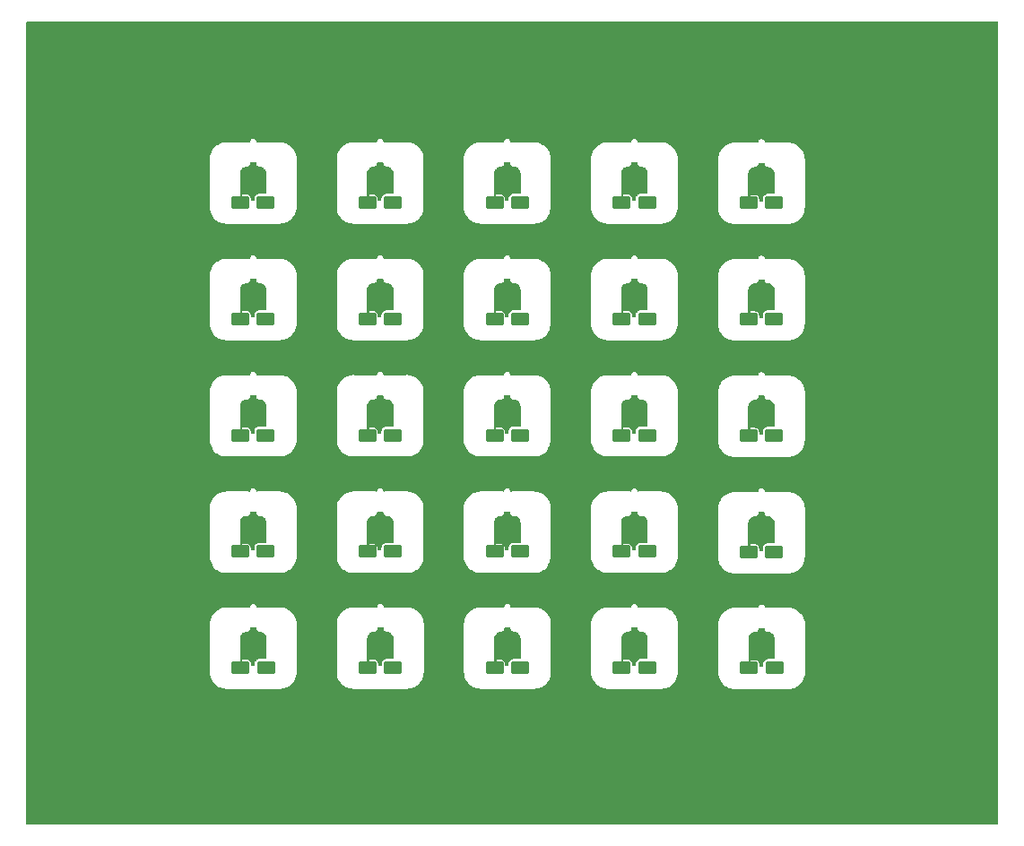
<source format=gbl>
%TF.GenerationSoftware,KiCad,Pcbnew,(6.0.0)*%
%TF.CreationDate,2022-12-07T10:36:55-05:00*%
%TF.ProjectId,onix-coax-adapter-xfl-a_panel,6f6e6978-2d63-46f6-9178-2d6164617074,A*%
%TF.SameCoordinates,Original*%
%TF.FileFunction,Copper,L2,Bot*%
%TF.FilePolarity,Positive*%
%FSLAX46Y46*%
G04 Gerber Fmt 4.6, Leading zero omitted, Abs format (unit mm)*
G04 Created by KiCad (PCBNEW (6.0.0)) date 2022-12-07 10:36:55*
%MOMM*%
%LPD*%
G01*
G04 APERTURE LIST*
G04 Aperture macros list*
%AMRoundRect*
0 Rectangle with rounded corners*
0 $1 Rounding radius*
0 $2 $3 $4 $5 $6 $7 $8 $9 X,Y pos of 4 corners*
0 Add a 4 corners polygon primitive as box body*
4,1,4,$2,$3,$4,$5,$6,$7,$8,$9,$2,$3,0*
0 Add four circle primitives for the rounded corners*
1,1,$1+$1,$2,$3*
1,1,$1+$1,$4,$5*
1,1,$1+$1,$6,$7*
1,1,$1+$1,$8,$9*
0 Add four rect primitives between the rounded corners*
20,1,$1+$1,$2,$3,$4,$5,0*
20,1,$1+$1,$4,$5,$6,$7,0*
20,1,$1+$1,$6,$7,$8,$9,0*
20,1,$1+$1,$8,$9,$2,$3,0*%
G04 Aperture macros list end*
%TA.AperFunction,ComponentPad*%
%ADD10RoundRect,0.312500X0.562500X-0.312500X0.562500X0.312500X-0.562500X0.312500X-0.562500X-0.312500X0*%
%TD*%
%TA.AperFunction,ViaPad*%
%ADD11C,0.300000*%
%TD*%
%TA.AperFunction,ViaPad*%
%ADD12C,0.800000*%
%TD*%
G04 APERTURE END LIST*
D10*
%TO.P,TP2,1,1*%
%TO.N,/GND*%
X169546000Y-88984081D03*
%TD*%
%TO.P,TP2,1,1*%
%TO.N,/GND*%
X157546000Y-77984081D03*
%TD*%
%TO.P,TP1,1,1*%
%TO.N,/SIG*%
X171946000Y-99984081D03*
%TD*%
%TO.P,TP1,1,1*%
%TO.N,/SIG*%
X207946000Y-89022081D03*
%TD*%
%TO.P,TP1,1,1*%
%TO.N,/SIG*%
X159946000Y-99984081D03*
%TD*%
%TO.P,TP2,1,1*%
%TO.N,/GND*%
X157560000Y-110922081D03*
%TD*%
%TO.P,TP1,1,1*%
%TO.N,/SIG*%
X195946000Y-99984081D03*
%TD*%
%TO.P,TP2,1,1*%
%TO.N,/GND*%
X181546000Y-88984081D03*
%TD*%
%TO.P,TP1,1,1*%
%TO.N,/SIG*%
X159946000Y-66984081D03*
%TD*%
%TO.P,TP2,1,1*%
%TO.N,/GND*%
X169546000Y-99984081D03*
%TD*%
%TO.P,TP1,1,1*%
%TO.N,/SIG*%
X159960000Y-110922081D03*
%TD*%
%TO.P,TP2,1,1*%
%TO.N,/GND*%
X181546000Y-66984081D03*
%TD*%
%TO.P,TP1,1,1*%
%TO.N,/SIG*%
X207946000Y-100022081D03*
%TD*%
%TO.P,TP2,1,1*%
%TO.N,/GND*%
X169560000Y-110922081D03*
%TD*%
%TO.P,TP2,1,1*%
%TO.N,/GND*%
X193546000Y-77984081D03*
%TD*%
%TO.P,TP2,1,1*%
%TO.N,/GND*%
X157546000Y-88984081D03*
%TD*%
%TO.P,TP1,1,1*%
%TO.N,/SIG*%
X207960000Y-110960081D03*
%TD*%
%TO.P,TP1,1,1*%
%TO.N,/SIG*%
X171946000Y-88984081D03*
%TD*%
%TO.P,TP1,1,1*%
%TO.N,/SIG*%
X171946000Y-66984081D03*
%TD*%
%TO.P,TP2,1,1*%
%TO.N,/GND*%
X181546000Y-99984081D03*
%TD*%
%TO.P,TP2,1,1*%
%TO.N,/GND*%
X181560000Y-110922081D03*
%TD*%
%TO.P,TP2,1,1*%
%TO.N,/GND*%
X181546000Y-77984081D03*
%TD*%
%TO.P,TP1,1,1*%
%TO.N,/SIG*%
X171960000Y-110922081D03*
%TD*%
%TO.P,TP1,1,1*%
%TO.N,/SIG*%
X195946000Y-66984081D03*
%TD*%
%TO.P,TP2,1,1*%
%TO.N,/GND*%
X193546000Y-88984081D03*
%TD*%
%TO.P,TP2,1,1*%
%TO.N,/GND*%
X169546000Y-66984081D03*
%TD*%
%TO.P,TP2,1,1*%
%TO.N,/GND*%
X193560000Y-110922081D03*
%TD*%
%TO.P,TP1,1,1*%
%TO.N,/SIG*%
X207946000Y-67022081D03*
%TD*%
%TO.P,TP1,1,1*%
%TO.N,/SIG*%
X183946000Y-66984081D03*
%TD*%
%TO.P,TP2,1,1*%
%TO.N,/GND*%
X193546000Y-99984081D03*
%TD*%
%TO.P,TP2,1,1*%
%TO.N,/GND*%
X193546000Y-66984081D03*
%TD*%
%TO.P,TP2,1,1*%
%TO.N,/GND*%
X169546000Y-77984081D03*
%TD*%
%TO.P,TP2,1,1*%
%TO.N,/GND*%
X157546000Y-66984081D03*
%TD*%
%TO.P,TP1,1,1*%
%TO.N,/SIG*%
X183960000Y-110922081D03*
%TD*%
%TO.P,TP1,1,1*%
%TO.N,/SIG*%
X195960000Y-110922081D03*
%TD*%
%TO.P,TP1,1,1*%
%TO.N,/SIG*%
X207946000Y-78022081D03*
%TD*%
%TO.P,TP2,1,1*%
%TO.N,/GND*%
X205546000Y-67022081D03*
%TD*%
%TO.P,TP1,1,1*%
%TO.N,/SIG*%
X195946000Y-77984081D03*
%TD*%
%TO.P,TP1,1,1*%
%TO.N,/SIG*%
X171946000Y-77984081D03*
%TD*%
%TO.P,TP2,1,1*%
%TO.N,/GND*%
X205546000Y-78022081D03*
%TD*%
%TO.P,TP2,1,1*%
%TO.N,/GND*%
X205546000Y-89022081D03*
%TD*%
%TO.P,TP1,1,1*%
%TO.N,/SIG*%
X159946000Y-88984081D03*
%TD*%
%TO.P,TP2,1,1*%
%TO.N,/GND*%
X157546000Y-99984081D03*
%TD*%
%TO.P,TP1,1,1*%
%TO.N,/SIG*%
X195946000Y-88984081D03*
%TD*%
%TO.P,TP2,1,1*%
%TO.N,/GND*%
X205546000Y-100022081D03*
%TD*%
%TO.P,TP2,1,1*%
%TO.N,/GND*%
X205560000Y-110960081D03*
%TD*%
%TO.P,TP1,1,1*%
%TO.N,/SIG*%
X183946000Y-99984081D03*
%TD*%
%TO.P,TP1,1,1*%
%TO.N,/SIG*%
X183946000Y-77984081D03*
%TD*%
%TO.P,TP1,1,1*%
%TO.N,/SIG*%
X159946000Y-77984081D03*
%TD*%
%TO.P,TP1,1,1*%
%TO.N,/SIG*%
X183946000Y-88984081D03*
%TD*%
D11*
%TO.N,/GND*%
X205746000Y-88022081D03*
X159596000Y-74934081D03*
X207746000Y-77022081D03*
X157746000Y-87984081D03*
X159610000Y-107872081D03*
X159746000Y-98984081D03*
X195596000Y-96934081D03*
X169746000Y-76984081D03*
X183746000Y-87984081D03*
X195596000Y-85934081D03*
X183610000Y-107872081D03*
X169910000Y-107860081D03*
X159746000Y-65984081D03*
X193896000Y-63922081D03*
D12*
X148760000Y-105960081D03*
D11*
X181896000Y-85922081D03*
X205760000Y-109960081D03*
X171746000Y-87984081D03*
X183596000Y-85934081D03*
X183746000Y-65984081D03*
X195610000Y-107872081D03*
X181896000Y-74922081D03*
X169896000Y-85922081D03*
X169746000Y-98984081D03*
X195746000Y-98984081D03*
D12*
X145720767Y-76942984D03*
D11*
X157760000Y-109922081D03*
X205746000Y-66022081D03*
X207596000Y-63972081D03*
X207596000Y-96972081D03*
X205896000Y-96960081D03*
X193746000Y-76984081D03*
X207746000Y-99022081D03*
X205910000Y-107898081D03*
X157896000Y-63922081D03*
X181746000Y-65984081D03*
X193746000Y-65984081D03*
X181746000Y-76984081D03*
X183746000Y-98984081D03*
X159596000Y-63934081D03*
X169896000Y-63922081D03*
X183596000Y-74934081D03*
X193896000Y-85922081D03*
X195746000Y-76984081D03*
X181910000Y-107860081D03*
X159746000Y-76984081D03*
X169760000Y-109922081D03*
X159596000Y-96934081D03*
X195746000Y-65984081D03*
X193896000Y-96922081D03*
X181746000Y-98984081D03*
X157746000Y-98984081D03*
X183760000Y-109922081D03*
X171596000Y-85934081D03*
X195596000Y-63934081D03*
X171596000Y-63934081D03*
X207746000Y-88022081D03*
X193896000Y-74922081D03*
X205896000Y-74960081D03*
D12*
X216760000Y-65960081D03*
D11*
X171746000Y-76984081D03*
X207760000Y-109960081D03*
X207596000Y-85972081D03*
X157896000Y-74922081D03*
X171746000Y-65984081D03*
X169746000Y-65984081D03*
X171596000Y-74934081D03*
X207746000Y-66022081D03*
X183746000Y-76984081D03*
X157896000Y-96922081D03*
X157896000Y-85922081D03*
X171760000Y-109922081D03*
X157746000Y-76984081D03*
D12*
X218760000Y-101960081D03*
D11*
X195746000Y-87984081D03*
X159596000Y-85934081D03*
X157910000Y-107860081D03*
X195760000Y-109922081D03*
X205746000Y-99022081D03*
X171610000Y-107872081D03*
X171596000Y-96934081D03*
X181746000Y-87984081D03*
X169746000Y-87984081D03*
X171746000Y-98984081D03*
X159760000Y-109922081D03*
X193760000Y-109922081D03*
X205896000Y-63960081D03*
X181896000Y-63922081D03*
X193746000Y-87984081D03*
X207596000Y-74972081D03*
X157746000Y-65984081D03*
X183596000Y-63934081D03*
X169896000Y-96922081D03*
X205746000Y-77022081D03*
X207610000Y-107910081D03*
X159746000Y-87984081D03*
D12*
X182760000Y-118960081D03*
D11*
X181760000Y-109922081D03*
X193746000Y-98984081D03*
X169896000Y-74922081D03*
X205896000Y-85960081D03*
X181896000Y-96922081D03*
D12*
X183760000Y-56960081D03*
D11*
X195596000Y-74934081D03*
X183596000Y-96934081D03*
X193910000Y-107860081D03*
%TD*%
%TA.AperFunction,Conductor*%
%TO.N,/GND*%
G36*
X207042900Y-107204433D02*
G01*
X207056090Y-107236276D01*
X207054854Y-107240081D01*
X207057252Y-107247462D01*
X207057252Y-107247750D01*
X207059015Y-107255543D01*
X207069009Y-107331449D01*
X207104275Y-107416591D01*
X207160377Y-107489704D01*
X207233490Y-107545806D01*
X207318632Y-107581072D01*
X207342283Y-107584186D01*
X207391232Y-107590631D01*
X207400414Y-107592831D01*
X207400653Y-107592831D01*
X207407343Y-107595193D01*
X207408676Y-107594797D01*
X207410000Y-107595227D01*
X207416750Y-107593034D01*
X207420386Y-107593126D01*
X207422424Y-107592829D01*
X207424504Y-107592829D01*
X207431132Y-107593279D01*
X207537047Y-107607738D01*
X207547511Y-107610366D01*
X207606245Y-107632237D01*
X207664975Y-107654106D01*
X207674616Y-107658966D01*
X207779648Y-107727367D01*
X207787991Y-107734219D01*
X207875493Y-107823960D01*
X207882133Y-107832474D01*
X207947857Y-107939201D01*
X207952471Y-107948962D01*
X207993226Y-108067488D01*
X207995591Y-108078022D01*
X208006725Y-108178459D01*
X208007527Y-108185697D01*
X208006794Y-108192859D01*
X208007252Y-108192859D01*
X208007252Y-108200619D01*
X208004854Y-108208000D01*
X208007252Y-108215380D01*
X208007252Y-108215382D01*
X208007602Y-108216459D01*
X208010000Y-108231600D01*
X208010000Y-110085581D01*
X207995648Y-110120229D01*
X207961000Y-110134581D01*
X207348942Y-110134581D01*
X207316672Y-110138087D01*
X207289261Y-110141064D01*
X207289258Y-110141065D01*
X207286208Y-110141396D01*
X207244387Y-110157074D01*
X207151884Y-110191751D01*
X207151882Y-110191752D01*
X207148612Y-110192978D01*
X207145816Y-110195073D01*
X207145815Y-110195074D01*
X207092032Y-110235382D01*
X207031024Y-110281105D01*
X207028930Y-110283899D01*
X206966252Y-110367531D01*
X206942897Y-110398693D01*
X206941671Y-110401963D01*
X206941670Y-110401965D01*
X206922081Y-110454221D01*
X206891315Y-110536289D01*
X206884500Y-110599023D01*
X206884500Y-110811081D01*
X206870148Y-110845729D01*
X206835500Y-110860081D01*
X206583999Y-110860081D01*
X206549351Y-110845729D01*
X206534999Y-110811081D01*
X206534999Y-110617041D01*
X206534698Y-110613218D01*
X206520304Y-110522329D01*
X206517951Y-110515089D01*
X206462129Y-110405531D01*
X206457653Y-110399371D01*
X206370710Y-110312428D01*
X206364550Y-110307952D01*
X206254992Y-110252130D01*
X206247752Y-110249777D01*
X206156863Y-110235382D01*
X206153041Y-110235081D01*
X205719747Y-110235082D01*
X205712855Y-110237937D01*
X205710000Y-110244829D01*
X205710000Y-110811081D01*
X205695648Y-110845729D01*
X205661000Y-110860081D01*
X205559000Y-110860081D01*
X205524352Y-110845729D01*
X205510000Y-110811081D01*
X205510000Y-108231596D01*
X205512397Y-108216459D01*
X205515146Y-108207997D01*
X205512748Y-108200617D01*
X205512748Y-108192855D01*
X205513205Y-108192855D01*
X205512472Y-108185692D01*
X205513394Y-108177377D01*
X205524404Y-108078022D01*
X205526768Y-108067487D01*
X205567523Y-107948954D01*
X205572138Y-107939192D01*
X205637860Y-107832468D01*
X205644500Y-107823954D01*
X205732001Y-107734213D01*
X205740344Y-107727360D01*
X205845379Y-107658958D01*
X205855021Y-107654099D01*
X205972481Y-107610364D01*
X205982953Y-107607734D01*
X206088866Y-107593279D01*
X206095492Y-107592829D01*
X206097570Y-107592829D01*
X206099614Y-107593126D01*
X206103251Y-107593034D01*
X206110000Y-107595227D01*
X206111321Y-107594798D01*
X206112654Y-107595194D01*
X206119347Y-107592831D01*
X206119585Y-107592831D01*
X206128765Y-107590631D01*
X206201368Y-107581072D01*
X206286510Y-107545806D01*
X206359623Y-107489704D01*
X206415725Y-107416591D01*
X206450991Y-107331449D01*
X206460985Y-107255543D01*
X206462748Y-107247750D01*
X206462748Y-107247462D01*
X206465146Y-107240081D01*
X206463910Y-107236276D01*
X206477100Y-107204433D01*
X206511748Y-107190081D01*
X207008252Y-107190081D01*
X207042900Y-107204433D01*
G37*
%TD.AperFunction*%
%TA.AperFunction,Conductor*%
G36*
X195042900Y-107166433D02*
G01*
X195056090Y-107198276D01*
X195054854Y-107202081D01*
X195057252Y-107209462D01*
X195057252Y-107209750D01*
X195059015Y-107217543D01*
X195062992Y-107247750D01*
X195069009Y-107293449D01*
X195104275Y-107378591D01*
X195160377Y-107451704D01*
X195233490Y-107507806D01*
X195318632Y-107543072D01*
X195339398Y-107545806D01*
X195391232Y-107552631D01*
X195400414Y-107554831D01*
X195400653Y-107554831D01*
X195407343Y-107557193D01*
X195408676Y-107556797D01*
X195410000Y-107557227D01*
X195416750Y-107555034D01*
X195420386Y-107555126D01*
X195422424Y-107554829D01*
X195424504Y-107554829D01*
X195431132Y-107555279D01*
X195537047Y-107569738D01*
X195547511Y-107572366D01*
X195599766Y-107591824D01*
X195664975Y-107616106D01*
X195674616Y-107620966D01*
X195779648Y-107689367D01*
X195787991Y-107696219D01*
X195875493Y-107785960D01*
X195882133Y-107794474D01*
X195947857Y-107901201D01*
X195952471Y-107910962D01*
X195993226Y-108029488D01*
X195995591Y-108040022D01*
X196007527Y-108147697D01*
X196006794Y-108154859D01*
X196007252Y-108154859D01*
X196007252Y-108162619D01*
X196004854Y-108170000D01*
X196007252Y-108177380D01*
X196007252Y-108177382D01*
X196007602Y-108178459D01*
X196010000Y-108193600D01*
X196010000Y-110047581D01*
X195995648Y-110082229D01*
X195961000Y-110096581D01*
X195348942Y-110096581D01*
X195316672Y-110100087D01*
X195289261Y-110103064D01*
X195289258Y-110103065D01*
X195286208Y-110103396D01*
X195241306Y-110120229D01*
X195151884Y-110153751D01*
X195151882Y-110153752D01*
X195148612Y-110154978D01*
X195145816Y-110157073D01*
X195145815Y-110157074D01*
X195092032Y-110197382D01*
X195031024Y-110243105D01*
X194942897Y-110360693D01*
X194941671Y-110363963D01*
X194941670Y-110363965D01*
X194928397Y-110399371D01*
X194891315Y-110498289D01*
X194884500Y-110561023D01*
X194884500Y-110773081D01*
X194870148Y-110807729D01*
X194835500Y-110822081D01*
X194583999Y-110822081D01*
X194549351Y-110807729D01*
X194534999Y-110773081D01*
X194534999Y-110579041D01*
X194534698Y-110575218D01*
X194520304Y-110484329D01*
X194517951Y-110477089D01*
X194462129Y-110367531D01*
X194457653Y-110361371D01*
X194370710Y-110274428D01*
X194364550Y-110269952D01*
X194254992Y-110214130D01*
X194247752Y-110211777D01*
X194156863Y-110197382D01*
X194153041Y-110197081D01*
X193719747Y-110197082D01*
X193712855Y-110199937D01*
X193710000Y-110206829D01*
X193710000Y-110773081D01*
X193695648Y-110807729D01*
X193661000Y-110822081D01*
X193559000Y-110822081D01*
X193524352Y-110807729D01*
X193510000Y-110773081D01*
X193510000Y-108193596D01*
X193512397Y-108178459D01*
X193515146Y-108169997D01*
X193512748Y-108162617D01*
X193512748Y-108154855D01*
X193513205Y-108154855D01*
X193512472Y-108147692D01*
X193524404Y-108040022D01*
X193526768Y-108029487D01*
X193567523Y-107910954D01*
X193572138Y-107901192D01*
X193637860Y-107794468D01*
X193644500Y-107785954D01*
X193732001Y-107696213D01*
X193740344Y-107689360D01*
X193824981Y-107634242D01*
X193845380Y-107620958D01*
X193855021Y-107616099D01*
X193972481Y-107572364D01*
X193982953Y-107569734D01*
X194088866Y-107555279D01*
X194095492Y-107554829D01*
X194097570Y-107554829D01*
X194099614Y-107555126D01*
X194103251Y-107555034D01*
X194110000Y-107557227D01*
X194111321Y-107556798D01*
X194112654Y-107557194D01*
X194119347Y-107554831D01*
X194119585Y-107554831D01*
X194128765Y-107552631D01*
X194201368Y-107543072D01*
X194286510Y-107507806D01*
X194359623Y-107451704D01*
X194415725Y-107378591D01*
X194450991Y-107293449D01*
X194457008Y-107247750D01*
X194460985Y-107217543D01*
X194462748Y-107209750D01*
X194462748Y-107209462D01*
X194465146Y-107202081D01*
X194463910Y-107198276D01*
X194477100Y-107166433D01*
X194511748Y-107152081D01*
X195008252Y-107152081D01*
X195042900Y-107166433D01*
G37*
%TD.AperFunction*%
%TA.AperFunction,Conductor*%
G36*
X183042900Y-107166433D02*
G01*
X183056090Y-107198276D01*
X183054854Y-107202081D01*
X183057252Y-107209462D01*
X183057252Y-107209750D01*
X183059015Y-107217543D01*
X183062992Y-107247750D01*
X183069009Y-107293449D01*
X183104275Y-107378591D01*
X183160377Y-107451704D01*
X183233490Y-107507806D01*
X183318632Y-107543072D01*
X183339398Y-107545806D01*
X183391232Y-107552631D01*
X183400414Y-107554831D01*
X183400653Y-107554831D01*
X183407343Y-107557193D01*
X183408676Y-107556797D01*
X183410000Y-107557227D01*
X183416750Y-107555034D01*
X183420386Y-107555126D01*
X183422424Y-107554829D01*
X183424504Y-107554829D01*
X183431132Y-107555279D01*
X183537047Y-107569738D01*
X183547511Y-107572366D01*
X183599766Y-107591824D01*
X183664975Y-107616106D01*
X183674616Y-107620966D01*
X183779648Y-107689367D01*
X183787991Y-107696219D01*
X183875493Y-107785960D01*
X183882133Y-107794474D01*
X183947857Y-107901201D01*
X183952471Y-107910962D01*
X183993226Y-108029488D01*
X183995591Y-108040022D01*
X184007527Y-108147697D01*
X184006794Y-108154859D01*
X184007252Y-108154859D01*
X184007252Y-108162619D01*
X184004854Y-108170000D01*
X184007252Y-108177380D01*
X184007252Y-108177382D01*
X184007602Y-108178459D01*
X184010000Y-108193600D01*
X184010000Y-110047581D01*
X183995648Y-110082229D01*
X183961000Y-110096581D01*
X183348942Y-110096581D01*
X183316672Y-110100087D01*
X183289261Y-110103064D01*
X183289258Y-110103065D01*
X183286208Y-110103396D01*
X183241306Y-110120229D01*
X183151884Y-110153751D01*
X183151882Y-110153752D01*
X183148612Y-110154978D01*
X183145816Y-110157073D01*
X183145815Y-110157074D01*
X183092032Y-110197382D01*
X183031024Y-110243105D01*
X182942897Y-110360693D01*
X182941671Y-110363963D01*
X182941670Y-110363965D01*
X182928397Y-110399371D01*
X182891315Y-110498289D01*
X182884500Y-110561023D01*
X182884500Y-110773081D01*
X182870148Y-110807729D01*
X182835500Y-110822081D01*
X182583999Y-110822081D01*
X182549351Y-110807729D01*
X182534999Y-110773081D01*
X182534999Y-110579041D01*
X182534698Y-110575218D01*
X182520304Y-110484329D01*
X182517951Y-110477089D01*
X182462129Y-110367531D01*
X182457653Y-110361371D01*
X182370710Y-110274428D01*
X182364550Y-110269952D01*
X182254992Y-110214130D01*
X182247752Y-110211777D01*
X182156863Y-110197382D01*
X182153041Y-110197081D01*
X181719747Y-110197082D01*
X181712855Y-110199937D01*
X181710000Y-110206829D01*
X181710000Y-110773081D01*
X181695648Y-110807729D01*
X181661000Y-110822081D01*
X181559000Y-110822081D01*
X181524352Y-110807729D01*
X181510000Y-110773081D01*
X181510000Y-108193596D01*
X181512397Y-108178459D01*
X181515146Y-108169997D01*
X181512748Y-108162617D01*
X181512748Y-108154855D01*
X181513205Y-108154855D01*
X181512472Y-108147692D01*
X181524404Y-108040022D01*
X181526768Y-108029487D01*
X181567523Y-107910954D01*
X181572138Y-107901192D01*
X181637860Y-107794468D01*
X181644500Y-107785954D01*
X181732001Y-107696213D01*
X181740344Y-107689360D01*
X181824981Y-107634242D01*
X181845380Y-107620958D01*
X181855021Y-107616099D01*
X181972481Y-107572364D01*
X181982953Y-107569734D01*
X182088866Y-107555279D01*
X182095492Y-107554829D01*
X182097570Y-107554829D01*
X182099614Y-107555126D01*
X182103251Y-107555034D01*
X182110000Y-107557227D01*
X182111321Y-107556798D01*
X182112654Y-107557194D01*
X182119347Y-107554831D01*
X182119585Y-107554831D01*
X182128765Y-107552631D01*
X182201368Y-107543072D01*
X182286510Y-107507806D01*
X182359623Y-107451704D01*
X182415725Y-107378591D01*
X182450991Y-107293449D01*
X182457008Y-107247750D01*
X182460985Y-107217543D01*
X182462748Y-107209750D01*
X182462748Y-107209462D01*
X182465146Y-107202081D01*
X182463910Y-107198276D01*
X182477100Y-107166433D01*
X182511748Y-107152081D01*
X183008252Y-107152081D01*
X183042900Y-107166433D01*
G37*
%TD.AperFunction*%
%TA.AperFunction,Conductor*%
G36*
X159042900Y-107166433D02*
G01*
X159056090Y-107198276D01*
X159054854Y-107202081D01*
X159057252Y-107209462D01*
X159057252Y-107209750D01*
X159059015Y-107217543D01*
X159062992Y-107247750D01*
X159069009Y-107293449D01*
X159104275Y-107378591D01*
X159160377Y-107451704D01*
X159233490Y-107507806D01*
X159318632Y-107543072D01*
X159339398Y-107545806D01*
X159391232Y-107552631D01*
X159400414Y-107554831D01*
X159400653Y-107554831D01*
X159407343Y-107557193D01*
X159408676Y-107556797D01*
X159410000Y-107557227D01*
X159416750Y-107555034D01*
X159420386Y-107555126D01*
X159422424Y-107554829D01*
X159424504Y-107554829D01*
X159431132Y-107555279D01*
X159537047Y-107569738D01*
X159547511Y-107572366D01*
X159599766Y-107591824D01*
X159664975Y-107616106D01*
X159674616Y-107620966D01*
X159779648Y-107689367D01*
X159787991Y-107696219D01*
X159875493Y-107785960D01*
X159882133Y-107794474D01*
X159947857Y-107901201D01*
X159952471Y-107910962D01*
X159993226Y-108029488D01*
X159995591Y-108040022D01*
X160007527Y-108147697D01*
X160006794Y-108154859D01*
X160007252Y-108154859D01*
X160007252Y-108162619D01*
X160004854Y-108170000D01*
X160007252Y-108177380D01*
X160007252Y-108177382D01*
X160007602Y-108178459D01*
X160010000Y-108193600D01*
X160010000Y-110047581D01*
X159995648Y-110082229D01*
X159961000Y-110096581D01*
X159348942Y-110096581D01*
X159316672Y-110100087D01*
X159289261Y-110103064D01*
X159289258Y-110103065D01*
X159286208Y-110103396D01*
X159241306Y-110120229D01*
X159151884Y-110153751D01*
X159151882Y-110153752D01*
X159148612Y-110154978D01*
X159145816Y-110157073D01*
X159145815Y-110157074D01*
X159092032Y-110197382D01*
X159031024Y-110243105D01*
X158942897Y-110360693D01*
X158941671Y-110363963D01*
X158941670Y-110363965D01*
X158928397Y-110399371D01*
X158891315Y-110498289D01*
X158884500Y-110561023D01*
X158884500Y-110773081D01*
X158870148Y-110807729D01*
X158835500Y-110822081D01*
X158583999Y-110822081D01*
X158549351Y-110807729D01*
X158534999Y-110773081D01*
X158534999Y-110579041D01*
X158534698Y-110575218D01*
X158520304Y-110484329D01*
X158517951Y-110477089D01*
X158462129Y-110367531D01*
X158457653Y-110361371D01*
X158370710Y-110274428D01*
X158364550Y-110269952D01*
X158254992Y-110214130D01*
X158247752Y-110211777D01*
X158156863Y-110197382D01*
X158153041Y-110197081D01*
X157719747Y-110197082D01*
X157712855Y-110199937D01*
X157710000Y-110206829D01*
X157710000Y-110773081D01*
X157695648Y-110807729D01*
X157661000Y-110822081D01*
X157559000Y-110822081D01*
X157524352Y-110807729D01*
X157510000Y-110773081D01*
X157510000Y-108193596D01*
X157512397Y-108178459D01*
X157515146Y-108169997D01*
X157512748Y-108162617D01*
X157512748Y-108154855D01*
X157513205Y-108154855D01*
X157512472Y-108147692D01*
X157524404Y-108040022D01*
X157526768Y-108029487D01*
X157567523Y-107910954D01*
X157572138Y-107901192D01*
X157637860Y-107794468D01*
X157644500Y-107785954D01*
X157732001Y-107696213D01*
X157740344Y-107689360D01*
X157824981Y-107634242D01*
X157845380Y-107620958D01*
X157855021Y-107616099D01*
X157972481Y-107572364D01*
X157982953Y-107569734D01*
X158088866Y-107555279D01*
X158095492Y-107554829D01*
X158097570Y-107554829D01*
X158099614Y-107555126D01*
X158103251Y-107555034D01*
X158110000Y-107557227D01*
X158111321Y-107556798D01*
X158112654Y-107557194D01*
X158119347Y-107554831D01*
X158119585Y-107554831D01*
X158128765Y-107552631D01*
X158201368Y-107543072D01*
X158286510Y-107507806D01*
X158359623Y-107451704D01*
X158415725Y-107378591D01*
X158450991Y-107293449D01*
X158457008Y-107247750D01*
X158460985Y-107217543D01*
X158462748Y-107209750D01*
X158462748Y-107209462D01*
X158465146Y-107202081D01*
X158463910Y-107198276D01*
X158477100Y-107166433D01*
X158511748Y-107152081D01*
X159008252Y-107152081D01*
X159042900Y-107166433D01*
G37*
%TD.AperFunction*%
%TA.AperFunction,Conductor*%
G36*
X171042900Y-107166433D02*
G01*
X171056090Y-107198276D01*
X171054854Y-107202081D01*
X171057252Y-107209462D01*
X171057252Y-107209750D01*
X171059015Y-107217543D01*
X171062992Y-107247750D01*
X171069009Y-107293449D01*
X171104275Y-107378591D01*
X171160377Y-107451704D01*
X171233490Y-107507806D01*
X171318632Y-107543072D01*
X171339398Y-107545806D01*
X171391232Y-107552631D01*
X171400414Y-107554831D01*
X171400653Y-107554831D01*
X171407343Y-107557193D01*
X171408676Y-107556797D01*
X171410000Y-107557227D01*
X171416750Y-107555034D01*
X171420386Y-107555126D01*
X171422424Y-107554829D01*
X171424504Y-107554829D01*
X171431132Y-107555279D01*
X171537047Y-107569738D01*
X171547511Y-107572366D01*
X171599766Y-107591824D01*
X171664975Y-107616106D01*
X171674616Y-107620966D01*
X171779648Y-107689367D01*
X171787991Y-107696219D01*
X171875493Y-107785960D01*
X171882133Y-107794474D01*
X171947857Y-107901201D01*
X171952471Y-107910962D01*
X171993226Y-108029488D01*
X171995591Y-108040022D01*
X172007527Y-108147697D01*
X172006794Y-108154859D01*
X172007252Y-108154859D01*
X172007252Y-108162619D01*
X172004854Y-108170000D01*
X172007252Y-108177380D01*
X172007252Y-108177382D01*
X172007602Y-108178459D01*
X172010000Y-108193600D01*
X172010000Y-110047581D01*
X171995648Y-110082229D01*
X171961000Y-110096581D01*
X171348942Y-110096581D01*
X171316672Y-110100087D01*
X171289261Y-110103064D01*
X171289258Y-110103065D01*
X171286208Y-110103396D01*
X171241306Y-110120229D01*
X171151884Y-110153751D01*
X171151882Y-110153752D01*
X171148612Y-110154978D01*
X171145816Y-110157073D01*
X171145815Y-110157074D01*
X171092032Y-110197382D01*
X171031024Y-110243105D01*
X170942897Y-110360693D01*
X170941671Y-110363963D01*
X170941670Y-110363965D01*
X170928397Y-110399371D01*
X170891315Y-110498289D01*
X170884500Y-110561023D01*
X170884500Y-110773081D01*
X170870148Y-110807729D01*
X170835500Y-110822081D01*
X170583999Y-110822081D01*
X170549351Y-110807729D01*
X170534999Y-110773081D01*
X170534999Y-110579041D01*
X170534698Y-110575218D01*
X170520304Y-110484329D01*
X170517951Y-110477089D01*
X170462129Y-110367531D01*
X170457653Y-110361371D01*
X170370710Y-110274428D01*
X170364550Y-110269952D01*
X170254992Y-110214130D01*
X170247752Y-110211777D01*
X170156863Y-110197382D01*
X170153041Y-110197081D01*
X169719747Y-110197082D01*
X169712855Y-110199937D01*
X169710000Y-110206829D01*
X169710000Y-110773081D01*
X169695648Y-110807729D01*
X169661000Y-110822081D01*
X169559000Y-110822081D01*
X169524352Y-110807729D01*
X169510000Y-110773081D01*
X169510000Y-108193596D01*
X169512397Y-108178459D01*
X169515146Y-108169997D01*
X169512748Y-108162617D01*
X169512748Y-108154855D01*
X169513205Y-108154855D01*
X169512472Y-108147692D01*
X169524404Y-108040022D01*
X169526768Y-108029487D01*
X169567523Y-107910954D01*
X169572138Y-107901192D01*
X169637860Y-107794468D01*
X169644500Y-107785954D01*
X169732001Y-107696213D01*
X169740344Y-107689360D01*
X169824981Y-107634242D01*
X169845380Y-107620958D01*
X169855021Y-107616099D01*
X169972481Y-107572364D01*
X169982953Y-107569734D01*
X170088866Y-107555279D01*
X170095492Y-107554829D01*
X170097570Y-107554829D01*
X170099614Y-107555126D01*
X170103251Y-107555034D01*
X170110000Y-107557227D01*
X170111321Y-107556798D01*
X170112654Y-107557194D01*
X170119347Y-107554831D01*
X170119585Y-107554831D01*
X170128765Y-107552631D01*
X170201368Y-107543072D01*
X170286510Y-107507806D01*
X170359623Y-107451704D01*
X170415725Y-107378591D01*
X170450991Y-107293449D01*
X170457008Y-107247750D01*
X170460985Y-107217543D01*
X170462748Y-107209750D01*
X170462748Y-107209462D01*
X170465146Y-107202081D01*
X170463910Y-107198276D01*
X170477100Y-107166433D01*
X170511748Y-107152081D01*
X171008252Y-107152081D01*
X171042900Y-107166433D01*
G37*
%TD.AperFunction*%
%TA.AperFunction,Conductor*%
G36*
X207028900Y-96266433D02*
G01*
X207042090Y-96298276D01*
X207040854Y-96302081D01*
X207043252Y-96309462D01*
X207043252Y-96309750D01*
X207045015Y-96317543D01*
X207055009Y-96393449D01*
X207090275Y-96478591D01*
X207146377Y-96551704D01*
X207219490Y-96607806D01*
X207304632Y-96643072D01*
X207328283Y-96646186D01*
X207377232Y-96652631D01*
X207386414Y-96654831D01*
X207386653Y-96654831D01*
X207393343Y-96657193D01*
X207394676Y-96656797D01*
X207396000Y-96657227D01*
X207402750Y-96655034D01*
X207406386Y-96655126D01*
X207408424Y-96654829D01*
X207410504Y-96654829D01*
X207417132Y-96655279D01*
X207523047Y-96669738D01*
X207533511Y-96672366D01*
X207592245Y-96694237D01*
X207650975Y-96716106D01*
X207660616Y-96720966D01*
X207765648Y-96789367D01*
X207773991Y-96796219D01*
X207861493Y-96885960D01*
X207868133Y-96894474D01*
X207933857Y-97001201D01*
X207938471Y-97010962D01*
X207979226Y-97129488D01*
X207981591Y-97140022D01*
X207992725Y-97240459D01*
X207993527Y-97247697D01*
X207992794Y-97254859D01*
X207993252Y-97254859D01*
X207993252Y-97262619D01*
X207990854Y-97270000D01*
X207993252Y-97277380D01*
X207993252Y-97277382D01*
X207993602Y-97278459D01*
X207996000Y-97293600D01*
X207996000Y-99147581D01*
X207981648Y-99182229D01*
X207947000Y-99196581D01*
X207334942Y-99196581D01*
X207302672Y-99200087D01*
X207275261Y-99203064D01*
X207275258Y-99203065D01*
X207272208Y-99203396D01*
X207230387Y-99219074D01*
X207137884Y-99253751D01*
X207137882Y-99253752D01*
X207134612Y-99254978D01*
X207131816Y-99257073D01*
X207131815Y-99257074D01*
X207078032Y-99297382D01*
X207017024Y-99343105D01*
X207014930Y-99345899D01*
X206952252Y-99429531D01*
X206928897Y-99460693D01*
X206927671Y-99463963D01*
X206927670Y-99463965D01*
X206908081Y-99516221D01*
X206877315Y-99598289D01*
X206870500Y-99661023D01*
X206870500Y-99873081D01*
X206856148Y-99907729D01*
X206821500Y-99922081D01*
X206569999Y-99922081D01*
X206535351Y-99907729D01*
X206520999Y-99873081D01*
X206520999Y-99679041D01*
X206520698Y-99675218D01*
X206506304Y-99584329D01*
X206503951Y-99577089D01*
X206448129Y-99467531D01*
X206443653Y-99461371D01*
X206356710Y-99374428D01*
X206350550Y-99369952D01*
X206240992Y-99314130D01*
X206233752Y-99311777D01*
X206142863Y-99297382D01*
X206139041Y-99297081D01*
X205705747Y-99297082D01*
X205698855Y-99299937D01*
X205696000Y-99306829D01*
X205696000Y-99873081D01*
X205681648Y-99907729D01*
X205647000Y-99922081D01*
X205545000Y-99922081D01*
X205510352Y-99907729D01*
X205496000Y-99873081D01*
X205496000Y-97293596D01*
X205498397Y-97278459D01*
X205501146Y-97269997D01*
X205498748Y-97262617D01*
X205498748Y-97254855D01*
X205499205Y-97254855D01*
X205498472Y-97247692D01*
X205499394Y-97239377D01*
X205510404Y-97140022D01*
X205512768Y-97129487D01*
X205553523Y-97010954D01*
X205558138Y-97001192D01*
X205623860Y-96894468D01*
X205630500Y-96885954D01*
X205718001Y-96796213D01*
X205726344Y-96789360D01*
X205831379Y-96720958D01*
X205841021Y-96716099D01*
X205958481Y-96672364D01*
X205968953Y-96669734D01*
X206074866Y-96655279D01*
X206081492Y-96654829D01*
X206083570Y-96654829D01*
X206085614Y-96655126D01*
X206089251Y-96655034D01*
X206096000Y-96657227D01*
X206097321Y-96656798D01*
X206098654Y-96657194D01*
X206105347Y-96654831D01*
X206105585Y-96654831D01*
X206114765Y-96652631D01*
X206187368Y-96643072D01*
X206272510Y-96607806D01*
X206345623Y-96551704D01*
X206401725Y-96478591D01*
X206436991Y-96393449D01*
X206446985Y-96317543D01*
X206448748Y-96309750D01*
X206448748Y-96309462D01*
X206451146Y-96302081D01*
X206449910Y-96298276D01*
X206463100Y-96266433D01*
X206497748Y-96252081D01*
X206994252Y-96252081D01*
X207028900Y-96266433D01*
G37*
%TD.AperFunction*%
%TA.AperFunction,Conductor*%
G36*
X171028900Y-96228433D02*
G01*
X171042090Y-96260276D01*
X171040854Y-96264081D01*
X171043252Y-96271462D01*
X171043252Y-96271750D01*
X171045015Y-96279543D01*
X171048992Y-96309750D01*
X171055009Y-96355449D01*
X171090275Y-96440591D01*
X171146377Y-96513704D01*
X171219490Y-96569806D01*
X171304632Y-96605072D01*
X171325398Y-96607806D01*
X171377232Y-96614631D01*
X171386414Y-96616831D01*
X171386653Y-96616831D01*
X171393343Y-96619193D01*
X171394676Y-96618797D01*
X171396000Y-96619227D01*
X171402750Y-96617034D01*
X171406386Y-96617126D01*
X171408424Y-96616829D01*
X171410504Y-96616829D01*
X171417132Y-96617279D01*
X171523047Y-96631738D01*
X171533511Y-96634366D01*
X171585766Y-96653824D01*
X171650975Y-96678106D01*
X171660616Y-96682966D01*
X171765648Y-96751367D01*
X171773991Y-96758219D01*
X171861493Y-96847960D01*
X171868133Y-96856474D01*
X171933857Y-96963201D01*
X171938471Y-96972962D01*
X171979226Y-97091488D01*
X171981591Y-97102022D01*
X171993527Y-97209697D01*
X171992794Y-97216859D01*
X171993252Y-97216859D01*
X171993252Y-97224619D01*
X171990854Y-97232000D01*
X171993252Y-97239380D01*
X171993252Y-97239382D01*
X171993602Y-97240459D01*
X171996000Y-97255600D01*
X171996000Y-99109581D01*
X171981648Y-99144229D01*
X171947000Y-99158581D01*
X171334942Y-99158581D01*
X171302672Y-99162087D01*
X171275261Y-99165064D01*
X171275258Y-99165065D01*
X171272208Y-99165396D01*
X171227306Y-99182229D01*
X171137884Y-99215751D01*
X171137882Y-99215752D01*
X171134612Y-99216978D01*
X171131816Y-99219073D01*
X171131815Y-99219074D01*
X171078032Y-99259382D01*
X171017024Y-99305105D01*
X170928897Y-99422693D01*
X170927671Y-99425963D01*
X170927670Y-99425965D01*
X170914397Y-99461371D01*
X170877315Y-99560289D01*
X170870500Y-99623023D01*
X170870500Y-99835081D01*
X170856148Y-99869729D01*
X170821500Y-99884081D01*
X170569999Y-99884081D01*
X170535351Y-99869729D01*
X170520999Y-99835081D01*
X170520999Y-99641041D01*
X170520698Y-99637218D01*
X170506304Y-99546329D01*
X170503951Y-99539089D01*
X170448129Y-99429531D01*
X170443653Y-99423371D01*
X170356710Y-99336428D01*
X170350550Y-99331952D01*
X170240992Y-99276130D01*
X170233752Y-99273777D01*
X170142863Y-99259382D01*
X170139041Y-99259081D01*
X169705747Y-99259082D01*
X169698855Y-99261937D01*
X169696000Y-99268829D01*
X169696000Y-99835081D01*
X169681648Y-99869729D01*
X169647000Y-99884081D01*
X169545000Y-99884081D01*
X169510352Y-99869729D01*
X169496000Y-99835081D01*
X169496000Y-97255596D01*
X169498397Y-97240459D01*
X169501146Y-97231997D01*
X169498748Y-97224617D01*
X169498748Y-97216855D01*
X169499205Y-97216855D01*
X169498472Y-97209692D01*
X169510404Y-97102022D01*
X169512768Y-97091487D01*
X169553523Y-96972954D01*
X169558138Y-96963192D01*
X169623860Y-96856468D01*
X169630500Y-96847954D01*
X169718001Y-96758213D01*
X169726344Y-96751360D01*
X169810981Y-96696242D01*
X169831380Y-96682958D01*
X169841021Y-96678099D01*
X169958481Y-96634364D01*
X169968953Y-96631734D01*
X170074866Y-96617279D01*
X170081492Y-96616829D01*
X170083570Y-96616829D01*
X170085614Y-96617126D01*
X170089251Y-96617034D01*
X170096000Y-96619227D01*
X170097321Y-96618798D01*
X170098654Y-96619194D01*
X170105347Y-96616831D01*
X170105585Y-96616831D01*
X170114765Y-96614631D01*
X170187368Y-96605072D01*
X170272510Y-96569806D01*
X170345623Y-96513704D01*
X170401725Y-96440591D01*
X170436991Y-96355449D01*
X170443008Y-96309750D01*
X170446985Y-96279543D01*
X170448748Y-96271750D01*
X170448748Y-96271462D01*
X170451146Y-96264081D01*
X170449910Y-96260276D01*
X170463100Y-96228433D01*
X170497748Y-96214081D01*
X170994252Y-96214081D01*
X171028900Y-96228433D01*
G37*
%TD.AperFunction*%
%TA.AperFunction,Conductor*%
G36*
X159028900Y-96228433D02*
G01*
X159042090Y-96260276D01*
X159040854Y-96264081D01*
X159043252Y-96271462D01*
X159043252Y-96271750D01*
X159045015Y-96279543D01*
X159048992Y-96309750D01*
X159055009Y-96355449D01*
X159090275Y-96440591D01*
X159146377Y-96513704D01*
X159219490Y-96569806D01*
X159304632Y-96605072D01*
X159325398Y-96607806D01*
X159377232Y-96614631D01*
X159386414Y-96616831D01*
X159386653Y-96616831D01*
X159393343Y-96619193D01*
X159394676Y-96618797D01*
X159396000Y-96619227D01*
X159402750Y-96617034D01*
X159406386Y-96617126D01*
X159408424Y-96616829D01*
X159410504Y-96616829D01*
X159417132Y-96617279D01*
X159523047Y-96631738D01*
X159533511Y-96634366D01*
X159585766Y-96653824D01*
X159650975Y-96678106D01*
X159660616Y-96682966D01*
X159765648Y-96751367D01*
X159773991Y-96758219D01*
X159861493Y-96847960D01*
X159868133Y-96856474D01*
X159933857Y-96963201D01*
X159938471Y-96972962D01*
X159979226Y-97091488D01*
X159981591Y-97102022D01*
X159993527Y-97209697D01*
X159992794Y-97216859D01*
X159993252Y-97216859D01*
X159993252Y-97224619D01*
X159990854Y-97232000D01*
X159993252Y-97239380D01*
X159993252Y-97239382D01*
X159993602Y-97240459D01*
X159996000Y-97255600D01*
X159996000Y-99109581D01*
X159981648Y-99144229D01*
X159947000Y-99158581D01*
X159334942Y-99158581D01*
X159302672Y-99162087D01*
X159275261Y-99165064D01*
X159275258Y-99165065D01*
X159272208Y-99165396D01*
X159227306Y-99182229D01*
X159137884Y-99215751D01*
X159137882Y-99215752D01*
X159134612Y-99216978D01*
X159131816Y-99219073D01*
X159131815Y-99219074D01*
X159078032Y-99259382D01*
X159017024Y-99305105D01*
X158928897Y-99422693D01*
X158927671Y-99425963D01*
X158927670Y-99425965D01*
X158914397Y-99461371D01*
X158877315Y-99560289D01*
X158870500Y-99623023D01*
X158870500Y-99835081D01*
X158856148Y-99869729D01*
X158821500Y-99884081D01*
X158569999Y-99884081D01*
X158535351Y-99869729D01*
X158520999Y-99835081D01*
X158520999Y-99641041D01*
X158520698Y-99637218D01*
X158506304Y-99546329D01*
X158503951Y-99539089D01*
X158448129Y-99429531D01*
X158443653Y-99423371D01*
X158356710Y-99336428D01*
X158350550Y-99331952D01*
X158240992Y-99276130D01*
X158233752Y-99273777D01*
X158142863Y-99259382D01*
X158139041Y-99259081D01*
X157705747Y-99259082D01*
X157698855Y-99261937D01*
X157696000Y-99268829D01*
X157696000Y-99835081D01*
X157681648Y-99869729D01*
X157647000Y-99884081D01*
X157545000Y-99884081D01*
X157510352Y-99869729D01*
X157496000Y-99835081D01*
X157496000Y-97255596D01*
X157498397Y-97240459D01*
X157501146Y-97231997D01*
X157498748Y-97224617D01*
X157498748Y-97216855D01*
X157499205Y-97216855D01*
X157498472Y-97209692D01*
X157510404Y-97102022D01*
X157512768Y-97091487D01*
X157553523Y-96972954D01*
X157558138Y-96963192D01*
X157623860Y-96856468D01*
X157630500Y-96847954D01*
X157718001Y-96758213D01*
X157726344Y-96751360D01*
X157810981Y-96696242D01*
X157831380Y-96682958D01*
X157841021Y-96678099D01*
X157958481Y-96634364D01*
X157968953Y-96631734D01*
X158074866Y-96617279D01*
X158081492Y-96616829D01*
X158083570Y-96616829D01*
X158085614Y-96617126D01*
X158089251Y-96617034D01*
X158096000Y-96619227D01*
X158097321Y-96618798D01*
X158098654Y-96619194D01*
X158105347Y-96616831D01*
X158105585Y-96616831D01*
X158114765Y-96614631D01*
X158187368Y-96605072D01*
X158272510Y-96569806D01*
X158345623Y-96513704D01*
X158401725Y-96440591D01*
X158436991Y-96355449D01*
X158443008Y-96309750D01*
X158446985Y-96279543D01*
X158448748Y-96271750D01*
X158448748Y-96271462D01*
X158451146Y-96264081D01*
X158449910Y-96260276D01*
X158463100Y-96228433D01*
X158497748Y-96214081D01*
X158994252Y-96214081D01*
X159028900Y-96228433D01*
G37*
%TD.AperFunction*%
%TA.AperFunction,Conductor*%
G36*
X183028900Y-96228433D02*
G01*
X183042090Y-96260276D01*
X183040854Y-96264081D01*
X183043252Y-96271462D01*
X183043252Y-96271750D01*
X183045015Y-96279543D01*
X183048992Y-96309750D01*
X183055009Y-96355449D01*
X183090275Y-96440591D01*
X183146377Y-96513704D01*
X183219490Y-96569806D01*
X183304632Y-96605072D01*
X183325398Y-96607806D01*
X183377232Y-96614631D01*
X183386414Y-96616831D01*
X183386653Y-96616831D01*
X183393343Y-96619193D01*
X183394676Y-96618797D01*
X183396000Y-96619227D01*
X183402750Y-96617034D01*
X183406386Y-96617126D01*
X183408424Y-96616829D01*
X183410504Y-96616829D01*
X183417132Y-96617279D01*
X183523047Y-96631738D01*
X183533511Y-96634366D01*
X183585766Y-96653824D01*
X183650975Y-96678106D01*
X183660616Y-96682966D01*
X183765648Y-96751367D01*
X183773991Y-96758219D01*
X183861493Y-96847960D01*
X183868133Y-96856474D01*
X183933857Y-96963201D01*
X183938471Y-96972962D01*
X183979226Y-97091488D01*
X183981591Y-97102022D01*
X183993527Y-97209697D01*
X183992794Y-97216859D01*
X183993252Y-97216859D01*
X183993252Y-97224619D01*
X183990854Y-97232000D01*
X183993252Y-97239380D01*
X183993252Y-97239382D01*
X183993602Y-97240459D01*
X183996000Y-97255600D01*
X183996000Y-99109581D01*
X183981648Y-99144229D01*
X183947000Y-99158581D01*
X183334942Y-99158581D01*
X183302672Y-99162087D01*
X183275261Y-99165064D01*
X183275258Y-99165065D01*
X183272208Y-99165396D01*
X183227306Y-99182229D01*
X183137884Y-99215751D01*
X183137882Y-99215752D01*
X183134612Y-99216978D01*
X183131816Y-99219073D01*
X183131815Y-99219074D01*
X183078032Y-99259382D01*
X183017024Y-99305105D01*
X182928897Y-99422693D01*
X182927671Y-99425963D01*
X182927670Y-99425965D01*
X182914397Y-99461371D01*
X182877315Y-99560289D01*
X182870500Y-99623023D01*
X182870500Y-99835081D01*
X182856148Y-99869729D01*
X182821500Y-99884081D01*
X182569999Y-99884081D01*
X182535351Y-99869729D01*
X182520999Y-99835081D01*
X182520999Y-99641041D01*
X182520698Y-99637218D01*
X182506304Y-99546329D01*
X182503951Y-99539089D01*
X182448129Y-99429531D01*
X182443653Y-99423371D01*
X182356710Y-99336428D01*
X182350550Y-99331952D01*
X182240992Y-99276130D01*
X182233752Y-99273777D01*
X182142863Y-99259382D01*
X182139041Y-99259081D01*
X181705747Y-99259082D01*
X181698855Y-99261937D01*
X181696000Y-99268829D01*
X181696000Y-99835081D01*
X181681648Y-99869729D01*
X181647000Y-99884081D01*
X181545000Y-99884081D01*
X181510352Y-99869729D01*
X181496000Y-99835081D01*
X181496000Y-97255596D01*
X181498397Y-97240459D01*
X181501146Y-97231997D01*
X181498748Y-97224617D01*
X181498748Y-97216855D01*
X181499205Y-97216855D01*
X181498472Y-97209692D01*
X181510404Y-97102022D01*
X181512768Y-97091487D01*
X181553523Y-96972954D01*
X181558138Y-96963192D01*
X181623860Y-96856468D01*
X181630500Y-96847954D01*
X181718001Y-96758213D01*
X181726344Y-96751360D01*
X181810981Y-96696242D01*
X181831380Y-96682958D01*
X181841021Y-96678099D01*
X181958481Y-96634364D01*
X181968953Y-96631734D01*
X182074866Y-96617279D01*
X182081492Y-96616829D01*
X182083570Y-96616829D01*
X182085614Y-96617126D01*
X182089251Y-96617034D01*
X182096000Y-96619227D01*
X182097321Y-96618798D01*
X182098654Y-96619194D01*
X182105347Y-96616831D01*
X182105585Y-96616831D01*
X182114765Y-96614631D01*
X182187368Y-96605072D01*
X182272510Y-96569806D01*
X182345623Y-96513704D01*
X182401725Y-96440591D01*
X182436991Y-96355449D01*
X182443008Y-96309750D01*
X182446985Y-96279543D01*
X182448748Y-96271750D01*
X182448748Y-96271462D01*
X182451146Y-96264081D01*
X182449910Y-96260276D01*
X182463100Y-96228433D01*
X182497748Y-96214081D01*
X182994252Y-96214081D01*
X183028900Y-96228433D01*
G37*
%TD.AperFunction*%
%TA.AperFunction,Conductor*%
G36*
X195028900Y-96228433D02*
G01*
X195042090Y-96260276D01*
X195040854Y-96264081D01*
X195043252Y-96271462D01*
X195043252Y-96271750D01*
X195045015Y-96279543D01*
X195048992Y-96309750D01*
X195055009Y-96355449D01*
X195090275Y-96440591D01*
X195146377Y-96513704D01*
X195219490Y-96569806D01*
X195304632Y-96605072D01*
X195325398Y-96607806D01*
X195377232Y-96614631D01*
X195386414Y-96616831D01*
X195386653Y-96616831D01*
X195393343Y-96619193D01*
X195394676Y-96618797D01*
X195396000Y-96619227D01*
X195402750Y-96617034D01*
X195406386Y-96617126D01*
X195408424Y-96616829D01*
X195410504Y-96616829D01*
X195417132Y-96617279D01*
X195523047Y-96631738D01*
X195533511Y-96634366D01*
X195585766Y-96653824D01*
X195650975Y-96678106D01*
X195660616Y-96682966D01*
X195765648Y-96751367D01*
X195773991Y-96758219D01*
X195861493Y-96847960D01*
X195868133Y-96856474D01*
X195933857Y-96963201D01*
X195938471Y-96972962D01*
X195979226Y-97091488D01*
X195981591Y-97102022D01*
X195993527Y-97209697D01*
X195992794Y-97216859D01*
X195993252Y-97216859D01*
X195993252Y-97224619D01*
X195990854Y-97232000D01*
X195993252Y-97239380D01*
X195993252Y-97239382D01*
X195993602Y-97240459D01*
X195996000Y-97255600D01*
X195996000Y-99109581D01*
X195981648Y-99144229D01*
X195947000Y-99158581D01*
X195334942Y-99158581D01*
X195302672Y-99162087D01*
X195275261Y-99165064D01*
X195275258Y-99165065D01*
X195272208Y-99165396D01*
X195227306Y-99182229D01*
X195137884Y-99215751D01*
X195137882Y-99215752D01*
X195134612Y-99216978D01*
X195131816Y-99219073D01*
X195131815Y-99219074D01*
X195078032Y-99259382D01*
X195017024Y-99305105D01*
X194928897Y-99422693D01*
X194927671Y-99425963D01*
X194927670Y-99425965D01*
X194914397Y-99461371D01*
X194877315Y-99560289D01*
X194870500Y-99623023D01*
X194870500Y-99835081D01*
X194856148Y-99869729D01*
X194821500Y-99884081D01*
X194569999Y-99884081D01*
X194535351Y-99869729D01*
X194520999Y-99835081D01*
X194520999Y-99641041D01*
X194520698Y-99637218D01*
X194506304Y-99546329D01*
X194503951Y-99539089D01*
X194448129Y-99429531D01*
X194443653Y-99423371D01*
X194356710Y-99336428D01*
X194350550Y-99331952D01*
X194240992Y-99276130D01*
X194233752Y-99273777D01*
X194142863Y-99259382D01*
X194139041Y-99259081D01*
X193705747Y-99259082D01*
X193698855Y-99261937D01*
X193696000Y-99268829D01*
X193696000Y-99835081D01*
X193681648Y-99869729D01*
X193647000Y-99884081D01*
X193545000Y-99884081D01*
X193510352Y-99869729D01*
X193496000Y-99835081D01*
X193496000Y-97255596D01*
X193498397Y-97240459D01*
X193501146Y-97231997D01*
X193498748Y-97224617D01*
X193498748Y-97216855D01*
X193499205Y-97216855D01*
X193498472Y-97209692D01*
X193510404Y-97102022D01*
X193512768Y-97091487D01*
X193553523Y-96972954D01*
X193558138Y-96963192D01*
X193623860Y-96856468D01*
X193630500Y-96847954D01*
X193718001Y-96758213D01*
X193726344Y-96751360D01*
X193810981Y-96696242D01*
X193831380Y-96682958D01*
X193841021Y-96678099D01*
X193958481Y-96634364D01*
X193968953Y-96631734D01*
X194074866Y-96617279D01*
X194081492Y-96616829D01*
X194083570Y-96616829D01*
X194085614Y-96617126D01*
X194089251Y-96617034D01*
X194096000Y-96619227D01*
X194097321Y-96618798D01*
X194098654Y-96619194D01*
X194105347Y-96616831D01*
X194105585Y-96616831D01*
X194114765Y-96614631D01*
X194187368Y-96605072D01*
X194272510Y-96569806D01*
X194345623Y-96513704D01*
X194401725Y-96440591D01*
X194436991Y-96355449D01*
X194443008Y-96309750D01*
X194446985Y-96279543D01*
X194448748Y-96271750D01*
X194448748Y-96271462D01*
X194451146Y-96264081D01*
X194449910Y-96260276D01*
X194463100Y-96228433D01*
X194497748Y-96214081D01*
X194994252Y-96214081D01*
X195028900Y-96228433D01*
G37*
%TD.AperFunction*%
%TA.AperFunction,Conductor*%
G36*
X207028900Y-85266433D02*
G01*
X207042090Y-85298276D01*
X207040854Y-85302081D01*
X207043252Y-85309462D01*
X207043252Y-85309750D01*
X207045015Y-85317543D01*
X207055009Y-85393449D01*
X207090275Y-85478591D01*
X207146377Y-85551704D01*
X207219490Y-85607806D01*
X207304632Y-85643072D01*
X207328283Y-85646186D01*
X207377232Y-85652631D01*
X207386414Y-85654831D01*
X207386653Y-85654831D01*
X207393343Y-85657193D01*
X207394676Y-85656797D01*
X207396000Y-85657227D01*
X207402750Y-85655034D01*
X207406386Y-85655126D01*
X207408424Y-85654829D01*
X207410504Y-85654829D01*
X207417132Y-85655279D01*
X207523047Y-85669738D01*
X207533511Y-85672366D01*
X207592244Y-85694236D01*
X207650975Y-85716106D01*
X207660616Y-85720966D01*
X207765648Y-85789367D01*
X207773991Y-85796219D01*
X207861493Y-85885960D01*
X207868133Y-85894474D01*
X207933857Y-86001201D01*
X207938471Y-86010962D01*
X207979226Y-86129488D01*
X207981591Y-86140022D01*
X207992725Y-86240459D01*
X207993527Y-86247697D01*
X207992794Y-86254859D01*
X207993252Y-86254859D01*
X207993252Y-86262619D01*
X207990854Y-86270000D01*
X207993252Y-86277380D01*
X207993252Y-86277382D01*
X207993602Y-86278459D01*
X207996000Y-86293600D01*
X207996000Y-88147581D01*
X207981648Y-88182229D01*
X207947000Y-88196581D01*
X207334942Y-88196581D01*
X207302672Y-88200087D01*
X207275261Y-88203064D01*
X207275258Y-88203065D01*
X207272208Y-88203396D01*
X207230387Y-88219074D01*
X207137884Y-88253751D01*
X207137882Y-88253752D01*
X207134612Y-88254978D01*
X207131816Y-88257073D01*
X207131815Y-88257074D01*
X207078032Y-88297382D01*
X207017024Y-88343105D01*
X207014930Y-88345899D01*
X206952252Y-88429531D01*
X206928897Y-88460693D01*
X206927671Y-88463963D01*
X206927670Y-88463965D01*
X206908081Y-88516221D01*
X206877315Y-88598289D01*
X206870500Y-88661023D01*
X206870500Y-88873081D01*
X206856148Y-88907729D01*
X206821500Y-88922081D01*
X206569999Y-88922081D01*
X206535351Y-88907729D01*
X206520999Y-88873081D01*
X206520999Y-88679041D01*
X206520698Y-88675218D01*
X206506304Y-88584329D01*
X206503951Y-88577089D01*
X206448129Y-88467531D01*
X206443653Y-88461371D01*
X206356710Y-88374428D01*
X206350550Y-88369952D01*
X206240992Y-88314130D01*
X206233752Y-88311777D01*
X206142863Y-88297382D01*
X206139041Y-88297081D01*
X205705747Y-88297082D01*
X205698855Y-88299937D01*
X205696000Y-88306829D01*
X205696000Y-88873081D01*
X205681648Y-88907729D01*
X205647000Y-88922081D01*
X205545000Y-88922081D01*
X205510352Y-88907729D01*
X205496000Y-88873081D01*
X205496000Y-86293596D01*
X205498397Y-86278459D01*
X205501146Y-86269997D01*
X205498748Y-86262617D01*
X205498748Y-86254855D01*
X205499205Y-86254855D01*
X205498472Y-86247692D01*
X205499394Y-86239377D01*
X205510404Y-86140022D01*
X205512768Y-86129487D01*
X205553523Y-86010954D01*
X205558138Y-86001192D01*
X205623860Y-85894468D01*
X205630500Y-85885954D01*
X205718001Y-85796213D01*
X205726344Y-85789360D01*
X205831379Y-85720958D01*
X205841021Y-85716099D01*
X205958481Y-85672364D01*
X205968953Y-85669734D01*
X206074866Y-85655279D01*
X206081492Y-85654829D01*
X206083570Y-85654829D01*
X206085614Y-85655126D01*
X206089251Y-85655034D01*
X206096000Y-85657227D01*
X206097321Y-85656798D01*
X206098654Y-85657194D01*
X206105347Y-85654831D01*
X206105585Y-85654831D01*
X206114765Y-85652631D01*
X206187368Y-85643072D01*
X206272510Y-85607806D01*
X206345623Y-85551704D01*
X206401725Y-85478591D01*
X206436991Y-85393449D01*
X206446985Y-85317543D01*
X206448748Y-85309750D01*
X206448748Y-85309462D01*
X206451146Y-85302081D01*
X206449910Y-85298276D01*
X206463100Y-85266433D01*
X206497748Y-85252081D01*
X206994252Y-85252081D01*
X207028900Y-85266433D01*
G37*
%TD.AperFunction*%
%TA.AperFunction,Conductor*%
G36*
X171028900Y-85228433D02*
G01*
X171042090Y-85260276D01*
X171040854Y-85264081D01*
X171043252Y-85271462D01*
X171043252Y-85271750D01*
X171045015Y-85279543D01*
X171048992Y-85309750D01*
X171055009Y-85355449D01*
X171090275Y-85440591D01*
X171146377Y-85513704D01*
X171219490Y-85569806D01*
X171304632Y-85605072D01*
X171325398Y-85607806D01*
X171377232Y-85614631D01*
X171386414Y-85616831D01*
X171386653Y-85616831D01*
X171393343Y-85619193D01*
X171394676Y-85618797D01*
X171396000Y-85619227D01*
X171402750Y-85617034D01*
X171406386Y-85617126D01*
X171408424Y-85616829D01*
X171410504Y-85616829D01*
X171417132Y-85617279D01*
X171523047Y-85631738D01*
X171533511Y-85634366D01*
X171585766Y-85653824D01*
X171650975Y-85678106D01*
X171660616Y-85682966D01*
X171765648Y-85751367D01*
X171773991Y-85758219D01*
X171861493Y-85847960D01*
X171868133Y-85856474D01*
X171933857Y-85963201D01*
X171938471Y-85972962D01*
X171979226Y-86091488D01*
X171981591Y-86102022D01*
X171993527Y-86209697D01*
X171992794Y-86216859D01*
X171993252Y-86216859D01*
X171993252Y-86224619D01*
X171990854Y-86232000D01*
X171993252Y-86239380D01*
X171993252Y-86239382D01*
X171993602Y-86240459D01*
X171996000Y-86255600D01*
X171996000Y-88109581D01*
X171981648Y-88144229D01*
X171947000Y-88158581D01*
X171334942Y-88158581D01*
X171302672Y-88162087D01*
X171275261Y-88165064D01*
X171275258Y-88165065D01*
X171272208Y-88165396D01*
X171227306Y-88182229D01*
X171137884Y-88215751D01*
X171137882Y-88215752D01*
X171134612Y-88216978D01*
X171131816Y-88219073D01*
X171131815Y-88219074D01*
X171078032Y-88259382D01*
X171017024Y-88305105D01*
X170928897Y-88422693D01*
X170927671Y-88425963D01*
X170927670Y-88425965D01*
X170914397Y-88461371D01*
X170877315Y-88560289D01*
X170870500Y-88623023D01*
X170870500Y-88835081D01*
X170856148Y-88869729D01*
X170821500Y-88884081D01*
X170569999Y-88884081D01*
X170535351Y-88869729D01*
X170520999Y-88835081D01*
X170520999Y-88641041D01*
X170520698Y-88637218D01*
X170506304Y-88546329D01*
X170503951Y-88539089D01*
X170448129Y-88429531D01*
X170443653Y-88423371D01*
X170356710Y-88336428D01*
X170350550Y-88331952D01*
X170240992Y-88276130D01*
X170233752Y-88273777D01*
X170142863Y-88259382D01*
X170139041Y-88259081D01*
X169705747Y-88259082D01*
X169698855Y-88261937D01*
X169696000Y-88268829D01*
X169696000Y-88835081D01*
X169681648Y-88869729D01*
X169647000Y-88884081D01*
X169545000Y-88884081D01*
X169510352Y-88869729D01*
X169496000Y-88835081D01*
X169496000Y-86255596D01*
X169498397Y-86240459D01*
X169501146Y-86231997D01*
X169498748Y-86224617D01*
X169498748Y-86216855D01*
X169499205Y-86216855D01*
X169498472Y-86209692D01*
X169510404Y-86102022D01*
X169512768Y-86091487D01*
X169553523Y-85972954D01*
X169558138Y-85963192D01*
X169623860Y-85856468D01*
X169630500Y-85847954D01*
X169718001Y-85758213D01*
X169726344Y-85751360D01*
X169810981Y-85696242D01*
X169831380Y-85682958D01*
X169841021Y-85678099D01*
X169958481Y-85634364D01*
X169968953Y-85631734D01*
X170074866Y-85617279D01*
X170081492Y-85616829D01*
X170083570Y-85616829D01*
X170085614Y-85617126D01*
X170089251Y-85617034D01*
X170096000Y-85619227D01*
X170097321Y-85618798D01*
X170098654Y-85619194D01*
X170105347Y-85616831D01*
X170105585Y-85616831D01*
X170114765Y-85614631D01*
X170187368Y-85605072D01*
X170272510Y-85569806D01*
X170345623Y-85513704D01*
X170401725Y-85440591D01*
X170436991Y-85355449D01*
X170443008Y-85309750D01*
X170446985Y-85279543D01*
X170448748Y-85271750D01*
X170448748Y-85271462D01*
X170451146Y-85264081D01*
X170449910Y-85260276D01*
X170463100Y-85228433D01*
X170497748Y-85214081D01*
X170994252Y-85214081D01*
X171028900Y-85228433D01*
G37*
%TD.AperFunction*%
%TA.AperFunction,Conductor*%
G36*
X159028900Y-85228433D02*
G01*
X159042090Y-85260276D01*
X159040854Y-85264081D01*
X159043252Y-85271462D01*
X159043252Y-85271750D01*
X159045015Y-85279543D01*
X159048992Y-85309750D01*
X159055009Y-85355449D01*
X159090275Y-85440591D01*
X159146377Y-85513704D01*
X159219490Y-85569806D01*
X159304632Y-85605072D01*
X159325398Y-85607806D01*
X159377232Y-85614631D01*
X159386414Y-85616831D01*
X159386653Y-85616831D01*
X159393343Y-85619193D01*
X159394676Y-85618797D01*
X159396000Y-85619227D01*
X159402750Y-85617034D01*
X159406386Y-85617126D01*
X159408424Y-85616829D01*
X159410504Y-85616829D01*
X159417132Y-85617279D01*
X159523047Y-85631738D01*
X159533511Y-85634366D01*
X159585766Y-85653824D01*
X159650975Y-85678106D01*
X159660616Y-85682966D01*
X159765648Y-85751367D01*
X159773991Y-85758219D01*
X159861493Y-85847960D01*
X159868133Y-85856474D01*
X159933857Y-85963201D01*
X159938471Y-85972962D01*
X159979226Y-86091488D01*
X159981591Y-86102022D01*
X159993527Y-86209697D01*
X159992794Y-86216859D01*
X159993252Y-86216859D01*
X159993252Y-86224619D01*
X159990854Y-86232000D01*
X159993252Y-86239380D01*
X159993252Y-86239382D01*
X159993602Y-86240459D01*
X159996000Y-86255600D01*
X159996000Y-88109581D01*
X159981648Y-88144229D01*
X159947000Y-88158581D01*
X159334942Y-88158581D01*
X159302672Y-88162087D01*
X159275261Y-88165064D01*
X159275258Y-88165065D01*
X159272208Y-88165396D01*
X159227306Y-88182229D01*
X159137884Y-88215751D01*
X159137882Y-88215752D01*
X159134612Y-88216978D01*
X159131816Y-88219073D01*
X159131815Y-88219074D01*
X159078032Y-88259382D01*
X159017024Y-88305105D01*
X158928897Y-88422693D01*
X158927671Y-88425963D01*
X158927670Y-88425965D01*
X158914397Y-88461371D01*
X158877315Y-88560289D01*
X158870500Y-88623023D01*
X158870500Y-88835081D01*
X158856148Y-88869729D01*
X158821500Y-88884081D01*
X158569999Y-88884081D01*
X158535351Y-88869729D01*
X158520999Y-88835081D01*
X158520999Y-88641041D01*
X158520698Y-88637218D01*
X158506304Y-88546329D01*
X158503951Y-88539089D01*
X158448129Y-88429531D01*
X158443653Y-88423371D01*
X158356710Y-88336428D01*
X158350550Y-88331952D01*
X158240992Y-88276130D01*
X158233752Y-88273777D01*
X158142863Y-88259382D01*
X158139041Y-88259081D01*
X157705747Y-88259082D01*
X157698855Y-88261937D01*
X157696000Y-88268829D01*
X157696000Y-88835081D01*
X157681648Y-88869729D01*
X157647000Y-88884081D01*
X157545000Y-88884081D01*
X157510352Y-88869729D01*
X157496000Y-88835081D01*
X157496000Y-86255596D01*
X157498397Y-86240459D01*
X157501146Y-86231997D01*
X157498748Y-86224617D01*
X157498748Y-86216855D01*
X157499205Y-86216855D01*
X157498472Y-86209692D01*
X157510404Y-86102022D01*
X157512768Y-86091487D01*
X157553523Y-85972954D01*
X157558138Y-85963192D01*
X157623860Y-85856468D01*
X157630500Y-85847954D01*
X157718001Y-85758213D01*
X157726344Y-85751360D01*
X157810981Y-85696242D01*
X157831380Y-85682958D01*
X157841021Y-85678099D01*
X157958481Y-85634364D01*
X157968953Y-85631734D01*
X158074866Y-85617279D01*
X158081492Y-85616829D01*
X158083570Y-85616829D01*
X158085614Y-85617126D01*
X158089251Y-85617034D01*
X158096000Y-85619227D01*
X158097321Y-85618798D01*
X158098654Y-85619194D01*
X158105347Y-85616831D01*
X158105585Y-85616831D01*
X158114765Y-85614631D01*
X158187368Y-85605072D01*
X158272510Y-85569806D01*
X158345623Y-85513704D01*
X158401725Y-85440591D01*
X158436991Y-85355449D01*
X158443008Y-85309750D01*
X158446985Y-85279543D01*
X158448748Y-85271750D01*
X158448748Y-85271462D01*
X158451146Y-85264081D01*
X158449910Y-85260276D01*
X158463100Y-85228433D01*
X158497748Y-85214081D01*
X158994252Y-85214081D01*
X159028900Y-85228433D01*
G37*
%TD.AperFunction*%
%TA.AperFunction,Conductor*%
G36*
X183028900Y-85228433D02*
G01*
X183042090Y-85260276D01*
X183040854Y-85264081D01*
X183043252Y-85271462D01*
X183043252Y-85271750D01*
X183045015Y-85279543D01*
X183048992Y-85309750D01*
X183055009Y-85355449D01*
X183090275Y-85440591D01*
X183146377Y-85513704D01*
X183219490Y-85569806D01*
X183304632Y-85605072D01*
X183325398Y-85607806D01*
X183377232Y-85614631D01*
X183386414Y-85616831D01*
X183386653Y-85616831D01*
X183393343Y-85619193D01*
X183394676Y-85618797D01*
X183396000Y-85619227D01*
X183402750Y-85617034D01*
X183406386Y-85617126D01*
X183408424Y-85616829D01*
X183410504Y-85616829D01*
X183417132Y-85617279D01*
X183523047Y-85631738D01*
X183533511Y-85634366D01*
X183585766Y-85653824D01*
X183650975Y-85678106D01*
X183660616Y-85682966D01*
X183765648Y-85751367D01*
X183773991Y-85758219D01*
X183861493Y-85847960D01*
X183868133Y-85856474D01*
X183933857Y-85963201D01*
X183938471Y-85972962D01*
X183979226Y-86091488D01*
X183981591Y-86102022D01*
X183993527Y-86209697D01*
X183992794Y-86216859D01*
X183993252Y-86216859D01*
X183993252Y-86224619D01*
X183990854Y-86232000D01*
X183993252Y-86239380D01*
X183993252Y-86239382D01*
X183993602Y-86240459D01*
X183996000Y-86255600D01*
X183996000Y-88109581D01*
X183981648Y-88144229D01*
X183947000Y-88158581D01*
X183334942Y-88158581D01*
X183302672Y-88162087D01*
X183275261Y-88165064D01*
X183275258Y-88165065D01*
X183272208Y-88165396D01*
X183227306Y-88182229D01*
X183137884Y-88215751D01*
X183137882Y-88215752D01*
X183134612Y-88216978D01*
X183131816Y-88219073D01*
X183131815Y-88219074D01*
X183078032Y-88259382D01*
X183017024Y-88305105D01*
X182928897Y-88422693D01*
X182927671Y-88425963D01*
X182927670Y-88425965D01*
X182914397Y-88461371D01*
X182877315Y-88560289D01*
X182870500Y-88623023D01*
X182870500Y-88835081D01*
X182856148Y-88869729D01*
X182821500Y-88884081D01*
X182569999Y-88884081D01*
X182535351Y-88869729D01*
X182520999Y-88835081D01*
X182520999Y-88641041D01*
X182520698Y-88637218D01*
X182506304Y-88546329D01*
X182503951Y-88539089D01*
X182448129Y-88429531D01*
X182443653Y-88423371D01*
X182356710Y-88336428D01*
X182350550Y-88331952D01*
X182240992Y-88276130D01*
X182233752Y-88273777D01*
X182142863Y-88259382D01*
X182139041Y-88259081D01*
X181705747Y-88259082D01*
X181698855Y-88261937D01*
X181696000Y-88268829D01*
X181696000Y-88835081D01*
X181681648Y-88869729D01*
X181647000Y-88884081D01*
X181545000Y-88884081D01*
X181510352Y-88869729D01*
X181496000Y-88835081D01*
X181496000Y-86255596D01*
X181498397Y-86240459D01*
X181501146Y-86231997D01*
X181498748Y-86224617D01*
X181498748Y-86216855D01*
X181499205Y-86216855D01*
X181498472Y-86209692D01*
X181510404Y-86102022D01*
X181512768Y-86091487D01*
X181553523Y-85972954D01*
X181558138Y-85963192D01*
X181623860Y-85856468D01*
X181630500Y-85847954D01*
X181718001Y-85758213D01*
X181726344Y-85751360D01*
X181810981Y-85696242D01*
X181831380Y-85682958D01*
X181841021Y-85678099D01*
X181958481Y-85634364D01*
X181968953Y-85631734D01*
X182074866Y-85617279D01*
X182081492Y-85616829D01*
X182083570Y-85616829D01*
X182085614Y-85617126D01*
X182089251Y-85617034D01*
X182096000Y-85619227D01*
X182097321Y-85618798D01*
X182098654Y-85619194D01*
X182105347Y-85616831D01*
X182105585Y-85616831D01*
X182114765Y-85614631D01*
X182187368Y-85605072D01*
X182272510Y-85569806D01*
X182345623Y-85513704D01*
X182401725Y-85440591D01*
X182436991Y-85355449D01*
X182443008Y-85309750D01*
X182446985Y-85279543D01*
X182448748Y-85271750D01*
X182448748Y-85271462D01*
X182451146Y-85264081D01*
X182449910Y-85260276D01*
X182463100Y-85228433D01*
X182497748Y-85214081D01*
X182994252Y-85214081D01*
X183028900Y-85228433D01*
G37*
%TD.AperFunction*%
%TA.AperFunction,Conductor*%
G36*
X195028900Y-85228433D02*
G01*
X195042090Y-85260276D01*
X195040854Y-85264081D01*
X195043252Y-85271462D01*
X195043252Y-85271750D01*
X195045015Y-85279543D01*
X195048992Y-85309750D01*
X195055009Y-85355449D01*
X195090275Y-85440591D01*
X195146377Y-85513704D01*
X195219490Y-85569806D01*
X195304632Y-85605072D01*
X195325398Y-85607806D01*
X195377232Y-85614631D01*
X195386414Y-85616831D01*
X195386653Y-85616831D01*
X195393343Y-85619193D01*
X195394676Y-85618797D01*
X195396000Y-85619227D01*
X195402750Y-85617034D01*
X195406386Y-85617126D01*
X195408424Y-85616829D01*
X195410504Y-85616829D01*
X195417132Y-85617279D01*
X195523047Y-85631738D01*
X195533511Y-85634366D01*
X195585766Y-85653824D01*
X195650975Y-85678106D01*
X195660616Y-85682966D01*
X195765648Y-85751367D01*
X195773991Y-85758219D01*
X195861493Y-85847960D01*
X195868133Y-85856474D01*
X195933857Y-85963201D01*
X195938471Y-85972962D01*
X195979226Y-86091488D01*
X195981591Y-86102022D01*
X195993527Y-86209697D01*
X195992794Y-86216859D01*
X195993252Y-86216859D01*
X195993252Y-86224619D01*
X195990854Y-86232000D01*
X195993252Y-86239380D01*
X195993252Y-86239382D01*
X195993602Y-86240459D01*
X195996000Y-86255600D01*
X195996000Y-88109581D01*
X195981648Y-88144229D01*
X195947000Y-88158581D01*
X195334942Y-88158581D01*
X195302672Y-88162087D01*
X195275261Y-88165064D01*
X195275258Y-88165065D01*
X195272208Y-88165396D01*
X195227306Y-88182229D01*
X195137884Y-88215751D01*
X195137882Y-88215752D01*
X195134612Y-88216978D01*
X195131816Y-88219073D01*
X195131815Y-88219074D01*
X195078032Y-88259382D01*
X195017024Y-88305105D01*
X194928897Y-88422693D01*
X194927671Y-88425963D01*
X194927670Y-88425965D01*
X194914397Y-88461371D01*
X194877315Y-88560289D01*
X194870500Y-88623023D01*
X194870500Y-88835081D01*
X194856148Y-88869729D01*
X194821500Y-88884081D01*
X194569999Y-88884081D01*
X194535351Y-88869729D01*
X194520999Y-88835081D01*
X194520999Y-88641041D01*
X194520698Y-88637218D01*
X194506304Y-88546329D01*
X194503951Y-88539089D01*
X194448129Y-88429531D01*
X194443653Y-88423371D01*
X194356710Y-88336428D01*
X194350550Y-88331952D01*
X194240992Y-88276130D01*
X194233752Y-88273777D01*
X194142863Y-88259382D01*
X194139041Y-88259081D01*
X193705747Y-88259082D01*
X193698855Y-88261937D01*
X193696000Y-88268829D01*
X193696000Y-88835081D01*
X193681648Y-88869729D01*
X193647000Y-88884081D01*
X193545000Y-88884081D01*
X193510352Y-88869729D01*
X193496000Y-88835081D01*
X193496000Y-86255596D01*
X193498397Y-86240459D01*
X193501146Y-86231997D01*
X193498748Y-86224617D01*
X193498748Y-86216855D01*
X193499205Y-86216855D01*
X193498472Y-86209692D01*
X193510404Y-86102022D01*
X193512768Y-86091487D01*
X193553523Y-85972954D01*
X193558138Y-85963192D01*
X193623860Y-85856468D01*
X193630500Y-85847954D01*
X193718001Y-85758213D01*
X193726344Y-85751360D01*
X193810981Y-85696242D01*
X193831380Y-85682958D01*
X193841021Y-85678099D01*
X193958481Y-85634364D01*
X193968953Y-85631734D01*
X194074866Y-85617279D01*
X194081492Y-85616829D01*
X194083570Y-85616829D01*
X194085614Y-85617126D01*
X194089251Y-85617034D01*
X194096000Y-85619227D01*
X194097321Y-85618798D01*
X194098654Y-85619194D01*
X194105347Y-85616831D01*
X194105585Y-85616831D01*
X194114765Y-85614631D01*
X194187368Y-85605072D01*
X194272510Y-85569806D01*
X194345623Y-85513704D01*
X194401725Y-85440591D01*
X194436991Y-85355449D01*
X194443008Y-85309750D01*
X194446985Y-85279543D01*
X194448748Y-85271750D01*
X194448748Y-85271462D01*
X194451146Y-85264081D01*
X194449910Y-85260276D01*
X194463100Y-85228433D01*
X194497748Y-85214081D01*
X194994252Y-85214081D01*
X195028900Y-85228433D01*
G37*
%TD.AperFunction*%
%TA.AperFunction,Conductor*%
G36*
X207028900Y-74266433D02*
G01*
X207042090Y-74298276D01*
X207040854Y-74302081D01*
X207043252Y-74309462D01*
X207043252Y-74309750D01*
X207045015Y-74317543D01*
X207055009Y-74393449D01*
X207090275Y-74478591D01*
X207146377Y-74551704D01*
X207219490Y-74607806D01*
X207304632Y-74643072D01*
X207328283Y-74646186D01*
X207377232Y-74652631D01*
X207386414Y-74654831D01*
X207386653Y-74654831D01*
X207393343Y-74657193D01*
X207394676Y-74656797D01*
X207396000Y-74657227D01*
X207402750Y-74655034D01*
X207406386Y-74655126D01*
X207408424Y-74654829D01*
X207410504Y-74654829D01*
X207417132Y-74655279D01*
X207523047Y-74669738D01*
X207533511Y-74672366D01*
X207592244Y-74694236D01*
X207650975Y-74716106D01*
X207660616Y-74720966D01*
X207765648Y-74789367D01*
X207773991Y-74796219D01*
X207861493Y-74885960D01*
X207868133Y-74894474D01*
X207933857Y-75001201D01*
X207938471Y-75010962D01*
X207979226Y-75129488D01*
X207981591Y-75140022D01*
X207992725Y-75240459D01*
X207993527Y-75247697D01*
X207992794Y-75254859D01*
X207993252Y-75254859D01*
X207993252Y-75262619D01*
X207990854Y-75270000D01*
X207993252Y-75277380D01*
X207993252Y-75277382D01*
X207993602Y-75278459D01*
X207996000Y-75293600D01*
X207996000Y-77147581D01*
X207981648Y-77182229D01*
X207947000Y-77196581D01*
X207334942Y-77196581D01*
X207302672Y-77200087D01*
X207275261Y-77203064D01*
X207275258Y-77203065D01*
X207272208Y-77203396D01*
X207230387Y-77219074D01*
X207137884Y-77253751D01*
X207137882Y-77253752D01*
X207134612Y-77254978D01*
X207131816Y-77257073D01*
X207131815Y-77257074D01*
X207078032Y-77297382D01*
X207017024Y-77343105D01*
X207014930Y-77345899D01*
X206952252Y-77429531D01*
X206928897Y-77460693D01*
X206927671Y-77463963D01*
X206927670Y-77463965D01*
X206908081Y-77516221D01*
X206877315Y-77598289D01*
X206870500Y-77661023D01*
X206870500Y-77873081D01*
X206856148Y-77907729D01*
X206821500Y-77922081D01*
X206569999Y-77922081D01*
X206535351Y-77907729D01*
X206520999Y-77873081D01*
X206520999Y-77679041D01*
X206520698Y-77675218D01*
X206506304Y-77584329D01*
X206503951Y-77577089D01*
X206448129Y-77467531D01*
X206443653Y-77461371D01*
X206356710Y-77374428D01*
X206350550Y-77369952D01*
X206240992Y-77314130D01*
X206233752Y-77311777D01*
X206142863Y-77297382D01*
X206139041Y-77297081D01*
X205705747Y-77297082D01*
X205698855Y-77299937D01*
X205696000Y-77306829D01*
X205696000Y-77873081D01*
X205681648Y-77907729D01*
X205647000Y-77922081D01*
X205545000Y-77922081D01*
X205510352Y-77907729D01*
X205496000Y-77873081D01*
X205496000Y-75293596D01*
X205498397Y-75278459D01*
X205501146Y-75269997D01*
X205498748Y-75262617D01*
X205498748Y-75254855D01*
X205499205Y-75254855D01*
X205498472Y-75247692D01*
X205499394Y-75239377D01*
X205510404Y-75140022D01*
X205512768Y-75129487D01*
X205553523Y-75010954D01*
X205558138Y-75001192D01*
X205623860Y-74894468D01*
X205630500Y-74885954D01*
X205718001Y-74796213D01*
X205726344Y-74789360D01*
X205831379Y-74720958D01*
X205841021Y-74716099D01*
X205958481Y-74672364D01*
X205968953Y-74669734D01*
X206074866Y-74655279D01*
X206081492Y-74654829D01*
X206083570Y-74654829D01*
X206085614Y-74655126D01*
X206089251Y-74655034D01*
X206096000Y-74657227D01*
X206097321Y-74656798D01*
X206098654Y-74657194D01*
X206105347Y-74654831D01*
X206105585Y-74654831D01*
X206114765Y-74652631D01*
X206187368Y-74643072D01*
X206272510Y-74607806D01*
X206345623Y-74551704D01*
X206401725Y-74478591D01*
X206436991Y-74393449D01*
X206446985Y-74317543D01*
X206448748Y-74309750D01*
X206448748Y-74309462D01*
X206451146Y-74302081D01*
X206449910Y-74298276D01*
X206463100Y-74266433D01*
X206497748Y-74252081D01*
X206994252Y-74252081D01*
X207028900Y-74266433D01*
G37*
%TD.AperFunction*%
%TA.AperFunction,Conductor*%
G36*
X159028900Y-74228433D02*
G01*
X159042090Y-74260276D01*
X159040854Y-74264081D01*
X159043252Y-74271462D01*
X159043252Y-74271750D01*
X159045015Y-74279543D01*
X159048992Y-74309750D01*
X159055009Y-74355449D01*
X159090275Y-74440591D01*
X159146377Y-74513704D01*
X159219490Y-74569806D01*
X159304632Y-74605072D01*
X159325398Y-74607806D01*
X159377232Y-74614631D01*
X159386414Y-74616831D01*
X159386653Y-74616831D01*
X159393343Y-74619193D01*
X159394676Y-74618797D01*
X159396000Y-74619227D01*
X159402750Y-74617034D01*
X159406386Y-74617126D01*
X159408424Y-74616829D01*
X159410504Y-74616829D01*
X159417132Y-74617279D01*
X159523047Y-74631738D01*
X159533511Y-74634366D01*
X159585766Y-74653824D01*
X159650975Y-74678106D01*
X159660616Y-74682966D01*
X159765648Y-74751367D01*
X159773991Y-74758219D01*
X159861493Y-74847960D01*
X159868133Y-74856474D01*
X159933857Y-74963201D01*
X159938471Y-74972962D01*
X159979226Y-75091488D01*
X159981591Y-75102022D01*
X159993527Y-75209697D01*
X159992794Y-75216859D01*
X159993252Y-75216859D01*
X159993252Y-75224619D01*
X159990854Y-75232000D01*
X159993252Y-75239380D01*
X159993252Y-75239382D01*
X159993602Y-75240459D01*
X159996000Y-75255600D01*
X159996000Y-77109581D01*
X159981648Y-77144229D01*
X159947000Y-77158581D01*
X159334942Y-77158581D01*
X159302672Y-77162087D01*
X159275261Y-77165064D01*
X159275258Y-77165065D01*
X159272208Y-77165396D01*
X159227306Y-77182229D01*
X159137884Y-77215751D01*
X159137882Y-77215752D01*
X159134612Y-77216978D01*
X159131816Y-77219073D01*
X159131815Y-77219074D01*
X159078032Y-77259382D01*
X159017024Y-77305105D01*
X158928897Y-77422693D01*
X158927671Y-77425963D01*
X158927670Y-77425965D01*
X158914397Y-77461371D01*
X158877315Y-77560289D01*
X158870500Y-77623023D01*
X158870500Y-77835081D01*
X158856148Y-77869729D01*
X158821500Y-77884081D01*
X158569999Y-77884081D01*
X158535351Y-77869729D01*
X158520999Y-77835081D01*
X158520999Y-77641041D01*
X158520698Y-77637218D01*
X158506304Y-77546329D01*
X158503951Y-77539089D01*
X158448129Y-77429531D01*
X158443653Y-77423371D01*
X158356710Y-77336428D01*
X158350550Y-77331952D01*
X158240992Y-77276130D01*
X158233752Y-77273777D01*
X158142863Y-77259382D01*
X158139041Y-77259081D01*
X157705747Y-77259082D01*
X157698855Y-77261937D01*
X157696000Y-77268829D01*
X157696000Y-77835081D01*
X157681648Y-77869729D01*
X157647000Y-77884081D01*
X157545000Y-77884081D01*
X157510352Y-77869729D01*
X157496000Y-77835081D01*
X157496000Y-75255596D01*
X157498397Y-75240459D01*
X157501146Y-75231997D01*
X157498748Y-75224617D01*
X157498748Y-75216855D01*
X157499205Y-75216855D01*
X157498472Y-75209692D01*
X157510404Y-75102022D01*
X157512768Y-75091487D01*
X157553523Y-74972954D01*
X157558138Y-74963192D01*
X157623860Y-74856468D01*
X157630500Y-74847954D01*
X157718001Y-74758213D01*
X157726344Y-74751360D01*
X157810981Y-74696242D01*
X157831380Y-74682958D01*
X157841021Y-74678099D01*
X157958481Y-74634364D01*
X157968953Y-74631734D01*
X158074866Y-74617279D01*
X158081492Y-74616829D01*
X158083570Y-74616829D01*
X158085614Y-74617126D01*
X158089251Y-74617034D01*
X158096000Y-74619227D01*
X158097321Y-74618798D01*
X158098654Y-74619194D01*
X158105347Y-74616831D01*
X158105585Y-74616831D01*
X158114765Y-74614631D01*
X158187368Y-74605072D01*
X158272510Y-74569806D01*
X158345623Y-74513704D01*
X158401725Y-74440591D01*
X158436991Y-74355449D01*
X158443008Y-74309750D01*
X158446985Y-74279543D01*
X158448748Y-74271750D01*
X158448748Y-74271462D01*
X158451146Y-74264081D01*
X158449910Y-74260276D01*
X158463100Y-74228433D01*
X158497748Y-74214081D01*
X158994252Y-74214081D01*
X159028900Y-74228433D01*
G37*
%TD.AperFunction*%
%TA.AperFunction,Conductor*%
G36*
X195028900Y-74228433D02*
G01*
X195042090Y-74260276D01*
X195040854Y-74264081D01*
X195043252Y-74271462D01*
X195043252Y-74271750D01*
X195045015Y-74279543D01*
X195048992Y-74309750D01*
X195055009Y-74355449D01*
X195090275Y-74440591D01*
X195146377Y-74513704D01*
X195219490Y-74569806D01*
X195304632Y-74605072D01*
X195325398Y-74607806D01*
X195377232Y-74614631D01*
X195386414Y-74616831D01*
X195386653Y-74616831D01*
X195393343Y-74619193D01*
X195394676Y-74618797D01*
X195396000Y-74619227D01*
X195402750Y-74617034D01*
X195406386Y-74617126D01*
X195408424Y-74616829D01*
X195410504Y-74616829D01*
X195417132Y-74617279D01*
X195523047Y-74631738D01*
X195533511Y-74634366D01*
X195585766Y-74653824D01*
X195650975Y-74678106D01*
X195660616Y-74682966D01*
X195765648Y-74751367D01*
X195773991Y-74758219D01*
X195861493Y-74847960D01*
X195868133Y-74856474D01*
X195933857Y-74963201D01*
X195938471Y-74972962D01*
X195979226Y-75091488D01*
X195981591Y-75102022D01*
X195993527Y-75209697D01*
X195992794Y-75216859D01*
X195993252Y-75216859D01*
X195993252Y-75224619D01*
X195990854Y-75232000D01*
X195993252Y-75239380D01*
X195993252Y-75239382D01*
X195993602Y-75240459D01*
X195996000Y-75255600D01*
X195996000Y-77109581D01*
X195981648Y-77144229D01*
X195947000Y-77158581D01*
X195334942Y-77158581D01*
X195302672Y-77162087D01*
X195275261Y-77165064D01*
X195275258Y-77165065D01*
X195272208Y-77165396D01*
X195227306Y-77182229D01*
X195137884Y-77215751D01*
X195137882Y-77215752D01*
X195134612Y-77216978D01*
X195131816Y-77219073D01*
X195131815Y-77219074D01*
X195078032Y-77259382D01*
X195017024Y-77305105D01*
X194928897Y-77422693D01*
X194927671Y-77425963D01*
X194927670Y-77425965D01*
X194914397Y-77461371D01*
X194877315Y-77560289D01*
X194870500Y-77623023D01*
X194870500Y-77835081D01*
X194856148Y-77869729D01*
X194821500Y-77884081D01*
X194569999Y-77884081D01*
X194535351Y-77869729D01*
X194520999Y-77835081D01*
X194520999Y-77641041D01*
X194520698Y-77637218D01*
X194506304Y-77546329D01*
X194503951Y-77539089D01*
X194448129Y-77429531D01*
X194443653Y-77423371D01*
X194356710Y-77336428D01*
X194350550Y-77331952D01*
X194240992Y-77276130D01*
X194233752Y-77273777D01*
X194142863Y-77259382D01*
X194139041Y-77259081D01*
X193705747Y-77259082D01*
X193698855Y-77261937D01*
X193696000Y-77268829D01*
X193696000Y-77835081D01*
X193681648Y-77869729D01*
X193647000Y-77884081D01*
X193545000Y-77884081D01*
X193510352Y-77869729D01*
X193496000Y-77835081D01*
X193496000Y-75255596D01*
X193498397Y-75240459D01*
X193501146Y-75231997D01*
X193498748Y-75224617D01*
X193498748Y-75216855D01*
X193499205Y-75216855D01*
X193498472Y-75209692D01*
X193510404Y-75102022D01*
X193512768Y-75091487D01*
X193553523Y-74972954D01*
X193558138Y-74963192D01*
X193623860Y-74856468D01*
X193630500Y-74847954D01*
X193718001Y-74758213D01*
X193726344Y-74751360D01*
X193810981Y-74696242D01*
X193831380Y-74682958D01*
X193841021Y-74678099D01*
X193958481Y-74634364D01*
X193968953Y-74631734D01*
X194074866Y-74617279D01*
X194081492Y-74616829D01*
X194083570Y-74616829D01*
X194085614Y-74617126D01*
X194089251Y-74617034D01*
X194096000Y-74619227D01*
X194097321Y-74618798D01*
X194098654Y-74619194D01*
X194105347Y-74616831D01*
X194105585Y-74616831D01*
X194114765Y-74614631D01*
X194187368Y-74605072D01*
X194272510Y-74569806D01*
X194345623Y-74513704D01*
X194401725Y-74440591D01*
X194436991Y-74355449D01*
X194443008Y-74309750D01*
X194446985Y-74279543D01*
X194448748Y-74271750D01*
X194448748Y-74271462D01*
X194451146Y-74264081D01*
X194449910Y-74260276D01*
X194463100Y-74228433D01*
X194497748Y-74214081D01*
X194994252Y-74214081D01*
X195028900Y-74228433D01*
G37*
%TD.AperFunction*%
%TA.AperFunction,Conductor*%
G36*
X171028900Y-74228433D02*
G01*
X171042090Y-74260276D01*
X171040854Y-74264081D01*
X171043252Y-74271462D01*
X171043252Y-74271750D01*
X171045015Y-74279543D01*
X171048992Y-74309750D01*
X171055009Y-74355449D01*
X171090275Y-74440591D01*
X171146377Y-74513704D01*
X171219490Y-74569806D01*
X171304632Y-74605072D01*
X171325398Y-74607806D01*
X171377232Y-74614631D01*
X171386414Y-74616831D01*
X171386653Y-74616831D01*
X171393343Y-74619193D01*
X171394676Y-74618797D01*
X171396000Y-74619227D01*
X171402750Y-74617034D01*
X171406386Y-74617126D01*
X171408424Y-74616829D01*
X171410504Y-74616829D01*
X171417132Y-74617279D01*
X171523047Y-74631738D01*
X171533511Y-74634366D01*
X171585766Y-74653824D01*
X171650975Y-74678106D01*
X171660616Y-74682966D01*
X171765648Y-74751367D01*
X171773991Y-74758219D01*
X171861493Y-74847960D01*
X171868133Y-74856474D01*
X171933857Y-74963201D01*
X171938471Y-74972962D01*
X171979226Y-75091488D01*
X171981591Y-75102022D01*
X171993527Y-75209697D01*
X171992794Y-75216859D01*
X171993252Y-75216859D01*
X171993252Y-75224619D01*
X171990854Y-75232000D01*
X171993252Y-75239380D01*
X171993252Y-75239382D01*
X171993602Y-75240459D01*
X171996000Y-75255600D01*
X171996000Y-77109581D01*
X171981648Y-77144229D01*
X171947000Y-77158581D01*
X171334942Y-77158581D01*
X171302672Y-77162087D01*
X171275261Y-77165064D01*
X171275258Y-77165065D01*
X171272208Y-77165396D01*
X171227306Y-77182229D01*
X171137884Y-77215751D01*
X171137882Y-77215752D01*
X171134612Y-77216978D01*
X171131816Y-77219073D01*
X171131815Y-77219074D01*
X171078032Y-77259382D01*
X171017024Y-77305105D01*
X170928897Y-77422693D01*
X170927671Y-77425963D01*
X170927670Y-77425965D01*
X170914397Y-77461371D01*
X170877315Y-77560289D01*
X170870500Y-77623023D01*
X170870500Y-77835081D01*
X170856148Y-77869729D01*
X170821500Y-77884081D01*
X170569999Y-77884081D01*
X170535351Y-77869729D01*
X170520999Y-77835081D01*
X170520999Y-77641041D01*
X170520698Y-77637218D01*
X170506304Y-77546329D01*
X170503951Y-77539089D01*
X170448129Y-77429531D01*
X170443653Y-77423371D01*
X170356710Y-77336428D01*
X170350550Y-77331952D01*
X170240992Y-77276130D01*
X170233752Y-77273777D01*
X170142863Y-77259382D01*
X170139041Y-77259081D01*
X169705747Y-77259082D01*
X169698855Y-77261937D01*
X169696000Y-77268829D01*
X169696000Y-77835081D01*
X169681648Y-77869729D01*
X169647000Y-77884081D01*
X169545000Y-77884081D01*
X169510352Y-77869729D01*
X169496000Y-77835081D01*
X169496000Y-75255596D01*
X169498397Y-75240459D01*
X169501146Y-75231997D01*
X169498748Y-75224617D01*
X169498748Y-75216855D01*
X169499205Y-75216855D01*
X169498472Y-75209692D01*
X169510404Y-75102022D01*
X169512768Y-75091487D01*
X169553523Y-74972954D01*
X169558138Y-74963192D01*
X169623860Y-74856468D01*
X169630500Y-74847954D01*
X169718001Y-74758213D01*
X169726344Y-74751360D01*
X169810981Y-74696242D01*
X169831380Y-74682958D01*
X169841021Y-74678099D01*
X169958481Y-74634364D01*
X169968953Y-74631734D01*
X170074866Y-74617279D01*
X170081492Y-74616829D01*
X170083570Y-74616829D01*
X170085614Y-74617126D01*
X170089251Y-74617034D01*
X170096000Y-74619227D01*
X170097321Y-74618798D01*
X170098654Y-74619194D01*
X170105347Y-74616831D01*
X170105585Y-74616831D01*
X170114765Y-74614631D01*
X170187368Y-74605072D01*
X170272510Y-74569806D01*
X170345623Y-74513704D01*
X170401725Y-74440591D01*
X170436991Y-74355449D01*
X170443008Y-74309750D01*
X170446985Y-74279543D01*
X170448748Y-74271750D01*
X170448748Y-74271462D01*
X170451146Y-74264081D01*
X170449910Y-74260276D01*
X170463100Y-74228433D01*
X170497748Y-74214081D01*
X170994252Y-74214081D01*
X171028900Y-74228433D01*
G37*
%TD.AperFunction*%
%TA.AperFunction,Conductor*%
G36*
X183028900Y-74228433D02*
G01*
X183042090Y-74260276D01*
X183040854Y-74264081D01*
X183043252Y-74271462D01*
X183043252Y-74271750D01*
X183045015Y-74279543D01*
X183048992Y-74309750D01*
X183055009Y-74355449D01*
X183090275Y-74440591D01*
X183146377Y-74513704D01*
X183219490Y-74569806D01*
X183304632Y-74605072D01*
X183325398Y-74607806D01*
X183377232Y-74614631D01*
X183386414Y-74616831D01*
X183386653Y-74616831D01*
X183393343Y-74619193D01*
X183394676Y-74618797D01*
X183396000Y-74619227D01*
X183402750Y-74617034D01*
X183406386Y-74617126D01*
X183408424Y-74616829D01*
X183410504Y-74616829D01*
X183417132Y-74617279D01*
X183523047Y-74631738D01*
X183533511Y-74634366D01*
X183585766Y-74653824D01*
X183650975Y-74678106D01*
X183660616Y-74682966D01*
X183765648Y-74751367D01*
X183773991Y-74758219D01*
X183861493Y-74847960D01*
X183868133Y-74856474D01*
X183933857Y-74963201D01*
X183938471Y-74972962D01*
X183979226Y-75091488D01*
X183981591Y-75102022D01*
X183993527Y-75209697D01*
X183992794Y-75216859D01*
X183993252Y-75216859D01*
X183993252Y-75224619D01*
X183990854Y-75232000D01*
X183993252Y-75239380D01*
X183993252Y-75239382D01*
X183993602Y-75240459D01*
X183996000Y-75255600D01*
X183996000Y-77109581D01*
X183981648Y-77144229D01*
X183947000Y-77158581D01*
X183334942Y-77158581D01*
X183302672Y-77162087D01*
X183275261Y-77165064D01*
X183275258Y-77165065D01*
X183272208Y-77165396D01*
X183227306Y-77182229D01*
X183137884Y-77215751D01*
X183137882Y-77215752D01*
X183134612Y-77216978D01*
X183131816Y-77219073D01*
X183131815Y-77219074D01*
X183078032Y-77259382D01*
X183017024Y-77305105D01*
X182928897Y-77422693D01*
X182927671Y-77425963D01*
X182927670Y-77425965D01*
X182914397Y-77461371D01*
X182877315Y-77560289D01*
X182870500Y-77623023D01*
X182870500Y-77835081D01*
X182856148Y-77869729D01*
X182821500Y-77884081D01*
X182569999Y-77884081D01*
X182535351Y-77869729D01*
X182520999Y-77835081D01*
X182520999Y-77641041D01*
X182520698Y-77637218D01*
X182506304Y-77546329D01*
X182503951Y-77539089D01*
X182448129Y-77429531D01*
X182443653Y-77423371D01*
X182356710Y-77336428D01*
X182350550Y-77331952D01*
X182240992Y-77276130D01*
X182233752Y-77273777D01*
X182142863Y-77259382D01*
X182139041Y-77259081D01*
X181705747Y-77259082D01*
X181698855Y-77261937D01*
X181696000Y-77268829D01*
X181696000Y-77835081D01*
X181681648Y-77869729D01*
X181647000Y-77884081D01*
X181545000Y-77884081D01*
X181510352Y-77869729D01*
X181496000Y-77835081D01*
X181496000Y-75255596D01*
X181498397Y-75240459D01*
X181501146Y-75231997D01*
X181498748Y-75224617D01*
X181498748Y-75216855D01*
X181499205Y-75216855D01*
X181498472Y-75209692D01*
X181510404Y-75102022D01*
X181512768Y-75091487D01*
X181553523Y-74972954D01*
X181558138Y-74963192D01*
X181623860Y-74856468D01*
X181630500Y-74847954D01*
X181718001Y-74758213D01*
X181726344Y-74751360D01*
X181810981Y-74696242D01*
X181831380Y-74682958D01*
X181841021Y-74678099D01*
X181958481Y-74634364D01*
X181968953Y-74631734D01*
X182074866Y-74617279D01*
X182081492Y-74616829D01*
X182083570Y-74616829D01*
X182085614Y-74617126D01*
X182089251Y-74617034D01*
X182096000Y-74619227D01*
X182097321Y-74618798D01*
X182098654Y-74619194D01*
X182105347Y-74616831D01*
X182105585Y-74616831D01*
X182114765Y-74614631D01*
X182187368Y-74605072D01*
X182272510Y-74569806D01*
X182345623Y-74513704D01*
X182401725Y-74440591D01*
X182436991Y-74355449D01*
X182443008Y-74309750D01*
X182446985Y-74279543D01*
X182448748Y-74271750D01*
X182448748Y-74271462D01*
X182451146Y-74264081D01*
X182449910Y-74260276D01*
X182463100Y-74228433D01*
X182497748Y-74214081D01*
X182994252Y-74214081D01*
X183028900Y-74228433D01*
G37*
%TD.AperFunction*%
%TA.AperFunction,Conductor*%
G36*
X207028900Y-63266433D02*
G01*
X207042090Y-63298276D01*
X207040854Y-63302081D01*
X207043252Y-63309462D01*
X207043252Y-63309750D01*
X207045015Y-63317543D01*
X207055009Y-63393449D01*
X207090275Y-63478591D01*
X207146377Y-63551704D01*
X207219490Y-63607806D01*
X207304632Y-63643072D01*
X207328283Y-63646186D01*
X207377232Y-63652631D01*
X207386414Y-63654831D01*
X207386653Y-63654831D01*
X207393343Y-63657193D01*
X207394676Y-63656797D01*
X207396000Y-63657227D01*
X207402750Y-63655034D01*
X207406386Y-63655126D01*
X207408424Y-63654829D01*
X207410504Y-63654829D01*
X207417132Y-63655279D01*
X207523047Y-63669738D01*
X207533511Y-63672366D01*
X207592245Y-63694237D01*
X207650975Y-63716106D01*
X207660616Y-63720966D01*
X207765648Y-63789367D01*
X207773991Y-63796219D01*
X207861493Y-63885960D01*
X207868133Y-63894474D01*
X207933857Y-64001201D01*
X207938471Y-64010962D01*
X207979226Y-64129488D01*
X207981591Y-64140022D01*
X207992725Y-64240459D01*
X207993527Y-64247697D01*
X207992794Y-64254859D01*
X207993252Y-64254859D01*
X207993252Y-64262619D01*
X207990854Y-64270000D01*
X207993252Y-64277380D01*
X207993252Y-64277382D01*
X207993602Y-64278459D01*
X207996000Y-64293600D01*
X207996000Y-66147581D01*
X207981648Y-66182229D01*
X207947000Y-66196581D01*
X207334942Y-66196581D01*
X207302672Y-66200087D01*
X207275261Y-66203064D01*
X207275258Y-66203065D01*
X207272208Y-66203396D01*
X207230387Y-66219074D01*
X207137884Y-66253751D01*
X207137882Y-66253752D01*
X207134612Y-66254978D01*
X207131816Y-66257073D01*
X207131815Y-66257074D01*
X207078032Y-66297382D01*
X207017024Y-66343105D01*
X207014930Y-66345899D01*
X206952252Y-66429531D01*
X206928897Y-66460693D01*
X206927671Y-66463963D01*
X206927670Y-66463965D01*
X206908081Y-66516221D01*
X206877315Y-66598289D01*
X206870500Y-66661023D01*
X206870500Y-66873081D01*
X206856148Y-66907729D01*
X206821500Y-66922081D01*
X206569999Y-66922081D01*
X206535351Y-66907729D01*
X206520999Y-66873081D01*
X206520999Y-66679041D01*
X206520698Y-66675218D01*
X206506304Y-66584329D01*
X206503951Y-66577089D01*
X206448129Y-66467531D01*
X206443653Y-66461371D01*
X206356710Y-66374428D01*
X206350550Y-66369952D01*
X206240992Y-66314130D01*
X206233752Y-66311777D01*
X206142863Y-66297382D01*
X206139041Y-66297081D01*
X205705747Y-66297082D01*
X205698855Y-66299937D01*
X205696000Y-66306829D01*
X205696000Y-66873081D01*
X205681648Y-66907729D01*
X205647000Y-66922081D01*
X205545000Y-66922081D01*
X205510352Y-66907729D01*
X205496000Y-66873081D01*
X205496000Y-64293596D01*
X205498397Y-64278459D01*
X205501146Y-64269997D01*
X205498748Y-64262617D01*
X205498748Y-64254855D01*
X205499205Y-64254855D01*
X205498472Y-64247692D01*
X205499394Y-64239377D01*
X205510404Y-64140022D01*
X205512768Y-64129487D01*
X205553523Y-64010954D01*
X205558138Y-64001192D01*
X205623860Y-63894468D01*
X205630500Y-63885954D01*
X205718001Y-63796213D01*
X205726344Y-63789360D01*
X205831379Y-63720958D01*
X205841021Y-63716099D01*
X205958481Y-63672364D01*
X205968953Y-63669734D01*
X206074866Y-63655279D01*
X206081492Y-63654829D01*
X206083570Y-63654829D01*
X206085614Y-63655126D01*
X206089251Y-63655034D01*
X206096000Y-63657227D01*
X206097321Y-63656798D01*
X206098654Y-63657194D01*
X206105347Y-63654831D01*
X206105585Y-63654831D01*
X206114765Y-63652631D01*
X206187368Y-63643072D01*
X206272510Y-63607806D01*
X206345623Y-63551704D01*
X206401725Y-63478591D01*
X206436991Y-63393449D01*
X206446985Y-63317543D01*
X206448748Y-63309750D01*
X206448748Y-63309462D01*
X206451146Y-63302081D01*
X206449910Y-63298276D01*
X206463100Y-63266433D01*
X206497748Y-63252081D01*
X206994252Y-63252081D01*
X207028900Y-63266433D01*
G37*
%TD.AperFunction*%
%TA.AperFunction,Conductor*%
G36*
X171028900Y-63228433D02*
G01*
X171042090Y-63260276D01*
X171040854Y-63264081D01*
X171043252Y-63271462D01*
X171043252Y-63271750D01*
X171045015Y-63279543D01*
X171048992Y-63309750D01*
X171055009Y-63355449D01*
X171090275Y-63440591D01*
X171146377Y-63513704D01*
X171219490Y-63569806D01*
X171304632Y-63605072D01*
X171325398Y-63607806D01*
X171377232Y-63614631D01*
X171386414Y-63616831D01*
X171386653Y-63616831D01*
X171393343Y-63619193D01*
X171394676Y-63618797D01*
X171396000Y-63619227D01*
X171402750Y-63617034D01*
X171406386Y-63617126D01*
X171408424Y-63616829D01*
X171410504Y-63616829D01*
X171417132Y-63617279D01*
X171523047Y-63631738D01*
X171533511Y-63634366D01*
X171585766Y-63653824D01*
X171650975Y-63678106D01*
X171660616Y-63682966D01*
X171765648Y-63751367D01*
X171773991Y-63758219D01*
X171861493Y-63847960D01*
X171868133Y-63856474D01*
X171933857Y-63963201D01*
X171938471Y-63972962D01*
X171979226Y-64091488D01*
X171981591Y-64102022D01*
X171993527Y-64209697D01*
X171992794Y-64216859D01*
X171993252Y-64216859D01*
X171993252Y-64224619D01*
X171990854Y-64232000D01*
X171993252Y-64239380D01*
X171993252Y-64239382D01*
X171993602Y-64240459D01*
X171996000Y-64255600D01*
X171996000Y-66109581D01*
X171981648Y-66144229D01*
X171947000Y-66158581D01*
X171334942Y-66158581D01*
X171302672Y-66162087D01*
X171275261Y-66165064D01*
X171275258Y-66165065D01*
X171272208Y-66165396D01*
X171227306Y-66182229D01*
X171137884Y-66215751D01*
X171137882Y-66215752D01*
X171134612Y-66216978D01*
X171131816Y-66219073D01*
X171131815Y-66219074D01*
X171078032Y-66259382D01*
X171017024Y-66305105D01*
X170928897Y-66422693D01*
X170927671Y-66425963D01*
X170927670Y-66425965D01*
X170914397Y-66461371D01*
X170877315Y-66560289D01*
X170870500Y-66623023D01*
X170870500Y-66835081D01*
X170856148Y-66869729D01*
X170821500Y-66884081D01*
X170569999Y-66884081D01*
X170535351Y-66869729D01*
X170520999Y-66835081D01*
X170520999Y-66641041D01*
X170520698Y-66637218D01*
X170506304Y-66546329D01*
X170503951Y-66539089D01*
X170448129Y-66429531D01*
X170443653Y-66423371D01*
X170356710Y-66336428D01*
X170350550Y-66331952D01*
X170240992Y-66276130D01*
X170233752Y-66273777D01*
X170142863Y-66259382D01*
X170139041Y-66259081D01*
X169705747Y-66259082D01*
X169698855Y-66261937D01*
X169696000Y-66268829D01*
X169696000Y-66835081D01*
X169681648Y-66869729D01*
X169647000Y-66884081D01*
X169545000Y-66884081D01*
X169510352Y-66869729D01*
X169496000Y-66835081D01*
X169496000Y-64255596D01*
X169498397Y-64240459D01*
X169501146Y-64231997D01*
X169498748Y-64224617D01*
X169498748Y-64216855D01*
X169499205Y-64216855D01*
X169498472Y-64209692D01*
X169510404Y-64102022D01*
X169512768Y-64091487D01*
X169553523Y-63972954D01*
X169558138Y-63963192D01*
X169623860Y-63856468D01*
X169630500Y-63847954D01*
X169718001Y-63758213D01*
X169726344Y-63751360D01*
X169810981Y-63696242D01*
X169831380Y-63682958D01*
X169841021Y-63678099D01*
X169958481Y-63634364D01*
X169968953Y-63631734D01*
X170074866Y-63617279D01*
X170081492Y-63616829D01*
X170083570Y-63616829D01*
X170085614Y-63617126D01*
X170089251Y-63617034D01*
X170096000Y-63619227D01*
X170097321Y-63618798D01*
X170098654Y-63619194D01*
X170105347Y-63616831D01*
X170105585Y-63616831D01*
X170114765Y-63614631D01*
X170187368Y-63605072D01*
X170272510Y-63569806D01*
X170345623Y-63513704D01*
X170401725Y-63440591D01*
X170436991Y-63355449D01*
X170443008Y-63309750D01*
X170446985Y-63279543D01*
X170448748Y-63271750D01*
X170448748Y-63271462D01*
X170451146Y-63264081D01*
X170449910Y-63260276D01*
X170463100Y-63228433D01*
X170497748Y-63214081D01*
X170994252Y-63214081D01*
X171028900Y-63228433D01*
G37*
%TD.AperFunction*%
%TA.AperFunction,Conductor*%
G36*
X159028900Y-63228433D02*
G01*
X159042090Y-63260276D01*
X159040854Y-63264081D01*
X159043252Y-63271462D01*
X159043252Y-63271750D01*
X159045015Y-63279543D01*
X159048992Y-63309750D01*
X159055009Y-63355449D01*
X159090275Y-63440591D01*
X159146377Y-63513704D01*
X159219490Y-63569806D01*
X159304632Y-63605072D01*
X159325398Y-63607806D01*
X159377232Y-63614631D01*
X159386414Y-63616831D01*
X159386653Y-63616831D01*
X159393343Y-63619193D01*
X159394676Y-63618797D01*
X159396000Y-63619227D01*
X159402750Y-63617034D01*
X159406386Y-63617126D01*
X159408424Y-63616829D01*
X159410504Y-63616829D01*
X159417132Y-63617279D01*
X159523047Y-63631738D01*
X159533511Y-63634366D01*
X159585766Y-63653824D01*
X159650975Y-63678106D01*
X159660616Y-63682966D01*
X159765648Y-63751367D01*
X159773991Y-63758219D01*
X159861493Y-63847960D01*
X159868133Y-63856474D01*
X159933857Y-63963201D01*
X159938471Y-63972962D01*
X159979226Y-64091488D01*
X159981591Y-64102022D01*
X159993527Y-64209697D01*
X159992794Y-64216859D01*
X159993252Y-64216859D01*
X159993252Y-64224619D01*
X159990854Y-64232000D01*
X159993252Y-64239380D01*
X159993252Y-64239382D01*
X159993602Y-64240459D01*
X159996000Y-64255600D01*
X159996000Y-66109581D01*
X159981648Y-66144229D01*
X159947000Y-66158581D01*
X159334942Y-66158581D01*
X159302672Y-66162087D01*
X159275261Y-66165064D01*
X159275258Y-66165065D01*
X159272208Y-66165396D01*
X159227306Y-66182229D01*
X159137884Y-66215751D01*
X159137882Y-66215752D01*
X159134612Y-66216978D01*
X159131816Y-66219073D01*
X159131815Y-66219074D01*
X159078032Y-66259382D01*
X159017024Y-66305105D01*
X158928897Y-66422693D01*
X158927671Y-66425963D01*
X158927670Y-66425965D01*
X158914397Y-66461371D01*
X158877315Y-66560289D01*
X158870500Y-66623023D01*
X158870500Y-66835081D01*
X158856148Y-66869729D01*
X158821500Y-66884081D01*
X158569999Y-66884081D01*
X158535351Y-66869729D01*
X158520999Y-66835081D01*
X158520999Y-66641041D01*
X158520698Y-66637218D01*
X158506304Y-66546329D01*
X158503951Y-66539089D01*
X158448129Y-66429531D01*
X158443653Y-66423371D01*
X158356710Y-66336428D01*
X158350550Y-66331952D01*
X158240992Y-66276130D01*
X158233752Y-66273777D01*
X158142863Y-66259382D01*
X158139041Y-66259081D01*
X157705747Y-66259082D01*
X157698855Y-66261937D01*
X157696000Y-66268829D01*
X157696000Y-66835081D01*
X157681648Y-66869729D01*
X157647000Y-66884081D01*
X157545000Y-66884081D01*
X157510352Y-66869729D01*
X157496000Y-66835081D01*
X157496000Y-64255596D01*
X157498397Y-64240459D01*
X157501146Y-64231997D01*
X157498748Y-64224617D01*
X157498748Y-64216855D01*
X157499205Y-64216855D01*
X157498472Y-64209692D01*
X157510404Y-64102022D01*
X157512768Y-64091487D01*
X157553523Y-63972954D01*
X157558138Y-63963192D01*
X157623860Y-63856468D01*
X157630500Y-63847954D01*
X157718001Y-63758213D01*
X157726344Y-63751360D01*
X157810981Y-63696242D01*
X157831380Y-63682958D01*
X157841021Y-63678099D01*
X157958481Y-63634364D01*
X157968953Y-63631734D01*
X158074866Y-63617279D01*
X158081492Y-63616829D01*
X158083570Y-63616829D01*
X158085614Y-63617126D01*
X158089251Y-63617034D01*
X158096000Y-63619227D01*
X158097321Y-63618798D01*
X158098654Y-63619194D01*
X158105347Y-63616831D01*
X158105585Y-63616831D01*
X158114765Y-63614631D01*
X158187368Y-63605072D01*
X158272510Y-63569806D01*
X158345623Y-63513704D01*
X158401725Y-63440591D01*
X158436991Y-63355449D01*
X158443008Y-63309750D01*
X158446985Y-63279543D01*
X158448748Y-63271750D01*
X158448748Y-63271462D01*
X158451146Y-63264081D01*
X158449910Y-63260276D01*
X158463100Y-63228433D01*
X158497748Y-63214081D01*
X158994252Y-63214081D01*
X159028900Y-63228433D01*
G37*
%TD.AperFunction*%
%TA.AperFunction,Conductor*%
G36*
X195028900Y-63228433D02*
G01*
X195042090Y-63260276D01*
X195040854Y-63264081D01*
X195043252Y-63271462D01*
X195043252Y-63271750D01*
X195045015Y-63279543D01*
X195048992Y-63309750D01*
X195055009Y-63355449D01*
X195090275Y-63440591D01*
X195146377Y-63513704D01*
X195219490Y-63569806D01*
X195304632Y-63605072D01*
X195325398Y-63607806D01*
X195377232Y-63614631D01*
X195386414Y-63616831D01*
X195386653Y-63616831D01*
X195393343Y-63619193D01*
X195394676Y-63618797D01*
X195396000Y-63619227D01*
X195402750Y-63617034D01*
X195406386Y-63617126D01*
X195408424Y-63616829D01*
X195410504Y-63616829D01*
X195417132Y-63617279D01*
X195523047Y-63631738D01*
X195533511Y-63634366D01*
X195585766Y-63653824D01*
X195650975Y-63678106D01*
X195660616Y-63682966D01*
X195765648Y-63751367D01*
X195773991Y-63758219D01*
X195861493Y-63847960D01*
X195868133Y-63856474D01*
X195933857Y-63963201D01*
X195938471Y-63972962D01*
X195979226Y-64091488D01*
X195981591Y-64102022D01*
X195993527Y-64209697D01*
X195992794Y-64216859D01*
X195993252Y-64216859D01*
X195993252Y-64224619D01*
X195990854Y-64232000D01*
X195993252Y-64239380D01*
X195993252Y-64239382D01*
X195993602Y-64240459D01*
X195996000Y-64255600D01*
X195996000Y-66109581D01*
X195981648Y-66144229D01*
X195947000Y-66158581D01*
X195334942Y-66158581D01*
X195302672Y-66162087D01*
X195275261Y-66165064D01*
X195275258Y-66165065D01*
X195272208Y-66165396D01*
X195227306Y-66182229D01*
X195137884Y-66215751D01*
X195137882Y-66215752D01*
X195134612Y-66216978D01*
X195131816Y-66219073D01*
X195131815Y-66219074D01*
X195078032Y-66259382D01*
X195017024Y-66305105D01*
X194928897Y-66422693D01*
X194927671Y-66425963D01*
X194927670Y-66425965D01*
X194914397Y-66461371D01*
X194877315Y-66560289D01*
X194870500Y-66623023D01*
X194870500Y-66835081D01*
X194856148Y-66869729D01*
X194821500Y-66884081D01*
X194569999Y-66884081D01*
X194535351Y-66869729D01*
X194520999Y-66835081D01*
X194520999Y-66641041D01*
X194520698Y-66637218D01*
X194506304Y-66546329D01*
X194503951Y-66539089D01*
X194448129Y-66429531D01*
X194443653Y-66423371D01*
X194356710Y-66336428D01*
X194350550Y-66331952D01*
X194240992Y-66276130D01*
X194233752Y-66273777D01*
X194142863Y-66259382D01*
X194139041Y-66259081D01*
X193705747Y-66259082D01*
X193698855Y-66261937D01*
X193696000Y-66268829D01*
X193696000Y-66835081D01*
X193681648Y-66869729D01*
X193647000Y-66884081D01*
X193545000Y-66884081D01*
X193510352Y-66869729D01*
X193496000Y-66835081D01*
X193496000Y-64255596D01*
X193498397Y-64240459D01*
X193501146Y-64231997D01*
X193498748Y-64224617D01*
X193498748Y-64216855D01*
X193499205Y-64216855D01*
X193498472Y-64209692D01*
X193510404Y-64102022D01*
X193512768Y-64091487D01*
X193553523Y-63972954D01*
X193558138Y-63963192D01*
X193623860Y-63856468D01*
X193630500Y-63847954D01*
X193718001Y-63758213D01*
X193726344Y-63751360D01*
X193810981Y-63696242D01*
X193831380Y-63682958D01*
X193841021Y-63678099D01*
X193958481Y-63634364D01*
X193968953Y-63631734D01*
X194074866Y-63617279D01*
X194081492Y-63616829D01*
X194083570Y-63616829D01*
X194085614Y-63617126D01*
X194089251Y-63617034D01*
X194096000Y-63619227D01*
X194097321Y-63618798D01*
X194098654Y-63619194D01*
X194105347Y-63616831D01*
X194105585Y-63616831D01*
X194114765Y-63614631D01*
X194187368Y-63605072D01*
X194272510Y-63569806D01*
X194345623Y-63513704D01*
X194401725Y-63440591D01*
X194436991Y-63355449D01*
X194443008Y-63309750D01*
X194446985Y-63279543D01*
X194448748Y-63271750D01*
X194448748Y-63271462D01*
X194451146Y-63264081D01*
X194449910Y-63260276D01*
X194463100Y-63228433D01*
X194497748Y-63214081D01*
X194994252Y-63214081D01*
X195028900Y-63228433D01*
G37*
%TD.AperFunction*%
%TA.AperFunction,Conductor*%
G36*
X183028900Y-63228433D02*
G01*
X183042090Y-63260276D01*
X183040854Y-63264081D01*
X183043252Y-63271462D01*
X183043252Y-63271750D01*
X183045015Y-63279543D01*
X183048992Y-63309750D01*
X183055009Y-63355449D01*
X183090275Y-63440591D01*
X183146377Y-63513704D01*
X183219490Y-63569806D01*
X183304632Y-63605072D01*
X183325398Y-63607806D01*
X183377232Y-63614631D01*
X183386414Y-63616831D01*
X183386653Y-63616831D01*
X183393343Y-63619193D01*
X183394676Y-63618797D01*
X183396000Y-63619227D01*
X183402750Y-63617034D01*
X183406386Y-63617126D01*
X183408424Y-63616829D01*
X183410504Y-63616829D01*
X183417132Y-63617279D01*
X183523047Y-63631738D01*
X183533511Y-63634366D01*
X183585766Y-63653824D01*
X183650975Y-63678106D01*
X183660616Y-63682966D01*
X183765648Y-63751367D01*
X183773991Y-63758219D01*
X183861493Y-63847960D01*
X183868133Y-63856474D01*
X183933857Y-63963201D01*
X183938471Y-63972962D01*
X183979226Y-64091488D01*
X183981591Y-64102022D01*
X183993527Y-64209697D01*
X183992794Y-64216859D01*
X183993252Y-64216859D01*
X183993252Y-64224619D01*
X183990854Y-64232000D01*
X183993252Y-64239380D01*
X183993252Y-64239382D01*
X183993602Y-64240459D01*
X183996000Y-64255600D01*
X183996000Y-66109581D01*
X183981648Y-66144229D01*
X183947000Y-66158581D01*
X183334942Y-66158581D01*
X183302672Y-66162087D01*
X183275261Y-66165064D01*
X183275258Y-66165065D01*
X183272208Y-66165396D01*
X183227306Y-66182229D01*
X183137884Y-66215751D01*
X183137882Y-66215752D01*
X183134612Y-66216978D01*
X183131816Y-66219073D01*
X183131815Y-66219074D01*
X183078032Y-66259382D01*
X183017024Y-66305105D01*
X182928897Y-66422693D01*
X182927671Y-66425963D01*
X182927670Y-66425965D01*
X182914397Y-66461371D01*
X182877315Y-66560289D01*
X182870500Y-66623023D01*
X182870500Y-66835081D01*
X182856148Y-66869729D01*
X182821500Y-66884081D01*
X182569999Y-66884081D01*
X182535351Y-66869729D01*
X182520999Y-66835081D01*
X182520999Y-66641041D01*
X182520698Y-66637218D01*
X182506304Y-66546329D01*
X182503951Y-66539089D01*
X182448129Y-66429531D01*
X182443653Y-66423371D01*
X182356710Y-66336428D01*
X182350550Y-66331952D01*
X182240992Y-66276130D01*
X182233752Y-66273777D01*
X182142863Y-66259382D01*
X182139041Y-66259081D01*
X181705747Y-66259082D01*
X181698855Y-66261937D01*
X181696000Y-66268829D01*
X181696000Y-66835081D01*
X181681648Y-66869729D01*
X181647000Y-66884081D01*
X181545000Y-66884081D01*
X181510352Y-66869729D01*
X181496000Y-66835081D01*
X181496000Y-64255596D01*
X181498397Y-64240459D01*
X181501146Y-64231997D01*
X181498748Y-64224617D01*
X181498748Y-64216855D01*
X181499205Y-64216855D01*
X181498472Y-64209692D01*
X181510404Y-64102022D01*
X181512768Y-64091487D01*
X181553523Y-63972954D01*
X181558138Y-63963192D01*
X181623860Y-63856468D01*
X181630500Y-63847954D01*
X181718001Y-63758213D01*
X181726344Y-63751360D01*
X181810981Y-63696242D01*
X181831380Y-63682958D01*
X181841021Y-63678099D01*
X181958481Y-63634364D01*
X181968953Y-63631734D01*
X182074866Y-63617279D01*
X182081492Y-63616829D01*
X182083570Y-63616829D01*
X182085614Y-63617126D01*
X182089251Y-63617034D01*
X182096000Y-63619227D01*
X182097321Y-63618798D01*
X182098654Y-63619194D01*
X182105347Y-63616831D01*
X182105585Y-63616831D01*
X182114765Y-63614631D01*
X182187368Y-63605072D01*
X182272510Y-63569806D01*
X182345623Y-63513704D01*
X182401725Y-63440591D01*
X182436991Y-63355449D01*
X182443008Y-63309750D01*
X182446985Y-63279543D01*
X182448748Y-63271750D01*
X182448748Y-63271462D01*
X182451146Y-63264081D01*
X182449910Y-63260276D01*
X182463100Y-63228433D01*
X182497748Y-63214081D01*
X182994252Y-63214081D01*
X183028900Y-63228433D01*
G37*
%TD.AperFunction*%
%TD*%
%TA.AperFunction,NonConductor*%
G36*
X229085648Y-49964352D02*
G01*
X229100000Y-49999000D01*
X229100000Y-125701000D01*
X229085648Y-125735648D01*
X229051000Y-125750000D01*
X137349000Y-125750000D01*
X137314352Y-125735648D01*
X137300000Y-125701000D01*
X137300000Y-111350000D01*
X154655513Y-111350000D01*
X154656871Y-111354179D01*
X154657233Y-111359245D01*
X154657233Y-111359246D01*
X154672774Y-111576540D01*
X154672899Y-111578285D01*
X154721549Y-111801923D01*
X154801530Y-112016362D01*
X154802367Y-112017894D01*
X154802367Y-112017895D01*
X154887006Y-112172899D01*
X154911215Y-112217235D01*
X154912266Y-112218639D01*
X154912268Y-112218642D01*
X154940715Y-112256642D01*
X155048371Y-112400453D01*
X155210206Y-112562288D01*
X155302734Y-112631554D01*
X155369426Y-112681479D01*
X155393424Y-112699444D01*
X155394962Y-112700284D01*
X155394967Y-112700287D01*
X155546178Y-112782854D01*
X155594297Y-112809129D01*
X155693936Y-112846292D01*
X155807105Y-112888502D01*
X155807109Y-112888503D01*
X155808736Y-112889110D01*
X156032374Y-112937760D01*
X156034116Y-112937885D01*
X156034119Y-112937885D01*
X156251260Y-112953415D01*
X156251261Y-112953415D01*
X156256480Y-112953788D01*
X156260659Y-112955146D01*
X156268039Y-112952748D01*
X156268042Y-112952748D01*
X156269118Y-112952398D01*
X156284259Y-112950000D01*
X161237059Y-112950000D01*
X161252200Y-112952398D01*
X161253276Y-112952748D01*
X161253279Y-112952748D01*
X161260659Y-112955146D01*
X161264838Y-112953788D01*
X161269904Y-112953426D01*
X161269905Y-112953426D01*
X161487199Y-112937885D01*
X161487202Y-112937885D01*
X161488944Y-112937760D01*
X161712582Y-112889110D01*
X161714209Y-112888503D01*
X161714213Y-112888502D01*
X161827382Y-112846292D01*
X161927021Y-112809129D01*
X161975140Y-112782854D01*
X162126351Y-112700287D01*
X162126356Y-112700284D01*
X162127894Y-112699444D01*
X162151893Y-112681479D01*
X162218584Y-112631554D01*
X162311112Y-112562288D01*
X162472947Y-112400453D01*
X162580603Y-112256642D01*
X162609050Y-112218642D01*
X162609052Y-112218639D01*
X162610103Y-112217235D01*
X162634313Y-112172899D01*
X162718951Y-112017895D01*
X162718951Y-112017894D01*
X162719788Y-112016362D01*
X162799769Y-111801923D01*
X162848419Y-111578285D01*
X162848544Y-111576540D01*
X162864074Y-111359399D01*
X162864074Y-111359398D01*
X162864447Y-111354179D01*
X162865805Y-111350000D01*
X166655513Y-111350000D01*
X166656871Y-111354179D01*
X166657233Y-111359245D01*
X166657233Y-111359246D01*
X166672774Y-111576540D01*
X166672899Y-111578285D01*
X166721549Y-111801923D01*
X166801530Y-112016362D01*
X166802367Y-112017894D01*
X166802367Y-112017895D01*
X166887006Y-112172899D01*
X166911215Y-112217235D01*
X166912266Y-112218639D01*
X166912268Y-112218642D01*
X166940715Y-112256642D01*
X167048371Y-112400453D01*
X167210206Y-112562288D01*
X167302734Y-112631554D01*
X167369426Y-112681479D01*
X167393424Y-112699444D01*
X167394962Y-112700284D01*
X167394967Y-112700287D01*
X167546178Y-112782854D01*
X167594297Y-112809129D01*
X167693936Y-112846292D01*
X167807105Y-112888502D01*
X167807109Y-112888503D01*
X167808736Y-112889110D01*
X168032374Y-112937760D01*
X168034116Y-112937885D01*
X168034119Y-112937885D01*
X168251260Y-112953415D01*
X168251261Y-112953415D01*
X168256480Y-112953788D01*
X168260659Y-112955146D01*
X168268039Y-112952748D01*
X168268042Y-112952748D01*
X168269118Y-112952398D01*
X168284259Y-112950000D01*
X173237059Y-112950000D01*
X173252200Y-112952398D01*
X173253276Y-112952748D01*
X173253279Y-112952748D01*
X173260659Y-112955146D01*
X173264838Y-112953788D01*
X173269904Y-112953426D01*
X173269905Y-112953426D01*
X173487199Y-112937885D01*
X173487202Y-112937885D01*
X173488944Y-112937760D01*
X173712582Y-112889110D01*
X173714209Y-112888503D01*
X173714213Y-112888502D01*
X173827382Y-112846292D01*
X173927021Y-112809129D01*
X173975140Y-112782854D01*
X174126351Y-112700287D01*
X174126356Y-112700284D01*
X174127894Y-112699444D01*
X174151893Y-112681479D01*
X174218584Y-112631554D01*
X174311112Y-112562288D01*
X174472947Y-112400453D01*
X174580603Y-112256642D01*
X174609050Y-112218642D01*
X174609052Y-112218639D01*
X174610103Y-112217235D01*
X174634313Y-112172899D01*
X174718951Y-112017895D01*
X174718951Y-112017894D01*
X174719788Y-112016362D01*
X174799769Y-111801923D01*
X174848419Y-111578285D01*
X174848544Y-111576540D01*
X174864074Y-111359399D01*
X174864074Y-111359398D01*
X174864447Y-111354179D01*
X174865805Y-111350000D01*
X178655513Y-111350000D01*
X178656871Y-111354179D01*
X178657233Y-111359245D01*
X178657233Y-111359246D01*
X178672774Y-111576540D01*
X178672899Y-111578285D01*
X178721549Y-111801923D01*
X178801530Y-112016362D01*
X178802367Y-112017894D01*
X178802367Y-112017895D01*
X178887006Y-112172899D01*
X178911215Y-112217235D01*
X178912266Y-112218639D01*
X178912268Y-112218642D01*
X178940715Y-112256642D01*
X179048371Y-112400453D01*
X179210206Y-112562288D01*
X179302734Y-112631554D01*
X179369426Y-112681479D01*
X179393424Y-112699444D01*
X179394962Y-112700284D01*
X179394967Y-112700287D01*
X179546178Y-112782854D01*
X179594297Y-112809129D01*
X179693936Y-112846292D01*
X179807105Y-112888502D01*
X179807109Y-112888503D01*
X179808736Y-112889110D01*
X180032374Y-112937760D01*
X180034116Y-112937885D01*
X180034119Y-112937885D01*
X180251260Y-112953415D01*
X180251261Y-112953415D01*
X180256480Y-112953788D01*
X180260659Y-112955146D01*
X180268039Y-112952748D01*
X180268042Y-112952748D01*
X180269118Y-112952398D01*
X180284259Y-112950000D01*
X185237059Y-112950000D01*
X185252200Y-112952398D01*
X185253276Y-112952748D01*
X185253279Y-112952748D01*
X185260659Y-112955146D01*
X185264838Y-112953788D01*
X185269904Y-112953426D01*
X185269905Y-112953426D01*
X185487199Y-112937885D01*
X185487202Y-112937885D01*
X185488944Y-112937760D01*
X185712582Y-112889110D01*
X185714209Y-112888503D01*
X185714213Y-112888502D01*
X185827382Y-112846292D01*
X185927021Y-112809129D01*
X185975140Y-112782854D01*
X186126351Y-112700287D01*
X186126356Y-112700284D01*
X186127894Y-112699444D01*
X186151893Y-112681479D01*
X186218584Y-112631554D01*
X186311112Y-112562288D01*
X186472947Y-112400453D01*
X186580603Y-112256642D01*
X186609050Y-112218642D01*
X186609052Y-112218639D01*
X186610103Y-112217235D01*
X186634313Y-112172899D01*
X186718951Y-112017895D01*
X186718951Y-112017894D01*
X186719788Y-112016362D01*
X186799769Y-111801923D01*
X186848419Y-111578285D01*
X186848544Y-111576540D01*
X186864074Y-111359399D01*
X186864074Y-111359398D01*
X186864447Y-111354179D01*
X186865805Y-111350000D01*
X190655513Y-111350000D01*
X190656871Y-111354179D01*
X190657233Y-111359245D01*
X190657233Y-111359246D01*
X190672774Y-111576540D01*
X190672899Y-111578285D01*
X190721549Y-111801923D01*
X190801530Y-112016362D01*
X190802367Y-112017894D01*
X190802367Y-112017895D01*
X190887006Y-112172899D01*
X190911215Y-112217235D01*
X190912266Y-112218639D01*
X190912268Y-112218642D01*
X190940715Y-112256642D01*
X191048371Y-112400453D01*
X191210206Y-112562288D01*
X191302734Y-112631554D01*
X191369426Y-112681479D01*
X191393424Y-112699444D01*
X191394962Y-112700284D01*
X191394967Y-112700287D01*
X191546178Y-112782854D01*
X191594297Y-112809129D01*
X191693936Y-112846292D01*
X191807105Y-112888502D01*
X191807109Y-112888503D01*
X191808736Y-112889110D01*
X192032374Y-112937760D01*
X192034116Y-112937885D01*
X192034119Y-112937885D01*
X192251260Y-112953415D01*
X192251261Y-112953415D01*
X192256480Y-112953788D01*
X192260659Y-112955146D01*
X192268039Y-112952748D01*
X192268042Y-112952748D01*
X192269118Y-112952398D01*
X192284259Y-112950000D01*
X197237059Y-112950000D01*
X197252200Y-112952398D01*
X197253276Y-112952748D01*
X197253279Y-112952748D01*
X197260659Y-112955146D01*
X197264838Y-112953788D01*
X197269904Y-112953426D01*
X197269905Y-112953426D01*
X197487199Y-112937885D01*
X197487202Y-112937885D01*
X197488944Y-112937760D01*
X197712582Y-112889110D01*
X197714209Y-112888503D01*
X197714213Y-112888502D01*
X197827382Y-112846292D01*
X197927021Y-112809129D01*
X197975140Y-112782854D01*
X198126351Y-112700287D01*
X198126356Y-112700284D01*
X198127894Y-112699444D01*
X198151893Y-112681479D01*
X198218584Y-112631554D01*
X198311112Y-112562288D01*
X198472947Y-112400453D01*
X198580603Y-112256642D01*
X198609050Y-112218642D01*
X198609052Y-112218639D01*
X198610103Y-112217235D01*
X198634313Y-112172899D01*
X198718951Y-112017895D01*
X198718951Y-112017894D01*
X198719788Y-112016362D01*
X198799769Y-111801923D01*
X198848419Y-111578285D01*
X198848544Y-111576540D01*
X198862028Y-111388000D01*
X202655513Y-111388000D01*
X202656871Y-111392179D01*
X202657233Y-111397245D01*
X202657233Y-111397246D01*
X202672774Y-111614540D01*
X202672899Y-111616285D01*
X202673271Y-111617995D01*
X202713283Y-111801923D01*
X202721549Y-111839923D01*
X202801530Y-112054362D01*
X202802367Y-112055894D01*
X202802367Y-112055895D01*
X202891234Y-112218642D01*
X202911215Y-112255235D01*
X203048371Y-112438453D01*
X203210206Y-112600288D01*
X203211609Y-112601338D01*
X203369426Y-112719479D01*
X203393424Y-112737444D01*
X203394962Y-112738284D01*
X203394967Y-112738287D01*
X203592764Y-112846292D01*
X203594297Y-112847129D01*
X203701516Y-112887119D01*
X203807105Y-112926502D01*
X203807109Y-112926503D01*
X203808736Y-112927110D01*
X203810440Y-112927481D01*
X203810441Y-112927481D01*
X203858267Y-112937885D01*
X204032374Y-112975760D01*
X204034116Y-112975885D01*
X204034119Y-112975885D01*
X204251260Y-112991415D01*
X204251261Y-112991415D01*
X204256480Y-112991788D01*
X204260659Y-112993146D01*
X204268039Y-112990748D01*
X204268042Y-112990748D01*
X204269118Y-112990398D01*
X204284259Y-112988000D01*
X209237059Y-112988000D01*
X209252200Y-112990398D01*
X209253276Y-112990748D01*
X209253279Y-112990748D01*
X209260659Y-112993146D01*
X209264838Y-112991788D01*
X209269904Y-112991426D01*
X209269905Y-112991426D01*
X209487199Y-112975885D01*
X209487202Y-112975885D01*
X209488944Y-112975760D01*
X209663051Y-112937885D01*
X209710877Y-112927481D01*
X209710878Y-112927481D01*
X209712582Y-112927110D01*
X209714209Y-112926503D01*
X209714213Y-112926502D01*
X209819802Y-112887119D01*
X209927021Y-112847129D01*
X209928554Y-112846292D01*
X210126351Y-112738287D01*
X210126356Y-112738284D01*
X210127894Y-112737444D01*
X210151893Y-112719479D01*
X210309709Y-112601338D01*
X210311112Y-112600288D01*
X210472947Y-112438453D01*
X210610103Y-112255235D01*
X210630085Y-112218642D01*
X210718951Y-112055895D01*
X210718951Y-112055894D01*
X210719788Y-112054362D01*
X210799769Y-111839923D01*
X210808036Y-111801923D01*
X210848047Y-111617995D01*
X210848419Y-111616285D01*
X210848544Y-111614540D01*
X210864074Y-111397399D01*
X210864074Y-111397398D01*
X210864447Y-111392179D01*
X210865805Y-111388000D01*
X210863407Y-111380620D01*
X210863407Y-111380617D01*
X210863057Y-111379541D01*
X210860659Y-111364400D01*
X210860659Y-106911600D01*
X210863057Y-106896459D01*
X210863407Y-106895383D01*
X210863407Y-106895380D01*
X210865805Y-106888000D01*
X210864447Y-106883821D01*
X210862557Y-106857383D01*
X210848544Y-106661460D01*
X210848544Y-106661457D01*
X210848419Y-106659715D01*
X210799769Y-106436077D01*
X210719788Y-106221638D01*
X210699929Y-106185269D01*
X210610946Y-106022308D01*
X210610943Y-106022303D01*
X210610103Y-106020765D01*
X210582812Y-105984308D01*
X210473997Y-105838950D01*
X210472947Y-105837547D01*
X210311112Y-105675712D01*
X210213434Y-105602591D01*
X210129301Y-105539609D01*
X210129298Y-105539607D01*
X210127894Y-105538556D01*
X210126356Y-105537716D01*
X210126351Y-105537713D01*
X209928554Y-105429708D01*
X209928553Y-105429708D01*
X209927021Y-105428871D01*
X209819802Y-105388881D01*
X209714213Y-105349498D01*
X209714209Y-105349497D01*
X209712582Y-105348890D01*
X209488944Y-105300240D01*
X209487202Y-105300115D01*
X209487199Y-105300115D01*
X209270058Y-105284585D01*
X209270057Y-105284585D01*
X209264838Y-105284212D01*
X209260659Y-105282854D01*
X209253279Y-105285252D01*
X209253278Y-105285252D01*
X209252128Y-105285626D01*
X209237037Y-105288024D01*
X207241669Y-105290049D01*
X207241524Y-105290027D01*
X207240873Y-105289570D01*
X207238704Y-105289605D01*
X207209527Y-105290076D01*
X207208786Y-105290082D01*
X207196037Y-105290095D01*
X207194061Y-105290097D01*
X207193346Y-105290330D01*
X207193248Y-105290339D01*
X207187496Y-105290432D01*
X207175898Y-105290619D01*
X207169982Y-105295065D01*
X207169171Y-105295461D01*
X207167614Y-105295995D01*
X207165783Y-105297116D01*
X207157710Y-105301059D01*
X207157709Y-105301060D01*
X207152231Y-105303736D01*
X207152160Y-105303592D01*
X207151652Y-105303714D01*
X207148997Y-105304790D01*
X207148562Y-105304932D01*
X207148130Y-105305073D01*
X207147976Y-105304601D01*
X207146765Y-105304893D01*
X207147361Y-105306114D01*
X207134389Y-105312450D01*
X207096958Y-105314760D01*
X207068855Y-105289926D01*
X207063884Y-105268421D01*
X207063884Y-105264301D01*
X207064628Y-105260081D01*
X207063190Y-105251926D01*
X207047001Y-105160111D01*
X207046257Y-105155892D01*
X206993359Y-105064270D01*
X206912314Y-104996265D01*
X206908288Y-104994800D01*
X206908287Y-104994799D01*
X206816929Y-104961548D01*
X206816928Y-104961548D01*
X206812898Y-104960081D01*
X206707102Y-104960081D01*
X206703072Y-104961548D01*
X206703071Y-104961548D01*
X206611713Y-104994799D01*
X206611712Y-104994800D01*
X206607686Y-104996265D01*
X206526641Y-105064270D01*
X206473743Y-105155892D01*
X206472999Y-105160111D01*
X206456810Y-105251926D01*
X206455372Y-105260081D01*
X206456116Y-105264301D01*
X206456116Y-105268421D01*
X206441764Y-105303069D01*
X206407116Y-105317421D01*
X206385612Y-105312450D01*
X206375401Y-105307463D01*
X206375400Y-105307463D01*
X206372640Y-105306115D01*
X206371889Y-105305079D01*
X206367766Y-105303735D01*
X206362302Y-105301066D01*
X206362295Y-105301061D01*
X206354219Y-105297117D01*
X206352382Y-105295992D01*
X206350811Y-105295453D01*
X206350024Y-105295069D01*
X206344101Y-105290618D01*
X206332660Y-105290434D01*
X206326747Y-105290338D01*
X206326653Y-105290330D01*
X206325939Y-105290097D01*
X206323967Y-105290095D01*
X206311244Y-105290082D01*
X206310504Y-105290076D01*
X206281295Y-105289605D01*
X206279126Y-105289570D01*
X206278475Y-105290027D01*
X206278329Y-105290049D01*
X204284281Y-105288024D01*
X204269190Y-105285626D01*
X204268040Y-105285252D01*
X204268039Y-105285252D01*
X204260659Y-105282854D01*
X204256480Y-105284212D01*
X204251414Y-105284574D01*
X204251413Y-105284574D01*
X204034119Y-105300115D01*
X204034116Y-105300115D01*
X204032374Y-105300240D01*
X203808736Y-105348890D01*
X203807109Y-105349497D01*
X203807105Y-105349498D01*
X203701516Y-105388881D01*
X203594297Y-105428871D01*
X203592765Y-105429708D01*
X203592764Y-105429708D01*
X203394967Y-105537713D01*
X203394962Y-105537716D01*
X203393424Y-105538556D01*
X203392020Y-105539607D01*
X203392017Y-105539609D01*
X203307884Y-105602591D01*
X203210206Y-105675712D01*
X203048371Y-105837547D01*
X203047321Y-105838950D01*
X202938507Y-105984308D01*
X202911215Y-106020765D01*
X202910375Y-106022303D01*
X202910372Y-106022308D01*
X202821389Y-106185269D01*
X202801530Y-106221638D01*
X202721549Y-106436077D01*
X202672899Y-106659715D01*
X202672774Y-106661457D01*
X202672774Y-106661460D01*
X202659589Y-106845821D01*
X202656871Y-106883821D01*
X202655513Y-106888000D01*
X202657911Y-106895380D01*
X202657911Y-106895383D01*
X202658261Y-106896459D01*
X202660659Y-106911600D01*
X202660659Y-111364400D01*
X202658261Y-111379541D01*
X202657911Y-111380617D01*
X202657911Y-111380620D01*
X202655513Y-111388000D01*
X198862028Y-111388000D01*
X198864074Y-111359399D01*
X198864074Y-111359398D01*
X198864447Y-111354179D01*
X198865805Y-111350000D01*
X198863407Y-111342620D01*
X198863407Y-111342617D01*
X198863057Y-111341541D01*
X198860659Y-111326400D01*
X198860659Y-106873600D01*
X198863057Y-106858459D01*
X198863407Y-106857383D01*
X198863407Y-106857380D01*
X198865805Y-106850000D01*
X198864447Y-106845821D01*
X198851015Y-106658005D01*
X198848544Y-106623460D01*
X198848544Y-106623457D01*
X198848419Y-106621715D01*
X198808406Y-106437782D01*
X198800140Y-106399782D01*
X198800140Y-106399781D01*
X198799769Y-106398077D01*
X198719788Y-106183638D01*
X198655062Y-106065101D01*
X198610946Y-105984308D01*
X198610943Y-105984303D01*
X198610103Y-105982765D01*
X198472947Y-105799547D01*
X198311112Y-105637712D01*
X198202654Y-105556521D01*
X198129301Y-105501609D01*
X198129298Y-105501607D01*
X198127894Y-105500556D01*
X198126356Y-105499716D01*
X198126351Y-105499713D01*
X197928554Y-105391708D01*
X197928553Y-105391708D01*
X197927021Y-105390871D01*
X197813470Y-105348519D01*
X197714213Y-105311498D01*
X197714209Y-105311497D01*
X197712582Y-105310890D01*
X197690628Y-105306114D01*
X197490654Y-105262612D01*
X197488944Y-105262240D01*
X197487202Y-105262115D01*
X197487199Y-105262115D01*
X197270058Y-105246585D01*
X197270057Y-105246585D01*
X197264838Y-105246212D01*
X197260659Y-105244854D01*
X197253279Y-105247252D01*
X197253278Y-105247252D01*
X197252128Y-105247626D01*
X197237037Y-105250024D01*
X195241669Y-105252049D01*
X195241524Y-105252027D01*
X195240873Y-105251570D01*
X195238704Y-105251605D01*
X195209527Y-105252076D01*
X195208786Y-105252082D01*
X195196037Y-105252095D01*
X195194061Y-105252097D01*
X195193346Y-105252330D01*
X195193248Y-105252339D01*
X195187496Y-105252432D01*
X195175898Y-105252619D01*
X195169982Y-105257065D01*
X195169171Y-105257461D01*
X195167614Y-105257995D01*
X195165783Y-105259116D01*
X195157710Y-105263059D01*
X195157709Y-105263060D01*
X195152231Y-105265736D01*
X195152160Y-105265592D01*
X195151652Y-105265714D01*
X195148997Y-105266790D01*
X195148562Y-105266932D01*
X195148130Y-105267073D01*
X195147976Y-105266601D01*
X195146765Y-105266893D01*
X195147361Y-105268114D01*
X195134389Y-105274450D01*
X195096958Y-105276760D01*
X195068855Y-105251926D01*
X195063884Y-105230421D01*
X195063884Y-105226301D01*
X195064628Y-105222081D01*
X195046257Y-105117892D01*
X194993359Y-105026270D01*
X194912314Y-104958265D01*
X194908288Y-104956800D01*
X194908287Y-104956799D01*
X194816929Y-104923548D01*
X194816928Y-104923548D01*
X194812898Y-104922081D01*
X194707102Y-104922081D01*
X194703072Y-104923548D01*
X194703071Y-104923548D01*
X194611713Y-104956799D01*
X194611712Y-104956800D01*
X194607686Y-104958265D01*
X194526641Y-105026270D01*
X194473743Y-105117892D01*
X194455372Y-105222081D01*
X194456116Y-105226301D01*
X194456116Y-105230421D01*
X194441764Y-105265069D01*
X194407116Y-105279421D01*
X194385612Y-105274450D01*
X194375401Y-105269463D01*
X194375400Y-105269463D01*
X194372640Y-105268115D01*
X194371889Y-105267079D01*
X194367766Y-105265735D01*
X194362302Y-105263066D01*
X194362295Y-105263061D01*
X194354219Y-105259117D01*
X194352382Y-105257992D01*
X194350811Y-105257453D01*
X194350024Y-105257069D01*
X194344101Y-105252618D01*
X194332660Y-105252434D01*
X194326747Y-105252338D01*
X194326653Y-105252330D01*
X194325939Y-105252097D01*
X194323967Y-105252095D01*
X194311244Y-105252082D01*
X194310504Y-105252076D01*
X194281295Y-105251605D01*
X194279126Y-105251570D01*
X194278475Y-105252027D01*
X194278329Y-105252049D01*
X192284281Y-105250024D01*
X192269190Y-105247626D01*
X192268040Y-105247252D01*
X192268039Y-105247252D01*
X192260659Y-105244854D01*
X192256480Y-105246212D01*
X192251414Y-105246574D01*
X192251413Y-105246574D01*
X192034119Y-105262115D01*
X192034116Y-105262115D01*
X192032374Y-105262240D01*
X192030664Y-105262612D01*
X191830691Y-105306114D01*
X191808736Y-105310890D01*
X191807109Y-105311497D01*
X191807105Y-105311498D01*
X191707848Y-105348519D01*
X191594297Y-105390871D01*
X191592765Y-105391708D01*
X191592764Y-105391708D01*
X191394967Y-105499713D01*
X191394962Y-105499716D01*
X191393424Y-105500556D01*
X191392020Y-105501607D01*
X191392017Y-105501609D01*
X191318664Y-105556521D01*
X191210206Y-105637712D01*
X191048371Y-105799547D01*
X190911215Y-105982765D01*
X190910375Y-105984303D01*
X190910372Y-105984308D01*
X190866256Y-106065101D01*
X190801530Y-106183638D01*
X190721549Y-106398077D01*
X190721178Y-106399781D01*
X190721178Y-106399782D01*
X190712912Y-106437782D01*
X190672899Y-106621715D01*
X190672774Y-106623457D01*
X190672774Y-106623460D01*
X190670304Y-106658005D01*
X190656871Y-106845821D01*
X190655513Y-106850000D01*
X190657911Y-106857380D01*
X190657911Y-106857383D01*
X190658261Y-106858459D01*
X190660659Y-106873600D01*
X190660659Y-111326400D01*
X190658261Y-111341541D01*
X190657911Y-111342617D01*
X190657911Y-111342620D01*
X190655513Y-111350000D01*
X186865805Y-111350000D01*
X186863407Y-111342620D01*
X186863407Y-111342617D01*
X186863057Y-111341541D01*
X186860659Y-111326400D01*
X186860659Y-106873600D01*
X186863057Y-106858459D01*
X186863407Y-106857383D01*
X186863407Y-106857380D01*
X186865805Y-106850000D01*
X186864447Y-106845821D01*
X186851015Y-106658005D01*
X186848544Y-106623460D01*
X186848544Y-106623457D01*
X186848419Y-106621715D01*
X186808406Y-106437782D01*
X186800140Y-106399782D01*
X186800140Y-106399781D01*
X186799769Y-106398077D01*
X186719788Y-106183638D01*
X186655062Y-106065101D01*
X186610946Y-105984308D01*
X186610943Y-105984303D01*
X186610103Y-105982765D01*
X186472947Y-105799547D01*
X186311112Y-105637712D01*
X186202654Y-105556521D01*
X186129301Y-105501609D01*
X186129298Y-105501607D01*
X186127894Y-105500556D01*
X186126356Y-105499716D01*
X186126351Y-105499713D01*
X185928554Y-105391708D01*
X185928553Y-105391708D01*
X185927021Y-105390871D01*
X185813470Y-105348519D01*
X185714213Y-105311498D01*
X185714209Y-105311497D01*
X185712582Y-105310890D01*
X185690628Y-105306114D01*
X185490654Y-105262612D01*
X185488944Y-105262240D01*
X185487202Y-105262115D01*
X185487199Y-105262115D01*
X185270058Y-105246585D01*
X185270057Y-105246585D01*
X185264838Y-105246212D01*
X185260659Y-105244854D01*
X185253279Y-105247252D01*
X185253278Y-105247252D01*
X185252128Y-105247626D01*
X185237037Y-105250024D01*
X183241669Y-105252049D01*
X183241524Y-105252027D01*
X183240873Y-105251570D01*
X183238704Y-105251605D01*
X183209527Y-105252076D01*
X183208786Y-105252082D01*
X183196037Y-105252095D01*
X183194061Y-105252097D01*
X183193346Y-105252330D01*
X183193248Y-105252339D01*
X183187496Y-105252432D01*
X183175898Y-105252619D01*
X183169982Y-105257065D01*
X183169171Y-105257461D01*
X183167614Y-105257995D01*
X183165783Y-105259116D01*
X183157710Y-105263059D01*
X183157709Y-105263060D01*
X183152231Y-105265736D01*
X183152160Y-105265592D01*
X183151652Y-105265714D01*
X183148997Y-105266790D01*
X183148562Y-105266932D01*
X183148130Y-105267073D01*
X183147976Y-105266601D01*
X183146765Y-105266893D01*
X183147361Y-105268114D01*
X183134389Y-105274450D01*
X183096958Y-105276760D01*
X183068855Y-105251926D01*
X183063884Y-105230421D01*
X183063884Y-105226301D01*
X183064628Y-105222081D01*
X183046257Y-105117892D01*
X182993359Y-105026270D01*
X182912314Y-104958265D01*
X182908288Y-104956800D01*
X182908287Y-104956799D01*
X182816929Y-104923548D01*
X182816928Y-104923548D01*
X182812898Y-104922081D01*
X182707102Y-104922081D01*
X182703072Y-104923548D01*
X182703071Y-104923548D01*
X182611713Y-104956799D01*
X182611712Y-104956800D01*
X182607686Y-104958265D01*
X182526641Y-105026270D01*
X182473743Y-105117892D01*
X182455372Y-105222081D01*
X182456116Y-105226301D01*
X182456116Y-105230421D01*
X182441764Y-105265069D01*
X182407116Y-105279421D01*
X182385612Y-105274450D01*
X182375401Y-105269463D01*
X182375400Y-105269463D01*
X182372640Y-105268115D01*
X182371889Y-105267079D01*
X182367766Y-105265735D01*
X182362302Y-105263066D01*
X182362295Y-105263061D01*
X182354219Y-105259117D01*
X182352382Y-105257992D01*
X182350811Y-105257453D01*
X182350024Y-105257069D01*
X182344101Y-105252618D01*
X182332660Y-105252434D01*
X182326747Y-105252338D01*
X182326653Y-105252330D01*
X182325939Y-105252097D01*
X182323967Y-105252095D01*
X182311244Y-105252082D01*
X182310504Y-105252076D01*
X182281295Y-105251605D01*
X182279126Y-105251570D01*
X182278475Y-105252027D01*
X182278329Y-105252049D01*
X180284281Y-105250024D01*
X180269190Y-105247626D01*
X180268040Y-105247252D01*
X180268039Y-105247252D01*
X180260659Y-105244854D01*
X180256480Y-105246212D01*
X180251414Y-105246574D01*
X180251413Y-105246574D01*
X180034119Y-105262115D01*
X180034116Y-105262115D01*
X180032374Y-105262240D01*
X180030664Y-105262612D01*
X179830691Y-105306114D01*
X179808736Y-105310890D01*
X179807109Y-105311497D01*
X179807105Y-105311498D01*
X179707848Y-105348519D01*
X179594297Y-105390871D01*
X179592765Y-105391708D01*
X179592764Y-105391708D01*
X179394967Y-105499713D01*
X179394962Y-105499716D01*
X179393424Y-105500556D01*
X179392020Y-105501607D01*
X179392017Y-105501609D01*
X179318664Y-105556521D01*
X179210206Y-105637712D01*
X179048371Y-105799547D01*
X178911215Y-105982765D01*
X178910375Y-105984303D01*
X178910372Y-105984308D01*
X178866256Y-106065101D01*
X178801530Y-106183638D01*
X178721549Y-106398077D01*
X178721178Y-106399781D01*
X178721178Y-106399782D01*
X178712912Y-106437782D01*
X178672899Y-106621715D01*
X178672774Y-106623457D01*
X178672774Y-106623460D01*
X178670304Y-106658005D01*
X178656871Y-106845821D01*
X178655513Y-106850000D01*
X178657911Y-106857380D01*
X178657911Y-106857383D01*
X178658261Y-106858459D01*
X178660659Y-106873600D01*
X178660659Y-111326400D01*
X178658261Y-111341541D01*
X178657911Y-111342617D01*
X178657911Y-111342620D01*
X178655513Y-111350000D01*
X174865805Y-111350000D01*
X174863407Y-111342620D01*
X174863407Y-111342617D01*
X174863057Y-111341541D01*
X174860659Y-111326400D01*
X174860659Y-106873600D01*
X174863057Y-106858459D01*
X174863407Y-106857383D01*
X174863407Y-106857380D01*
X174865805Y-106850000D01*
X174864447Y-106845821D01*
X174851015Y-106658005D01*
X174848544Y-106623460D01*
X174848544Y-106623457D01*
X174848419Y-106621715D01*
X174808406Y-106437782D01*
X174800140Y-106399782D01*
X174800140Y-106399781D01*
X174799769Y-106398077D01*
X174719788Y-106183638D01*
X174655062Y-106065101D01*
X174610946Y-105984308D01*
X174610943Y-105984303D01*
X174610103Y-105982765D01*
X174472947Y-105799547D01*
X174311112Y-105637712D01*
X174202654Y-105556521D01*
X174129301Y-105501609D01*
X174129298Y-105501607D01*
X174127894Y-105500556D01*
X174126356Y-105499716D01*
X174126351Y-105499713D01*
X173928554Y-105391708D01*
X173928553Y-105391708D01*
X173927021Y-105390871D01*
X173813470Y-105348519D01*
X173714213Y-105311498D01*
X173714209Y-105311497D01*
X173712582Y-105310890D01*
X173690628Y-105306114D01*
X173490654Y-105262612D01*
X173488944Y-105262240D01*
X173487202Y-105262115D01*
X173487199Y-105262115D01*
X173270058Y-105246585D01*
X173270057Y-105246585D01*
X173264838Y-105246212D01*
X173260659Y-105244854D01*
X173253279Y-105247252D01*
X173253278Y-105247252D01*
X173252128Y-105247626D01*
X173237037Y-105250024D01*
X171241669Y-105252049D01*
X171241524Y-105252027D01*
X171240873Y-105251570D01*
X171238704Y-105251605D01*
X171209527Y-105252076D01*
X171208786Y-105252082D01*
X171196037Y-105252095D01*
X171194061Y-105252097D01*
X171193346Y-105252330D01*
X171193248Y-105252339D01*
X171187496Y-105252432D01*
X171175898Y-105252619D01*
X171169982Y-105257065D01*
X171169171Y-105257461D01*
X171167614Y-105257995D01*
X171165783Y-105259116D01*
X171157710Y-105263059D01*
X171157709Y-105263060D01*
X171152231Y-105265736D01*
X171152160Y-105265592D01*
X171151652Y-105265714D01*
X171148997Y-105266790D01*
X171148562Y-105266932D01*
X171148130Y-105267073D01*
X171147976Y-105266601D01*
X171146765Y-105266893D01*
X171147361Y-105268114D01*
X171134389Y-105274450D01*
X171096958Y-105276760D01*
X171068855Y-105251926D01*
X171063884Y-105230421D01*
X171063884Y-105226301D01*
X171064628Y-105222081D01*
X171046257Y-105117892D01*
X170993359Y-105026270D01*
X170912314Y-104958265D01*
X170908288Y-104956800D01*
X170908287Y-104956799D01*
X170816929Y-104923548D01*
X170816928Y-104923548D01*
X170812898Y-104922081D01*
X170707102Y-104922081D01*
X170703072Y-104923548D01*
X170703071Y-104923548D01*
X170611713Y-104956799D01*
X170611712Y-104956800D01*
X170607686Y-104958265D01*
X170526641Y-105026270D01*
X170473743Y-105117892D01*
X170455372Y-105222081D01*
X170456116Y-105226301D01*
X170456116Y-105230421D01*
X170441764Y-105265069D01*
X170407116Y-105279421D01*
X170385612Y-105274450D01*
X170375401Y-105269463D01*
X170375400Y-105269463D01*
X170372640Y-105268115D01*
X170371889Y-105267079D01*
X170367766Y-105265735D01*
X170362302Y-105263066D01*
X170362295Y-105263061D01*
X170354219Y-105259117D01*
X170352382Y-105257992D01*
X170350811Y-105257453D01*
X170350024Y-105257069D01*
X170344101Y-105252618D01*
X170332660Y-105252434D01*
X170326747Y-105252338D01*
X170326653Y-105252330D01*
X170325939Y-105252097D01*
X170323967Y-105252095D01*
X170311244Y-105252082D01*
X170310504Y-105252076D01*
X170281295Y-105251605D01*
X170279126Y-105251570D01*
X170278475Y-105252027D01*
X170278329Y-105252049D01*
X168284281Y-105250024D01*
X168269190Y-105247626D01*
X168268040Y-105247252D01*
X168268039Y-105247252D01*
X168260659Y-105244854D01*
X168256480Y-105246212D01*
X168251414Y-105246574D01*
X168251413Y-105246574D01*
X168034119Y-105262115D01*
X168034116Y-105262115D01*
X168032374Y-105262240D01*
X168030664Y-105262612D01*
X167830691Y-105306114D01*
X167808736Y-105310890D01*
X167807109Y-105311497D01*
X167807105Y-105311498D01*
X167707848Y-105348519D01*
X167594297Y-105390871D01*
X167592765Y-105391708D01*
X167592764Y-105391708D01*
X167394967Y-105499713D01*
X167394962Y-105499716D01*
X167393424Y-105500556D01*
X167392020Y-105501607D01*
X167392017Y-105501609D01*
X167318664Y-105556521D01*
X167210206Y-105637712D01*
X167048371Y-105799547D01*
X166911215Y-105982765D01*
X166910375Y-105984303D01*
X166910372Y-105984308D01*
X166866256Y-106065101D01*
X166801530Y-106183638D01*
X166721549Y-106398077D01*
X166721178Y-106399781D01*
X166721178Y-106399782D01*
X166712912Y-106437782D01*
X166672899Y-106621715D01*
X166672774Y-106623457D01*
X166672774Y-106623460D01*
X166670304Y-106658005D01*
X166656871Y-106845821D01*
X166655513Y-106850000D01*
X166657911Y-106857380D01*
X166657911Y-106857383D01*
X166658261Y-106858459D01*
X166660659Y-106873600D01*
X166660659Y-111326400D01*
X166658261Y-111341541D01*
X166657911Y-111342617D01*
X166657911Y-111342620D01*
X166655513Y-111350000D01*
X162865805Y-111350000D01*
X162863407Y-111342620D01*
X162863407Y-111342617D01*
X162863057Y-111341541D01*
X162860659Y-111326400D01*
X162860659Y-106873600D01*
X162863057Y-106858459D01*
X162863407Y-106857383D01*
X162863407Y-106857380D01*
X162865805Y-106850000D01*
X162864447Y-106845821D01*
X162851015Y-106658005D01*
X162848544Y-106623460D01*
X162848544Y-106623457D01*
X162848419Y-106621715D01*
X162808406Y-106437782D01*
X162800140Y-106399782D01*
X162800140Y-106399781D01*
X162799769Y-106398077D01*
X162719788Y-106183638D01*
X162655062Y-106065101D01*
X162610946Y-105984308D01*
X162610943Y-105984303D01*
X162610103Y-105982765D01*
X162472947Y-105799547D01*
X162311112Y-105637712D01*
X162202654Y-105556521D01*
X162129301Y-105501609D01*
X162129298Y-105501607D01*
X162127894Y-105500556D01*
X162126356Y-105499716D01*
X162126351Y-105499713D01*
X161928554Y-105391708D01*
X161928553Y-105391708D01*
X161927021Y-105390871D01*
X161813470Y-105348519D01*
X161714213Y-105311498D01*
X161714209Y-105311497D01*
X161712582Y-105310890D01*
X161690628Y-105306114D01*
X161490654Y-105262612D01*
X161488944Y-105262240D01*
X161487202Y-105262115D01*
X161487199Y-105262115D01*
X161270058Y-105246585D01*
X161270057Y-105246585D01*
X161264838Y-105246212D01*
X161260659Y-105244854D01*
X161253279Y-105247252D01*
X161253278Y-105247252D01*
X161252128Y-105247626D01*
X161237037Y-105250024D01*
X159241669Y-105252049D01*
X159241524Y-105252027D01*
X159240873Y-105251570D01*
X159238704Y-105251605D01*
X159209527Y-105252076D01*
X159208786Y-105252082D01*
X159196037Y-105252095D01*
X159194061Y-105252097D01*
X159193346Y-105252330D01*
X159193248Y-105252339D01*
X159187496Y-105252432D01*
X159175898Y-105252619D01*
X159169982Y-105257065D01*
X159169171Y-105257461D01*
X159167614Y-105257995D01*
X159165783Y-105259116D01*
X159157710Y-105263059D01*
X159157709Y-105263060D01*
X159152231Y-105265736D01*
X159152160Y-105265592D01*
X159151652Y-105265714D01*
X159148997Y-105266790D01*
X159148562Y-105266932D01*
X159148130Y-105267073D01*
X159147976Y-105266601D01*
X159146765Y-105266893D01*
X159147361Y-105268114D01*
X159134389Y-105274450D01*
X159096958Y-105276760D01*
X159068855Y-105251926D01*
X159063884Y-105230421D01*
X159063884Y-105226301D01*
X159064628Y-105222081D01*
X159046257Y-105117892D01*
X158993359Y-105026270D01*
X158912314Y-104958265D01*
X158908288Y-104956800D01*
X158908287Y-104956799D01*
X158816929Y-104923548D01*
X158816928Y-104923548D01*
X158812898Y-104922081D01*
X158707102Y-104922081D01*
X158703072Y-104923548D01*
X158703071Y-104923548D01*
X158611713Y-104956799D01*
X158611712Y-104956800D01*
X158607686Y-104958265D01*
X158526641Y-105026270D01*
X158473743Y-105117892D01*
X158455372Y-105222081D01*
X158456116Y-105226301D01*
X158456116Y-105230421D01*
X158441764Y-105265069D01*
X158407116Y-105279421D01*
X158385612Y-105274450D01*
X158375401Y-105269463D01*
X158375400Y-105269463D01*
X158372640Y-105268115D01*
X158371889Y-105267079D01*
X158367766Y-105265735D01*
X158362302Y-105263066D01*
X158362295Y-105263061D01*
X158354219Y-105259117D01*
X158352382Y-105257992D01*
X158350811Y-105257453D01*
X158350024Y-105257069D01*
X158344101Y-105252618D01*
X158332660Y-105252434D01*
X158326747Y-105252338D01*
X158326653Y-105252330D01*
X158325939Y-105252097D01*
X158323967Y-105252095D01*
X158311244Y-105252082D01*
X158310504Y-105252076D01*
X158281295Y-105251605D01*
X158279126Y-105251570D01*
X158278475Y-105252027D01*
X158278329Y-105252049D01*
X156284281Y-105250024D01*
X156269190Y-105247626D01*
X156268040Y-105247252D01*
X156268039Y-105247252D01*
X156260659Y-105244854D01*
X156256480Y-105246212D01*
X156251414Y-105246574D01*
X156251413Y-105246574D01*
X156034119Y-105262115D01*
X156034116Y-105262115D01*
X156032374Y-105262240D01*
X156030664Y-105262612D01*
X155830691Y-105306114D01*
X155808736Y-105310890D01*
X155807109Y-105311497D01*
X155807105Y-105311498D01*
X155707848Y-105348519D01*
X155594297Y-105390871D01*
X155592765Y-105391708D01*
X155592764Y-105391708D01*
X155394967Y-105499713D01*
X155394962Y-105499716D01*
X155393424Y-105500556D01*
X155392020Y-105501607D01*
X155392017Y-105501609D01*
X155318664Y-105556521D01*
X155210206Y-105637712D01*
X155048371Y-105799547D01*
X154911215Y-105982765D01*
X154910375Y-105984303D01*
X154910372Y-105984308D01*
X154866256Y-106065101D01*
X154801530Y-106183638D01*
X154721549Y-106398077D01*
X154721178Y-106399781D01*
X154721178Y-106399782D01*
X154712912Y-106437782D01*
X154672899Y-106621715D01*
X154672774Y-106623457D01*
X154672774Y-106623460D01*
X154670304Y-106658005D01*
X154656871Y-106845821D01*
X154655513Y-106850000D01*
X154657911Y-106857380D01*
X154657911Y-106857383D01*
X154658261Y-106858459D01*
X154660659Y-106873600D01*
X154660659Y-111326400D01*
X154658261Y-111341541D01*
X154657911Y-111342617D01*
X154657911Y-111342620D01*
X154655513Y-111350000D01*
X137300000Y-111350000D01*
X137300000Y-100412000D01*
X154641513Y-100412000D01*
X154642871Y-100416179D01*
X154643233Y-100421245D01*
X154643233Y-100421246D01*
X154658774Y-100638540D01*
X154658899Y-100640285D01*
X154707549Y-100863923D01*
X154787530Y-101078362D01*
X154788367Y-101079894D01*
X154788367Y-101079895D01*
X154873006Y-101234899D01*
X154897215Y-101279235D01*
X154898266Y-101280639D01*
X154898268Y-101280642D01*
X154926715Y-101318642D01*
X155034371Y-101462453D01*
X155196206Y-101624288D01*
X155288734Y-101693554D01*
X155355426Y-101743479D01*
X155379424Y-101761444D01*
X155380962Y-101762284D01*
X155380967Y-101762287D01*
X155532178Y-101844854D01*
X155580297Y-101871129D01*
X155679936Y-101908292D01*
X155793105Y-101950502D01*
X155793109Y-101950503D01*
X155794736Y-101951110D01*
X156018374Y-101999760D01*
X156020116Y-101999885D01*
X156020119Y-101999885D01*
X156237260Y-102015415D01*
X156237261Y-102015415D01*
X156242480Y-102015788D01*
X156246659Y-102017146D01*
X156254039Y-102014748D01*
X156254042Y-102014748D01*
X156255118Y-102014398D01*
X156270259Y-102012000D01*
X161223059Y-102012000D01*
X161238200Y-102014398D01*
X161239276Y-102014748D01*
X161239279Y-102014748D01*
X161246659Y-102017146D01*
X161250838Y-102015788D01*
X161255904Y-102015426D01*
X161255905Y-102015426D01*
X161473199Y-101999885D01*
X161473202Y-101999885D01*
X161474944Y-101999760D01*
X161698582Y-101951110D01*
X161700209Y-101950503D01*
X161700213Y-101950502D01*
X161813382Y-101908292D01*
X161913021Y-101871129D01*
X161961140Y-101844854D01*
X162112351Y-101762287D01*
X162112356Y-101762284D01*
X162113894Y-101761444D01*
X162137893Y-101743479D01*
X162204584Y-101693554D01*
X162297112Y-101624288D01*
X162458947Y-101462453D01*
X162566603Y-101318642D01*
X162595050Y-101280642D01*
X162595052Y-101280639D01*
X162596103Y-101279235D01*
X162620313Y-101234899D01*
X162704951Y-101079895D01*
X162704951Y-101079894D01*
X162705788Y-101078362D01*
X162785769Y-100863923D01*
X162834419Y-100640285D01*
X162834544Y-100638540D01*
X162850074Y-100421399D01*
X162850074Y-100421398D01*
X162850447Y-100416179D01*
X162851805Y-100412000D01*
X166641513Y-100412000D01*
X166642871Y-100416179D01*
X166643233Y-100421245D01*
X166643233Y-100421246D01*
X166658774Y-100638540D01*
X166658899Y-100640285D01*
X166707549Y-100863923D01*
X166787530Y-101078362D01*
X166788367Y-101079894D01*
X166788367Y-101079895D01*
X166873006Y-101234899D01*
X166897215Y-101279235D01*
X166898266Y-101280639D01*
X166898268Y-101280642D01*
X166926715Y-101318642D01*
X167034371Y-101462453D01*
X167196206Y-101624288D01*
X167288734Y-101693554D01*
X167355426Y-101743479D01*
X167379424Y-101761444D01*
X167380962Y-101762284D01*
X167380967Y-101762287D01*
X167532178Y-101844854D01*
X167580297Y-101871129D01*
X167679936Y-101908292D01*
X167793105Y-101950502D01*
X167793109Y-101950503D01*
X167794736Y-101951110D01*
X168018374Y-101999760D01*
X168020116Y-101999885D01*
X168020119Y-101999885D01*
X168237260Y-102015415D01*
X168237261Y-102015415D01*
X168242480Y-102015788D01*
X168246659Y-102017146D01*
X168254039Y-102014748D01*
X168254042Y-102014748D01*
X168255118Y-102014398D01*
X168270259Y-102012000D01*
X173223059Y-102012000D01*
X173238200Y-102014398D01*
X173239276Y-102014748D01*
X173239279Y-102014748D01*
X173246659Y-102017146D01*
X173250838Y-102015788D01*
X173255904Y-102015426D01*
X173255905Y-102015426D01*
X173473199Y-101999885D01*
X173473202Y-101999885D01*
X173474944Y-101999760D01*
X173698582Y-101951110D01*
X173700209Y-101950503D01*
X173700213Y-101950502D01*
X173813382Y-101908292D01*
X173913021Y-101871129D01*
X173961140Y-101844854D01*
X174112351Y-101762287D01*
X174112356Y-101762284D01*
X174113894Y-101761444D01*
X174137893Y-101743479D01*
X174204584Y-101693554D01*
X174297112Y-101624288D01*
X174458947Y-101462453D01*
X174566603Y-101318642D01*
X174595050Y-101280642D01*
X174595052Y-101280639D01*
X174596103Y-101279235D01*
X174620313Y-101234899D01*
X174704951Y-101079895D01*
X174704951Y-101079894D01*
X174705788Y-101078362D01*
X174785769Y-100863923D01*
X174834419Y-100640285D01*
X174834544Y-100638540D01*
X174850074Y-100421399D01*
X174850074Y-100421398D01*
X174850447Y-100416179D01*
X174851805Y-100412000D01*
X178641513Y-100412000D01*
X178642871Y-100416179D01*
X178643233Y-100421245D01*
X178643233Y-100421246D01*
X178658774Y-100638540D01*
X178658899Y-100640285D01*
X178707549Y-100863923D01*
X178787530Y-101078362D01*
X178788367Y-101079894D01*
X178788367Y-101079895D01*
X178873006Y-101234899D01*
X178897215Y-101279235D01*
X178898266Y-101280639D01*
X178898268Y-101280642D01*
X178926715Y-101318642D01*
X179034371Y-101462453D01*
X179196206Y-101624288D01*
X179288734Y-101693554D01*
X179355426Y-101743479D01*
X179379424Y-101761444D01*
X179380962Y-101762284D01*
X179380967Y-101762287D01*
X179532178Y-101844854D01*
X179580297Y-101871129D01*
X179679936Y-101908292D01*
X179793105Y-101950502D01*
X179793109Y-101950503D01*
X179794736Y-101951110D01*
X180018374Y-101999760D01*
X180020116Y-101999885D01*
X180020119Y-101999885D01*
X180237260Y-102015415D01*
X180237261Y-102015415D01*
X180242480Y-102015788D01*
X180246659Y-102017146D01*
X180254039Y-102014748D01*
X180254042Y-102014748D01*
X180255118Y-102014398D01*
X180270259Y-102012000D01*
X185223059Y-102012000D01*
X185238200Y-102014398D01*
X185239276Y-102014748D01*
X185239279Y-102014748D01*
X185246659Y-102017146D01*
X185250838Y-102015788D01*
X185255904Y-102015426D01*
X185255905Y-102015426D01*
X185473199Y-101999885D01*
X185473202Y-101999885D01*
X185474944Y-101999760D01*
X185698582Y-101951110D01*
X185700209Y-101950503D01*
X185700213Y-101950502D01*
X185813382Y-101908292D01*
X185913021Y-101871129D01*
X185961140Y-101844854D01*
X186112351Y-101762287D01*
X186112356Y-101762284D01*
X186113894Y-101761444D01*
X186137893Y-101743479D01*
X186204584Y-101693554D01*
X186297112Y-101624288D01*
X186458947Y-101462453D01*
X186566603Y-101318642D01*
X186595050Y-101280642D01*
X186595052Y-101280639D01*
X186596103Y-101279235D01*
X186620313Y-101234899D01*
X186704951Y-101079895D01*
X186704951Y-101079894D01*
X186705788Y-101078362D01*
X186785769Y-100863923D01*
X186834419Y-100640285D01*
X186834544Y-100638540D01*
X186850074Y-100421399D01*
X186850074Y-100421398D01*
X186850447Y-100416179D01*
X186851805Y-100412000D01*
X190641513Y-100412000D01*
X190642871Y-100416179D01*
X190643233Y-100421245D01*
X190643233Y-100421246D01*
X190658774Y-100638540D01*
X190658899Y-100640285D01*
X190707549Y-100863923D01*
X190787530Y-101078362D01*
X190788367Y-101079894D01*
X190788367Y-101079895D01*
X190873006Y-101234899D01*
X190897215Y-101279235D01*
X190898266Y-101280639D01*
X190898268Y-101280642D01*
X190926715Y-101318642D01*
X191034371Y-101462453D01*
X191196206Y-101624288D01*
X191288734Y-101693554D01*
X191355426Y-101743479D01*
X191379424Y-101761444D01*
X191380962Y-101762284D01*
X191380967Y-101762287D01*
X191532178Y-101844854D01*
X191580297Y-101871129D01*
X191679936Y-101908292D01*
X191793105Y-101950502D01*
X191793109Y-101950503D01*
X191794736Y-101951110D01*
X192018374Y-101999760D01*
X192020116Y-101999885D01*
X192020119Y-101999885D01*
X192237260Y-102015415D01*
X192237261Y-102015415D01*
X192242480Y-102015788D01*
X192246659Y-102017146D01*
X192254039Y-102014748D01*
X192254042Y-102014748D01*
X192255118Y-102014398D01*
X192270259Y-102012000D01*
X197223059Y-102012000D01*
X197238200Y-102014398D01*
X197239276Y-102014748D01*
X197239279Y-102014748D01*
X197246659Y-102017146D01*
X197250838Y-102015788D01*
X197255904Y-102015426D01*
X197255905Y-102015426D01*
X197473199Y-101999885D01*
X197473202Y-101999885D01*
X197474944Y-101999760D01*
X197698582Y-101951110D01*
X197700209Y-101950503D01*
X197700213Y-101950502D01*
X197813382Y-101908292D01*
X197913021Y-101871129D01*
X197961140Y-101844854D01*
X198112351Y-101762287D01*
X198112356Y-101762284D01*
X198113894Y-101761444D01*
X198137893Y-101743479D01*
X198204584Y-101693554D01*
X198297112Y-101624288D01*
X198458947Y-101462453D01*
X198566603Y-101318642D01*
X198595050Y-101280642D01*
X198595052Y-101280639D01*
X198596103Y-101279235D01*
X198620313Y-101234899D01*
X198704951Y-101079895D01*
X198704951Y-101079894D01*
X198705788Y-101078362D01*
X198785769Y-100863923D01*
X198834419Y-100640285D01*
X198834544Y-100638540D01*
X198848028Y-100450000D01*
X202641513Y-100450000D01*
X202642871Y-100454179D01*
X202643233Y-100459245D01*
X202643233Y-100459246D01*
X202658774Y-100676540D01*
X202658899Y-100678285D01*
X202659271Y-100679995D01*
X202699283Y-100863923D01*
X202707549Y-100901923D01*
X202787530Y-101116362D01*
X202788367Y-101117894D01*
X202788367Y-101117895D01*
X202877234Y-101280642D01*
X202897215Y-101317235D01*
X203034371Y-101500453D01*
X203196206Y-101662288D01*
X203197609Y-101663338D01*
X203355426Y-101781479D01*
X203379424Y-101799444D01*
X203380962Y-101800284D01*
X203380967Y-101800287D01*
X203578764Y-101908292D01*
X203580297Y-101909129D01*
X203687516Y-101949119D01*
X203793105Y-101988502D01*
X203793109Y-101988503D01*
X203794736Y-101989110D01*
X203796440Y-101989481D01*
X203796441Y-101989481D01*
X203844267Y-101999885D01*
X204018374Y-102037760D01*
X204020116Y-102037885D01*
X204020119Y-102037885D01*
X204237260Y-102053415D01*
X204237261Y-102053415D01*
X204242480Y-102053788D01*
X204246659Y-102055146D01*
X204254039Y-102052748D01*
X204254042Y-102052748D01*
X204255118Y-102052398D01*
X204270259Y-102050000D01*
X209223059Y-102050000D01*
X209238200Y-102052398D01*
X209239276Y-102052748D01*
X209239279Y-102052748D01*
X209246659Y-102055146D01*
X209250838Y-102053788D01*
X209255904Y-102053426D01*
X209255905Y-102053426D01*
X209473199Y-102037885D01*
X209473202Y-102037885D01*
X209474944Y-102037760D01*
X209649051Y-101999885D01*
X209696877Y-101989481D01*
X209696878Y-101989481D01*
X209698582Y-101989110D01*
X209700209Y-101988503D01*
X209700213Y-101988502D01*
X209805802Y-101949119D01*
X209913021Y-101909129D01*
X209914554Y-101908292D01*
X210112351Y-101800287D01*
X210112356Y-101800284D01*
X210113894Y-101799444D01*
X210137893Y-101781479D01*
X210295709Y-101663338D01*
X210297112Y-101662288D01*
X210458947Y-101500453D01*
X210596103Y-101317235D01*
X210616085Y-101280642D01*
X210704951Y-101117895D01*
X210704951Y-101117894D01*
X210705788Y-101116362D01*
X210785769Y-100901923D01*
X210794036Y-100863923D01*
X210834047Y-100679995D01*
X210834419Y-100678285D01*
X210834544Y-100676540D01*
X210850074Y-100459399D01*
X210850074Y-100459398D01*
X210850447Y-100454179D01*
X210851805Y-100450000D01*
X210849407Y-100442620D01*
X210849407Y-100442617D01*
X210849057Y-100441541D01*
X210846659Y-100426400D01*
X210846659Y-95973600D01*
X210849057Y-95958459D01*
X210849407Y-95957383D01*
X210849407Y-95957380D01*
X210851805Y-95950000D01*
X210850447Y-95945821D01*
X210848557Y-95919383D01*
X210834544Y-95723460D01*
X210834544Y-95723457D01*
X210834419Y-95721715D01*
X210785769Y-95498077D01*
X210705788Y-95283638D01*
X210685929Y-95247269D01*
X210596946Y-95084308D01*
X210596943Y-95084303D01*
X210596103Y-95082765D01*
X210568812Y-95046308D01*
X210459997Y-94900950D01*
X210458947Y-94899547D01*
X210297112Y-94737712D01*
X210199434Y-94664591D01*
X210115301Y-94601609D01*
X210115298Y-94601607D01*
X210113894Y-94600556D01*
X210112356Y-94599716D01*
X210112351Y-94599713D01*
X209914554Y-94491708D01*
X209914553Y-94491708D01*
X209913021Y-94490871D01*
X209805802Y-94450881D01*
X209700213Y-94411498D01*
X209700209Y-94411497D01*
X209698582Y-94410890D01*
X209474944Y-94362240D01*
X209473202Y-94362115D01*
X209473199Y-94362115D01*
X209256058Y-94346585D01*
X209256057Y-94346585D01*
X209250838Y-94346212D01*
X209246659Y-94344854D01*
X209239279Y-94347252D01*
X209239278Y-94347252D01*
X209238128Y-94347626D01*
X209223037Y-94350024D01*
X207227669Y-94352049D01*
X207227524Y-94352027D01*
X207226873Y-94351570D01*
X207224704Y-94351605D01*
X207195527Y-94352076D01*
X207194786Y-94352082D01*
X207182037Y-94352095D01*
X207180061Y-94352097D01*
X207179346Y-94352330D01*
X207179248Y-94352339D01*
X207173496Y-94352432D01*
X207161898Y-94352619D01*
X207155982Y-94357065D01*
X207155171Y-94357461D01*
X207153614Y-94357995D01*
X207151783Y-94359116D01*
X207143710Y-94363059D01*
X207143709Y-94363060D01*
X207138231Y-94365736D01*
X207138160Y-94365592D01*
X207137652Y-94365714D01*
X207134997Y-94366790D01*
X207134562Y-94366932D01*
X207134130Y-94367073D01*
X207133976Y-94366601D01*
X207132765Y-94366893D01*
X207133361Y-94368114D01*
X207120389Y-94374450D01*
X207082958Y-94376760D01*
X207054855Y-94351926D01*
X207049884Y-94330421D01*
X207049884Y-94326301D01*
X207050628Y-94322081D01*
X207049190Y-94313926D01*
X207033001Y-94222111D01*
X207032257Y-94217892D01*
X206979359Y-94126270D01*
X206898314Y-94058265D01*
X206894288Y-94056800D01*
X206894287Y-94056799D01*
X206802929Y-94023548D01*
X206802928Y-94023548D01*
X206798898Y-94022081D01*
X206693102Y-94022081D01*
X206689072Y-94023548D01*
X206689071Y-94023548D01*
X206597713Y-94056799D01*
X206597712Y-94056800D01*
X206593686Y-94058265D01*
X206512641Y-94126270D01*
X206459743Y-94217892D01*
X206458999Y-94222111D01*
X206442810Y-94313926D01*
X206441372Y-94322081D01*
X206442116Y-94326301D01*
X206442116Y-94330421D01*
X206427764Y-94365069D01*
X206393116Y-94379421D01*
X206371612Y-94374450D01*
X206361401Y-94369463D01*
X206361400Y-94369463D01*
X206358640Y-94368115D01*
X206357889Y-94367079D01*
X206353766Y-94365735D01*
X206348302Y-94363066D01*
X206348295Y-94363061D01*
X206340219Y-94359117D01*
X206338382Y-94357992D01*
X206336811Y-94357453D01*
X206336024Y-94357069D01*
X206330101Y-94352618D01*
X206318660Y-94352434D01*
X206312747Y-94352338D01*
X206312653Y-94352330D01*
X206311939Y-94352097D01*
X206309967Y-94352095D01*
X206297244Y-94352082D01*
X206296504Y-94352076D01*
X206267295Y-94351605D01*
X206265126Y-94351570D01*
X206264475Y-94352027D01*
X206264329Y-94352049D01*
X204270281Y-94350024D01*
X204255190Y-94347626D01*
X204254040Y-94347252D01*
X204254039Y-94347252D01*
X204246659Y-94344854D01*
X204242480Y-94346212D01*
X204237414Y-94346574D01*
X204237413Y-94346574D01*
X204020119Y-94362115D01*
X204020116Y-94362115D01*
X204018374Y-94362240D01*
X203794736Y-94410890D01*
X203793109Y-94411497D01*
X203793105Y-94411498D01*
X203687517Y-94450880D01*
X203580297Y-94490871D01*
X203578765Y-94491708D01*
X203578764Y-94491708D01*
X203380967Y-94599713D01*
X203380962Y-94599716D01*
X203379424Y-94600556D01*
X203378020Y-94601607D01*
X203378017Y-94601609D01*
X203293884Y-94664591D01*
X203196206Y-94737712D01*
X203034371Y-94899547D01*
X203033321Y-94900950D01*
X202924507Y-95046308D01*
X202897215Y-95082765D01*
X202896375Y-95084303D01*
X202896372Y-95084308D01*
X202807389Y-95247269D01*
X202787530Y-95283638D01*
X202707549Y-95498077D01*
X202658899Y-95721715D01*
X202658774Y-95723457D01*
X202658774Y-95723460D01*
X202645589Y-95907821D01*
X202642871Y-95945821D01*
X202641513Y-95950000D01*
X202643911Y-95957380D01*
X202643911Y-95957383D01*
X202644261Y-95958459D01*
X202646659Y-95973600D01*
X202646659Y-100426400D01*
X202644261Y-100441541D01*
X202643911Y-100442617D01*
X202643911Y-100442620D01*
X202641513Y-100450000D01*
X198848028Y-100450000D01*
X198850074Y-100421399D01*
X198850074Y-100421398D01*
X198850447Y-100416179D01*
X198851805Y-100412000D01*
X198849407Y-100404620D01*
X198849407Y-100404617D01*
X198849057Y-100403541D01*
X198846659Y-100388400D01*
X198846659Y-95935600D01*
X198849057Y-95920459D01*
X198849407Y-95919383D01*
X198849407Y-95919380D01*
X198851805Y-95912000D01*
X198850447Y-95907821D01*
X198837015Y-95720005D01*
X198834544Y-95685460D01*
X198834544Y-95685457D01*
X198834419Y-95683715D01*
X198794406Y-95499782D01*
X198786140Y-95461782D01*
X198786140Y-95461781D01*
X198785769Y-95460077D01*
X198705788Y-95245638D01*
X198641062Y-95127101D01*
X198596946Y-95046308D01*
X198596943Y-95046303D01*
X198596103Y-95044765D01*
X198458947Y-94861547D01*
X198297112Y-94699712D01*
X198188654Y-94618521D01*
X198115301Y-94563609D01*
X198115298Y-94563607D01*
X198113894Y-94562556D01*
X198112356Y-94561716D01*
X198112351Y-94561713D01*
X197914554Y-94453708D01*
X197914553Y-94453708D01*
X197913021Y-94452871D01*
X197799470Y-94410519D01*
X197700213Y-94373498D01*
X197700209Y-94373497D01*
X197698582Y-94372890D01*
X197676628Y-94368114D01*
X197476654Y-94324612D01*
X197474944Y-94324240D01*
X197473202Y-94324115D01*
X197473199Y-94324115D01*
X197256058Y-94308585D01*
X197256057Y-94308585D01*
X197250838Y-94308212D01*
X197246659Y-94306854D01*
X197239279Y-94309252D01*
X197239278Y-94309252D01*
X197238128Y-94309626D01*
X197223037Y-94312024D01*
X195227669Y-94314049D01*
X195227524Y-94314027D01*
X195226873Y-94313570D01*
X195224704Y-94313605D01*
X195195527Y-94314076D01*
X195194786Y-94314082D01*
X195182037Y-94314095D01*
X195180061Y-94314097D01*
X195179346Y-94314330D01*
X195179248Y-94314339D01*
X195173496Y-94314432D01*
X195161898Y-94314619D01*
X195155982Y-94319065D01*
X195155171Y-94319461D01*
X195153614Y-94319995D01*
X195151783Y-94321116D01*
X195143710Y-94325059D01*
X195143709Y-94325060D01*
X195138231Y-94327736D01*
X195138160Y-94327592D01*
X195137652Y-94327714D01*
X195134997Y-94328790D01*
X195134562Y-94328932D01*
X195134130Y-94329073D01*
X195133976Y-94328601D01*
X195132765Y-94328893D01*
X195133361Y-94330114D01*
X195120389Y-94336450D01*
X195082958Y-94338760D01*
X195054855Y-94313926D01*
X195049884Y-94292421D01*
X195049884Y-94288301D01*
X195050628Y-94284081D01*
X195032257Y-94179892D01*
X194979359Y-94088270D01*
X194898314Y-94020265D01*
X194894288Y-94018800D01*
X194894287Y-94018799D01*
X194802929Y-93985548D01*
X194802928Y-93985548D01*
X194798898Y-93984081D01*
X194693102Y-93984081D01*
X194689072Y-93985548D01*
X194689071Y-93985548D01*
X194597713Y-94018799D01*
X194597712Y-94018800D01*
X194593686Y-94020265D01*
X194512641Y-94088270D01*
X194459743Y-94179892D01*
X194441372Y-94284081D01*
X194442116Y-94288301D01*
X194442116Y-94292421D01*
X194427764Y-94327069D01*
X194393116Y-94341421D01*
X194371612Y-94336450D01*
X194361401Y-94331463D01*
X194361400Y-94331463D01*
X194358640Y-94330115D01*
X194357889Y-94329079D01*
X194353766Y-94327735D01*
X194348302Y-94325066D01*
X194348295Y-94325061D01*
X194340219Y-94321117D01*
X194338382Y-94319992D01*
X194336811Y-94319453D01*
X194336024Y-94319069D01*
X194330101Y-94314618D01*
X194318660Y-94314434D01*
X194312747Y-94314338D01*
X194312653Y-94314330D01*
X194311939Y-94314097D01*
X194309967Y-94314095D01*
X194297244Y-94314082D01*
X194296504Y-94314076D01*
X194267295Y-94313605D01*
X194265126Y-94313570D01*
X194264475Y-94314027D01*
X194264329Y-94314049D01*
X192270281Y-94312024D01*
X192255190Y-94309626D01*
X192254040Y-94309252D01*
X192254039Y-94309252D01*
X192246659Y-94306854D01*
X192242480Y-94308212D01*
X192237414Y-94308574D01*
X192237413Y-94308574D01*
X192020119Y-94324115D01*
X192020116Y-94324115D01*
X192018374Y-94324240D01*
X192016664Y-94324612D01*
X191816691Y-94368114D01*
X191794736Y-94372890D01*
X191793109Y-94373497D01*
X191793105Y-94373498D01*
X191693848Y-94410519D01*
X191580297Y-94452871D01*
X191578765Y-94453708D01*
X191578764Y-94453708D01*
X191380967Y-94561713D01*
X191380962Y-94561716D01*
X191379424Y-94562556D01*
X191378020Y-94563607D01*
X191378017Y-94563609D01*
X191304664Y-94618521D01*
X191196206Y-94699712D01*
X191034371Y-94861547D01*
X190897215Y-95044765D01*
X190896375Y-95046303D01*
X190896372Y-95046308D01*
X190852256Y-95127101D01*
X190787530Y-95245638D01*
X190707549Y-95460077D01*
X190707178Y-95461781D01*
X190707178Y-95461782D01*
X190698912Y-95499782D01*
X190658899Y-95683715D01*
X190658774Y-95685457D01*
X190658774Y-95685460D01*
X190656304Y-95720005D01*
X190642871Y-95907821D01*
X190641513Y-95912000D01*
X190643911Y-95919380D01*
X190643911Y-95919383D01*
X190644261Y-95920459D01*
X190646659Y-95935600D01*
X190646659Y-100388400D01*
X190644261Y-100403541D01*
X190643911Y-100404617D01*
X190643911Y-100404620D01*
X190641513Y-100412000D01*
X186851805Y-100412000D01*
X186849407Y-100404620D01*
X186849407Y-100404617D01*
X186849057Y-100403541D01*
X186846659Y-100388400D01*
X186846659Y-95935600D01*
X186849057Y-95920459D01*
X186849407Y-95919383D01*
X186849407Y-95919380D01*
X186851805Y-95912000D01*
X186850447Y-95907821D01*
X186837015Y-95720005D01*
X186834544Y-95685460D01*
X186834544Y-95685457D01*
X186834419Y-95683715D01*
X186794406Y-95499782D01*
X186786140Y-95461782D01*
X186786140Y-95461781D01*
X186785769Y-95460077D01*
X186705788Y-95245638D01*
X186641062Y-95127101D01*
X186596946Y-95046308D01*
X186596943Y-95046303D01*
X186596103Y-95044765D01*
X186458947Y-94861547D01*
X186297112Y-94699712D01*
X186188654Y-94618521D01*
X186115301Y-94563609D01*
X186115298Y-94563607D01*
X186113894Y-94562556D01*
X186112356Y-94561716D01*
X186112351Y-94561713D01*
X185914554Y-94453708D01*
X185914553Y-94453708D01*
X185913021Y-94452871D01*
X185799470Y-94410519D01*
X185700213Y-94373498D01*
X185700209Y-94373497D01*
X185698582Y-94372890D01*
X185676628Y-94368114D01*
X185476654Y-94324612D01*
X185474944Y-94324240D01*
X185473202Y-94324115D01*
X185473199Y-94324115D01*
X185256058Y-94308585D01*
X185256057Y-94308585D01*
X185250838Y-94308212D01*
X185246659Y-94306854D01*
X185239279Y-94309252D01*
X185239278Y-94309252D01*
X185238128Y-94309626D01*
X185223037Y-94312024D01*
X183227669Y-94314049D01*
X183227524Y-94314027D01*
X183226873Y-94313570D01*
X183224704Y-94313605D01*
X183195527Y-94314076D01*
X183194786Y-94314082D01*
X183182037Y-94314095D01*
X183180061Y-94314097D01*
X183179346Y-94314330D01*
X183179248Y-94314339D01*
X183173496Y-94314432D01*
X183161898Y-94314619D01*
X183155982Y-94319065D01*
X183155171Y-94319461D01*
X183153614Y-94319995D01*
X183151783Y-94321116D01*
X183143710Y-94325059D01*
X183143709Y-94325060D01*
X183138231Y-94327736D01*
X183138160Y-94327592D01*
X183137652Y-94327714D01*
X183134997Y-94328790D01*
X183134562Y-94328932D01*
X183134130Y-94329073D01*
X183133976Y-94328601D01*
X183132765Y-94328893D01*
X183133361Y-94330114D01*
X183120389Y-94336450D01*
X183082958Y-94338760D01*
X183054855Y-94313926D01*
X183049884Y-94292421D01*
X183049884Y-94288301D01*
X183050628Y-94284081D01*
X183032257Y-94179892D01*
X182979359Y-94088270D01*
X182898314Y-94020265D01*
X182894288Y-94018800D01*
X182894287Y-94018799D01*
X182802929Y-93985548D01*
X182802928Y-93985548D01*
X182798898Y-93984081D01*
X182693102Y-93984081D01*
X182689072Y-93985548D01*
X182689071Y-93985548D01*
X182597713Y-94018799D01*
X182597712Y-94018800D01*
X182593686Y-94020265D01*
X182512641Y-94088270D01*
X182459743Y-94179892D01*
X182441372Y-94284081D01*
X182442116Y-94288301D01*
X182442116Y-94292421D01*
X182427764Y-94327069D01*
X182393116Y-94341421D01*
X182371612Y-94336450D01*
X182361401Y-94331463D01*
X182361400Y-94331463D01*
X182358640Y-94330115D01*
X182357889Y-94329079D01*
X182353766Y-94327735D01*
X182348302Y-94325066D01*
X182348295Y-94325061D01*
X182340219Y-94321117D01*
X182338382Y-94319992D01*
X182336811Y-94319453D01*
X182336024Y-94319069D01*
X182330101Y-94314618D01*
X182318660Y-94314434D01*
X182312747Y-94314338D01*
X182312653Y-94314330D01*
X182311939Y-94314097D01*
X182309967Y-94314095D01*
X182297244Y-94314082D01*
X182296504Y-94314076D01*
X182267295Y-94313605D01*
X182265126Y-94313570D01*
X182264475Y-94314027D01*
X182264329Y-94314049D01*
X180270281Y-94312024D01*
X180255190Y-94309626D01*
X180254040Y-94309252D01*
X180254039Y-94309252D01*
X180246659Y-94306854D01*
X180242480Y-94308212D01*
X180237414Y-94308574D01*
X180237413Y-94308574D01*
X180020119Y-94324115D01*
X180020116Y-94324115D01*
X180018374Y-94324240D01*
X180016664Y-94324612D01*
X179816691Y-94368114D01*
X179794736Y-94372890D01*
X179793109Y-94373497D01*
X179793105Y-94373498D01*
X179693848Y-94410519D01*
X179580297Y-94452871D01*
X179578765Y-94453708D01*
X179578764Y-94453708D01*
X179380967Y-94561713D01*
X179380962Y-94561716D01*
X179379424Y-94562556D01*
X179378020Y-94563607D01*
X179378017Y-94563609D01*
X179304664Y-94618521D01*
X179196206Y-94699712D01*
X179034371Y-94861547D01*
X178897215Y-95044765D01*
X178896375Y-95046303D01*
X178896372Y-95046308D01*
X178852256Y-95127101D01*
X178787530Y-95245638D01*
X178707549Y-95460077D01*
X178707178Y-95461781D01*
X178707178Y-95461782D01*
X178698912Y-95499782D01*
X178658899Y-95683715D01*
X178658774Y-95685457D01*
X178658774Y-95685460D01*
X178656304Y-95720005D01*
X178642871Y-95907821D01*
X178641513Y-95912000D01*
X178643911Y-95919380D01*
X178643911Y-95919383D01*
X178644261Y-95920459D01*
X178646659Y-95935600D01*
X178646659Y-100388400D01*
X178644261Y-100403541D01*
X178643911Y-100404617D01*
X178643911Y-100404620D01*
X178641513Y-100412000D01*
X174851805Y-100412000D01*
X174849407Y-100404620D01*
X174849407Y-100404617D01*
X174849057Y-100403541D01*
X174846659Y-100388400D01*
X174846659Y-95935600D01*
X174849057Y-95920459D01*
X174849407Y-95919383D01*
X174849407Y-95919380D01*
X174851805Y-95912000D01*
X174850447Y-95907821D01*
X174837015Y-95720005D01*
X174834544Y-95685460D01*
X174834544Y-95685457D01*
X174834419Y-95683715D01*
X174794406Y-95499782D01*
X174786140Y-95461782D01*
X174786140Y-95461781D01*
X174785769Y-95460077D01*
X174705788Y-95245638D01*
X174641062Y-95127101D01*
X174596946Y-95046308D01*
X174596943Y-95046303D01*
X174596103Y-95044765D01*
X174458947Y-94861547D01*
X174297112Y-94699712D01*
X174188654Y-94618521D01*
X174115301Y-94563609D01*
X174115298Y-94563607D01*
X174113894Y-94562556D01*
X174112356Y-94561716D01*
X174112351Y-94561713D01*
X173914554Y-94453708D01*
X173914553Y-94453708D01*
X173913021Y-94452871D01*
X173799470Y-94410519D01*
X173700213Y-94373498D01*
X173700209Y-94373497D01*
X173698582Y-94372890D01*
X173676628Y-94368114D01*
X173476654Y-94324612D01*
X173474944Y-94324240D01*
X173473202Y-94324115D01*
X173473199Y-94324115D01*
X173256058Y-94308585D01*
X173256057Y-94308585D01*
X173250838Y-94308212D01*
X173246659Y-94306854D01*
X173239279Y-94309252D01*
X173239278Y-94309252D01*
X173238128Y-94309626D01*
X173223037Y-94312024D01*
X171227669Y-94314049D01*
X171227524Y-94314027D01*
X171226873Y-94313570D01*
X171224704Y-94313605D01*
X171195527Y-94314076D01*
X171194786Y-94314082D01*
X171182037Y-94314095D01*
X171180061Y-94314097D01*
X171179346Y-94314330D01*
X171179248Y-94314339D01*
X171173496Y-94314432D01*
X171161898Y-94314619D01*
X171155982Y-94319065D01*
X171155171Y-94319461D01*
X171153614Y-94319995D01*
X171151783Y-94321116D01*
X171143710Y-94325059D01*
X171143709Y-94325060D01*
X171138231Y-94327736D01*
X171138160Y-94327592D01*
X171137652Y-94327714D01*
X171134997Y-94328790D01*
X171134562Y-94328932D01*
X171134130Y-94329073D01*
X171133976Y-94328601D01*
X171132765Y-94328893D01*
X171133361Y-94330114D01*
X171120389Y-94336450D01*
X171082958Y-94338760D01*
X171054855Y-94313926D01*
X171049884Y-94292421D01*
X171049884Y-94288301D01*
X171050628Y-94284081D01*
X171032257Y-94179892D01*
X170979359Y-94088270D01*
X170898314Y-94020265D01*
X170894288Y-94018800D01*
X170894287Y-94018799D01*
X170802929Y-93985548D01*
X170802928Y-93985548D01*
X170798898Y-93984081D01*
X170693102Y-93984081D01*
X170689072Y-93985548D01*
X170689071Y-93985548D01*
X170597713Y-94018799D01*
X170597712Y-94018800D01*
X170593686Y-94020265D01*
X170512641Y-94088270D01*
X170459743Y-94179892D01*
X170441372Y-94284081D01*
X170442116Y-94288301D01*
X170442116Y-94292421D01*
X170427764Y-94327069D01*
X170393116Y-94341421D01*
X170371612Y-94336450D01*
X170361401Y-94331463D01*
X170361400Y-94331463D01*
X170358640Y-94330115D01*
X170357889Y-94329079D01*
X170353766Y-94327735D01*
X170348302Y-94325066D01*
X170348295Y-94325061D01*
X170340219Y-94321117D01*
X170338382Y-94319992D01*
X170336811Y-94319453D01*
X170336024Y-94319069D01*
X170330101Y-94314618D01*
X170318660Y-94314434D01*
X170312747Y-94314338D01*
X170312653Y-94314330D01*
X170311939Y-94314097D01*
X170309967Y-94314095D01*
X170297244Y-94314082D01*
X170296504Y-94314076D01*
X170267295Y-94313605D01*
X170265126Y-94313570D01*
X170264475Y-94314027D01*
X170264329Y-94314049D01*
X168270281Y-94312024D01*
X168255190Y-94309626D01*
X168254040Y-94309252D01*
X168254039Y-94309252D01*
X168246659Y-94306854D01*
X168242480Y-94308212D01*
X168237414Y-94308574D01*
X168237413Y-94308574D01*
X168020119Y-94324115D01*
X168020116Y-94324115D01*
X168018374Y-94324240D01*
X168016664Y-94324612D01*
X167816691Y-94368114D01*
X167794736Y-94372890D01*
X167793109Y-94373497D01*
X167793105Y-94373498D01*
X167693848Y-94410519D01*
X167580297Y-94452871D01*
X167578765Y-94453708D01*
X167578764Y-94453708D01*
X167380967Y-94561713D01*
X167380962Y-94561716D01*
X167379424Y-94562556D01*
X167378020Y-94563607D01*
X167378017Y-94563609D01*
X167304664Y-94618521D01*
X167196206Y-94699712D01*
X167034371Y-94861547D01*
X166897215Y-95044765D01*
X166896375Y-95046303D01*
X166896372Y-95046308D01*
X166852256Y-95127101D01*
X166787530Y-95245638D01*
X166707549Y-95460077D01*
X166707178Y-95461781D01*
X166707178Y-95461782D01*
X166698912Y-95499782D01*
X166658899Y-95683715D01*
X166658774Y-95685457D01*
X166658774Y-95685460D01*
X166656304Y-95720005D01*
X166642871Y-95907821D01*
X166641513Y-95912000D01*
X166643911Y-95919380D01*
X166643911Y-95919383D01*
X166644261Y-95920459D01*
X166646659Y-95935600D01*
X166646659Y-100388400D01*
X166644261Y-100403541D01*
X166643911Y-100404617D01*
X166643911Y-100404620D01*
X166641513Y-100412000D01*
X162851805Y-100412000D01*
X162849407Y-100404620D01*
X162849407Y-100404617D01*
X162849057Y-100403541D01*
X162846659Y-100388400D01*
X162846659Y-95935600D01*
X162849057Y-95920459D01*
X162849407Y-95919383D01*
X162849407Y-95919380D01*
X162851805Y-95912000D01*
X162850447Y-95907821D01*
X162837015Y-95720005D01*
X162834544Y-95685460D01*
X162834544Y-95685457D01*
X162834419Y-95683715D01*
X162794406Y-95499782D01*
X162786140Y-95461782D01*
X162786140Y-95461781D01*
X162785769Y-95460077D01*
X162705788Y-95245638D01*
X162641062Y-95127101D01*
X162596946Y-95046308D01*
X162596943Y-95046303D01*
X162596103Y-95044765D01*
X162458947Y-94861547D01*
X162297112Y-94699712D01*
X162188654Y-94618521D01*
X162115301Y-94563609D01*
X162115298Y-94563607D01*
X162113894Y-94562556D01*
X162112356Y-94561716D01*
X162112351Y-94561713D01*
X161914554Y-94453708D01*
X161914553Y-94453708D01*
X161913021Y-94452871D01*
X161799470Y-94410519D01*
X161700213Y-94373498D01*
X161700209Y-94373497D01*
X161698582Y-94372890D01*
X161676628Y-94368114D01*
X161476654Y-94324612D01*
X161474944Y-94324240D01*
X161473202Y-94324115D01*
X161473199Y-94324115D01*
X161256058Y-94308585D01*
X161256057Y-94308585D01*
X161250838Y-94308212D01*
X161246659Y-94306854D01*
X161239279Y-94309252D01*
X161239278Y-94309252D01*
X161238128Y-94309626D01*
X161223037Y-94312024D01*
X159227669Y-94314049D01*
X159227524Y-94314027D01*
X159226873Y-94313570D01*
X159224704Y-94313605D01*
X159195527Y-94314076D01*
X159194786Y-94314082D01*
X159182037Y-94314095D01*
X159180061Y-94314097D01*
X159179346Y-94314330D01*
X159179248Y-94314339D01*
X159173496Y-94314432D01*
X159161898Y-94314619D01*
X159155982Y-94319065D01*
X159155171Y-94319461D01*
X159153614Y-94319995D01*
X159151783Y-94321116D01*
X159143710Y-94325059D01*
X159143709Y-94325060D01*
X159138231Y-94327736D01*
X159138160Y-94327592D01*
X159137652Y-94327714D01*
X159134997Y-94328790D01*
X159134562Y-94328932D01*
X159134130Y-94329073D01*
X159133976Y-94328601D01*
X159132765Y-94328893D01*
X159133361Y-94330114D01*
X159120389Y-94336450D01*
X159082958Y-94338760D01*
X159054855Y-94313926D01*
X159049884Y-94292421D01*
X159049884Y-94288301D01*
X159050628Y-94284081D01*
X159032257Y-94179892D01*
X158979359Y-94088270D01*
X158898314Y-94020265D01*
X158894288Y-94018800D01*
X158894287Y-94018799D01*
X158802929Y-93985548D01*
X158802928Y-93985548D01*
X158798898Y-93984081D01*
X158693102Y-93984081D01*
X158689072Y-93985548D01*
X158689071Y-93985548D01*
X158597713Y-94018799D01*
X158597712Y-94018800D01*
X158593686Y-94020265D01*
X158512641Y-94088270D01*
X158459743Y-94179892D01*
X158441372Y-94284081D01*
X158442116Y-94288301D01*
X158442116Y-94292421D01*
X158427764Y-94327069D01*
X158393116Y-94341421D01*
X158371612Y-94336450D01*
X158361401Y-94331463D01*
X158361400Y-94331463D01*
X158358640Y-94330115D01*
X158357889Y-94329079D01*
X158353766Y-94327735D01*
X158348302Y-94325066D01*
X158348295Y-94325061D01*
X158340219Y-94321117D01*
X158338382Y-94319992D01*
X158336811Y-94319453D01*
X158336024Y-94319069D01*
X158330101Y-94314618D01*
X158318660Y-94314434D01*
X158312747Y-94314338D01*
X158312653Y-94314330D01*
X158311939Y-94314097D01*
X158309967Y-94314095D01*
X158297244Y-94314082D01*
X158296504Y-94314076D01*
X158267295Y-94313605D01*
X158265126Y-94313570D01*
X158264475Y-94314027D01*
X158264329Y-94314049D01*
X156270281Y-94312024D01*
X156255190Y-94309626D01*
X156254040Y-94309252D01*
X156254039Y-94309252D01*
X156246659Y-94306854D01*
X156242480Y-94308212D01*
X156237414Y-94308574D01*
X156237413Y-94308574D01*
X156020119Y-94324115D01*
X156020116Y-94324115D01*
X156018374Y-94324240D01*
X156016664Y-94324612D01*
X155816691Y-94368114D01*
X155794736Y-94372890D01*
X155793109Y-94373497D01*
X155793105Y-94373498D01*
X155693848Y-94410519D01*
X155580297Y-94452871D01*
X155578765Y-94453708D01*
X155578764Y-94453708D01*
X155380967Y-94561713D01*
X155380962Y-94561716D01*
X155379424Y-94562556D01*
X155378020Y-94563607D01*
X155378017Y-94563609D01*
X155304664Y-94618521D01*
X155196206Y-94699712D01*
X155034371Y-94861547D01*
X154897215Y-95044765D01*
X154896375Y-95046303D01*
X154896372Y-95046308D01*
X154852256Y-95127101D01*
X154787530Y-95245638D01*
X154707549Y-95460077D01*
X154707178Y-95461781D01*
X154707178Y-95461782D01*
X154698912Y-95499782D01*
X154658899Y-95683715D01*
X154658774Y-95685457D01*
X154658774Y-95685460D01*
X154656304Y-95720005D01*
X154642871Y-95907821D01*
X154641513Y-95912000D01*
X154643911Y-95919380D01*
X154643911Y-95919383D01*
X154644261Y-95920459D01*
X154646659Y-95935600D01*
X154646659Y-100388400D01*
X154644261Y-100403541D01*
X154643911Y-100404617D01*
X154643911Y-100404620D01*
X154641513Y-100412000D01*
X137300000Y-100412000D01*
X137300000Y-89412000D01*
X154641513Y-89412000D01*
X154642871Y-89416179D01*
X154643233Y-89421245D01*
X154643233Y-89421246D01*
X154658774Y-89638540D01*
X154658899Y-89640285D01*
X154707549Y-89863923D01*
X154787530Y-90078362D01*
X154788367Y-90079894D01*
X154788367Y-90079895D01*
X154873006Y-90234899D01*
X154897215Y-90279235D01*
X154898266Y-90280639D01*
X154898268Y-90280642D01*
X154926715Y-90318642D01*
X155034371Y-90462453D01*
X155196206Y-90624288D01*
X155288734Y-90693554D01*
X155355426Y-90743479D01*
X155379424Y-90761444D01*
X155380962Y-90762284D01*
X155380967Y-90762287D01*
X155532178Y-90844854D01*
X155580297Y-90871129D01*
X155679936Y-90908292D01*
X155793105Y-90950502D01*
X155793109Y-90950503D01*
X155794736Y-90951110D01*
X156018374Y-90999760D01*
X156020116Y-90999885D01*
X156020119Y-90999885D01*
X156237260Y-91015415D01*
X156237261Y-91015415D01*
X156242480Y-91015788D01*
X156246659Y-91017146D01*
X156254039Y-91014748D01*
X156254042Y-91014748D01*
X156255118Y-91014398D01*
X156270259Y-91012000D01*
X161223059Y-91012000D01*
X161238200Y-91014398D01*
X161239276Y-91014748D01*
X161239279Y-91014748D01*
X161246659Y-91017146D01*
X161250838Y-91015788D01*
X161255904Y-91015426D01*
X161255905Y-91015426D01*
X161473199Y-90999885D01*
X161473202Y-90999885D01*
X161474944Y-90999760D01*
X161698582Y-90951110D01*
X161700209Y-90950503D01*
X161700213Y-90950502D01*
X161813382Y-90908292D01*
X161913021Y-90871129D01*
X161961140Y-90844854D01*
X162112351Y-90762287D01*
X162112356Y-90762284D01*
X162113894Y-90761444D01*
X162137893Y-90743479D01*
X162204584Y-90693554D01*
X162297112Y-90624288D01*
X162458947Y-90462453D01*
X162566603Y-90318642D01*
X162595050Y-90280642D01*
X162595052Y-90280639D01*
X162596103Y-90279235D01*
X162620313Y-90234899D01*
X162704951Y-90079895D01*
X162704951Y-90079894D01*
X162705788Y-90078362D01*
X162785769Y-89863923D01*
X162834419Y-89640285D01*
X162834544Y-89638540D01*
X162850074Y-89421399D01*
X162850074Y-89421398D01*
X162850447Y-89416179D01*
X162851805Y-89412000D01*
X166641513Y-89412000D01*
X166642871Y-89416179D01*
X166643233Y-89421245D01*
X166643233Y-89421246D01*
X166658774Y-89638540D01*
X166658899Y-89640285D01*
X166707549Y-89863923D01*
X166787530Y-90078362D01*
X166788367Y-90079894D01*
X166788367Y-90079895D01*
X166873006Y-90234899D01*
X166897215Y-90279235D01*
X166898266Y-90280639D01*
X166898268Y-90280642D01*
X166926715Y-90318642D01*
X167034371Y-90462453D01*
X167196206Y-90624288D01*
X167288734Y-90693554D01*
X167355426Y-90743479D01*
X167379424Y-90761444D01*
X167380962Y-90762284D01*
X167380967Y-90762287D01*
X167532178Y-90844854D01*
X167580297Y-90871129D01*
X167679936Y-90908292D01*
X167793105Y-90950502D01*
X167793109Y-90950503D01*
X167794736Y-90951110D01*
X168018374Y-90999760D01*
X168020116Y-90999885D01*
X168020119Y-90999885D01*
X168237260Y-91015415D01*
X168237261Y-91015415D01*
X168242480Y-91015788D01*
X168246659Y-91017146D01*
X168254039Y-91014748D01*
X168254042Y-91014748D01*
X168255118Y-91014398D01*
X168270259Y-91012000D01*
X173223059Y-91012000D01*
X173238200Y-91014398D01*
X173239276Y-91014748D01*
X173239279Y-91014748D01*
X173246659Y-91017146D01*
X173250838Y-91015788D01*
X173255904Y-91015426D01*
X173255905Y-91015426D01*
X173473199Y-90999885D01*
X173473202Y-90999885D01*
X173474944Y-90999760D01*
X173698582Y-90951110D01*
X173700209Y-90950503D01*
X173700213Y-90950502D01*
X173813382Y-90908292D01*
X173913021Y-90871129D01*
X173961140Y-90844854D01*
X174112351Y-90762287D01*
X174112356Y-90762284D01*
X174113894Y-90761444D01*
X174137893Y-90743479D01*
X174204584Y-90693554D01*
X174297112Y-90624288D01*
X174458947Y-90462453D01*
X174566603Y-90318642D01*
X174595050Y-90280642D01*
X174595052Y-90280639D01*
X174596103Y-90279235D01*
X174620313Y-90234899D01*
X174704951Y-90079895D01*
X174704951Y-90079894D01*
X174705788Y-90078362D01*
X174785769Y-89863923D01*
X174834419Y-89640285D01*
X174834544Y-89638540D01*
X174850074Y-89421399D01*
X174850074Y-89421398D01*
X174850447Y-89416179D01*
X174851805Y-89412000D01*
X178641513Y-89412000D01*
X178642871Y-89416179D01*
X178643233Y-89421245D01*
X178643233Y-89421246D01*
X178658774Y-89638540D01*
X178658899Y-89640285D01*
X178707549Y-89863923D01*
X178787530Y-90078362D01*
X178788367Y-90079894D01*
X178788367Y-90079895D01*
X178873006Y-90234899D01*
X178897215Y-90279235D01*
X178898266Y-90280639D01*
X178898268Y-90280642D01*
X178926715Y-90318642D01*
X179034371Y-90462453D01*
X179196206Y-90624288D01*
X179288734Y-90693554D01*
X179355426Y-90743479D01*
X179379424Y-90761444D01*
X179380962Y-90762284D01*
X179380967Y-90762287D01*
X179532178Y-90844854D01*
X179580297Y-90871129D01*
X179679936Y-90908292D01*
X179793105Y-90950502D01*
X179793109Y-90950503D01*
X179794736Y-90951110D01*
X180018374Y-90999760D01*
X180020116Y-90999885D01*
X180020119Y-90999885D01*
X180237260Y-91015415D01*
X180237261Y-91015415D01*
X180242480Y-91015788D01*
X180246659Y-91017146D01*
X180254039Y-91014748D01*
X180254042Y-91014748D01*
X180255118Y-91014398D01*
X180270259Y-91012000D01*
X185223059Y-91012000D01*
X185238200Y-91014398D01*
X185239276Y-91014748D01*
X185239279Y-91014748D01*
X185246659Y-91017146D01*
X185250838Y-91015788D01*
X185255904Y-91015426D01*
X185255905Y-91015426D01*
X185473199Y-90999885D01*
X185473202Y-90999885D01*
X185474944Y-90999760D01*
X185698582Y-90951110D01*
X185700209Y-90950503D01*
X185700213Y-90950502D01*
X185813382Y-90908292D01*
X185913021Y-90871129D01*
X185961140Y-90844854D01*
X186112351Y-90762287D01*
X186112356Y-90762284D01*
X186113894Y-90761444D01*
X186137893Y-90743479D01*
X186204584Y-90693554D01*
X186297112Y-90624288D01*
X186458947Y-90462453D01*
X186566603Y-90318642D01*
X186595050Y-90280642D01*
X186595052Y-90280639D01*
X186596103Y-90279235D01*
X186620313Y-90234899D01*
X186704951Y-90079895D01*
X186704951Y-90079894D01*
X186705788Y-90078362D01*
X186785769Y-89863923D01*
X186834419Y-89640285D01*
X186834544Y-89638540D01*
X186850074Y-89421399D01*
X186850074Y-89421398D01*
X186850447Y-89416179D01*
X186851805Y-89412000D01*
X190641513Y-89412000D01*
X190642871Y-89416179D01*
X190643233Y-89421245D01*
X190643233Y-89421246D01*
X190658774Y-89638540D01*
X190658899Y-89640285D01*
X190707549Y-89863923D01*
X190787530Y-90078362D01*
X190788367Y-90079894D01*
X190788367Y-90079895D01*
X190873006Y-90234899D01*
X190897215Y-90279235D01*
X190898266Y-90280639D01*
X190898268Y-90280642D01*
X190926715Y-90318642D01*
X191034371Y-90462453D01*
X191196206Y-90624288D01*
X191288734Y-90693554D01*
X191355426Y-90743479D01*
X191379424Y-90761444D01*
X191380962Y-90762284D01*
X191380967Y-90762287D01*
X191532178Y-90844854D01*
X191580297Y-90871129D01*
X191679936Y-90908292D01*
X191793105Y-90950502D01*
X191793109Y-90950503D01*
X191794736Y-90951110D01*
X192018374Y-90999760D01*
X192020116Y-90999885D01*
X192020119Y-90999885D01*
X192237260Y-91015415D01*
X192237261Y-91015415D01*
X192242480Y-91015788D01*
X192246659Y-91017146D01*
X192254039Y-91014748D01*
X192254042Y-91014748D01*
X192255118Y-91014398D01*
X192270259Y-91012000D01*
X197223059Y-91012000D01*
X197238200Y-91014398D01*
X197239276Y-91014748D01*
X197239279Y-91014748D01*
X197246659Y-91017146D01*
X197250838Y-91015788D01*
X197255904Y-91015426D01*
X197255905Y-91015426D01*
X197473199Y-90999885D01*
X197473202Y-90999885D01*
X197474944Y-90999760D01*
X197698582Y-90951110D01*
X197700209Y-90950503D01*
X197700213Y-90950502D01*
X197813382Y-90908292D01*
X197913021Y-90871129D01*
X197961140Y-90844854D01*
X198112351Y-90762287D01*
X198112356Y-90762284D01*
X198113894Y-90761444D01*
X198137893Y-90743479D01*
X198204584Y-90693554D01*
X198297112Y-90624288D01*
X198458947Y-90462453D01*
X198566603Y-90318642D01*
X198595050Y-90280642D01*
X198595052Y-90280639D01*
X198596103Y-90279235D01*
X198620313Y-90234899D01*
X198704951Y-90079895D01*
X198704951Y-90079894D01*
X198705788Y-90078362D01*
X198785769Y-89863923D01*
X198834419Y-89640285D01*
X198834544Y-89638540D01*
X198848028Y-89450000D01*
X202641513Y-89450000D01*
X202642871Y-89454179D01*
X202643233Y-89459245D01*
X202643233Y-89459246D01*
X202658774Y-89676540D01*
X202658899Y-89678285D01*
X202659271Y-89679995D01*
X202699283Y-89863923D01*
X202707549Y-89901923D01*
X202787530Y-90116362D01*
X202788367Y-90117894D01*
X202788367Y-90117895D01*
X202877234Y-90280642D01*
X202897215Y-90317235D01*
X203034371Y-90500453D01*
X203196206Y-90662288D01*
X203197609Y-90663338D01*
X203355426Y-90781479D01*
X203379424Y-90799444D01*
X203380962Y-90800284D01*
X203380967Y-90800287D01*
X203578764Y-90908292D01*
X203580297Y-90909129D01*
X203687516Y-90949119D01*
X203793105Y-90988502D01*
X203793109Y-90988503D01*
X203794736Y-90989110D01*
X203796440Y-90989481D01*
X203796441Y-90989481D01*
X203844267Y-90999885D01*
X204018374Y-91037760D01*
X204020116Y-91037885D01*
X204020119Y-91037885D01*
X204237260Y-91053415D01*
X204237261Y-91053415D01*
X204242480Y-91053788D01*
X204246659Y-91055146D01*
X204254039Y-91052748D01*
X204254042Y-91052748D01*
X204255118Y-91052398D01*
X204270259Y-91050000D01*
X209223059Y-91050000D01*
X209238200Y-91052398D01*
X209239276Y-91052748D01*
X209239279Y-91052748D01*
X209246659Y-91055146D01*
X209250838Y-91053788D01*
X209255904Y-91053426D01*
X209255905Y-91053426D01*
X209473199Y-91037885D01*
X209473202Y-91037885D01*
X209474944Y-91037760D01*
X209649051Y-90999885D01*
X209696877Y-90989481D01*
X209696878Y-90989481D01*
X209698582Y-90989110D01*
X209700209Y-90988503D01*
X209700213Y-90988502D01*
X209805802Y-90949119D01*
X209913021Y-90909129D01*
X209914554Y-90908292D01*
X210112351Y-90800287D01*
X210112356Y-90800284D01*
X210113894Y-90799444D01*
X210137893Y-90781479D01*
X210295709Y-90663338D01*
X210297112Y-90662288D01*
X210458947Y-90500453D01*
X210596103Y-90317235D01*
X210616085Y-90280642D01*
X210704951Y-90117895D01*
X210704951Y-90117894D01*
X210705788Y-90116362D01*
X210785769Y-89901923D01*
X210794036Y-89863923D01*
X210834047Y-89679995D01*
X210834419Y-89678285D01*
X210834544Y-89676540D01*
X210850074Y-89459399D01*
X210850074Y-89459398D01*
X210850447Y-89454179D01*
X210851805Y-89450000D01*
X210849407Y-89442620D01*
X210849407Y-89442617D01*
X210849057Y-89441541D01*
X210846659Y-89426400D01*
X210846659Y-84973600D01*
X210849057Y-84958459D01*
X210849407Y-84957383D01*
X210849407Y-84957380D01*
X210851805Y-84950000D01*
X210850447Y-84945821D01*
X210848557Y-84919383D01*
X210834544Y-84723460D01*
X210834544Y-84723457D01*
X210834419Y-84721715D01*
X210785769Y-84498077D01*
X210705788Y-84283638D01*
X210685929Y-84247269D01*
X210596946Y-84084308D01*
X210596943Y-84084303D01*
X210596103Y-84082765D01*
X210568812Y-84046308D01*
X210459997Y-83900950D01*
X210458947Y-83899547D01*
X210297112Y-83737712D01*
X210199434Y-83664591D01*
X210115301Y-83601609D01*
X210115298Y-83601607D01*
X210113894Y-83600556D01*
X210112356Y-83599716D01*
X210112351Y-83599713D01*
X209914554Y-83491708D01*
X209914553Y-83491708D01*
X209913021Y-83490871D01*
X209805802Y-83450881D01*
X209700213Y-83411498D01*
X209700209Y-83411497D01*
X209698582Y-83410890D01*
X209474944Y-83362240D01*
X209473202Y-83362115D01*
X209473199Y-83362115D01*
X209256058Y-83346585D01*
X209256057Y-83346585D01*
X209250838Y-83346212D01*
X209246659Y-83344854D01*
X209239279Y-83347252D01*
X209239278Y-83347252D01*
X209238128Y-83347626D01*
X209223037Y-83350024D01*
X207227669Y-83352049D01*
X207227524Y-83352027D01*
X207226873Y-83351570D01*
X207224704Y-83351605D01*
X207195527Y-83352076D01*
X207194786Y-83352082D01*
X207182037Y-83352095D01*
X207180061Y-83352097D01*
X207179346Y-83352330D01*
X207179248Y-83352339D01*
X207173496Y-83352432D01*
X207161898Y-83352619D01*
X207155982Y-83357065D01*
X207155171Y-83357461D01*
X207153614Y-83357995D01*
X207151783Y-83359116D01*
X207143710Y-83363059D01*
X207143709Y-83363060D01*
X207138231Y-83365736D01*
X207138160Y-83365592D01*
X207137652Y-83365714D01*
X207134997Y-83366790D01*
X207134562Y-83366932D01*
X207134130Y-83367073D01*
X207133976Y-83366601D01*
X207132765Y-83366893D01*
X207133361Y-83368114D01*
X207120389Y-83374450D01*
X207082958Y-83376760D01*
X207054855Y-83351926D01*
X207049884Y-83330421D01*
X207049884Y-83326301D01*
X207050628Y-83322081D01*
X207049190Y-83313926D01*
X207033001Y-83222111D01*
X207032257Y-83217892D01*
X206979359Y-83126270D01*
X206898314Y-83058265D01*
X206894288Y-83056800D01*
X206894287Y-83056799D01*
X206802929Y-83023548D01*
X206802928Y-83023548D01*
X206798898Y-83022081D01*
X206693102Y-83022081D01*
X206689072Y-83023548D01*
X206689071Y-83023548D01*
X206597713Y-83056799D01*
X206597712Y-83056800D01*
X206593686Y-83058265D01*
X206512641Y-83126270D01*
X206459743Y-83217892D01*
X206458999Y-83222111D01*
X206442810Y-83313926D01*
X206441372Y-83322081D01*
X206442116Y-83326301D01*
X206442116Y-83330421D01*
X206427764Y-83365069D01*
X206393116Y-83379421D01*
X206371612Y-83374450D01*
X206361401Y-83369463D01*
X206361400Y-83369463D01*
X206358640Y-83368115D01*
X206357889Y-83367079D01*
X206353766Y-83365735D01*
X206348302Y-83363066D01*
X206348295Y-83363061D01*
X206340219Y-83359117D01*
X206338382Y-83357992D01*
X206336811Y-83357453D01*
X206336024Y-83357069D01*
X206330101Y-83352618D01*
X206318660Y-83352434D01*
X206312747Y-83352338D01*
X206312653Y-83352330D01*
X206311939Y-83352097D01*
X206309967Y-83352095D01*
X206297244Y-83352082D01*
X206296504Y-83352076D01*
X206267295Y-83351605D01*
X206265126Y-83351570D01*
X206264475Y-83352027D01*
X206264329Y-83352049D01*
X204270281Y-83350024D01*
X204255190Y-83347626D01*
X204254040Y-83347252D01*
X204254039Y-83347252D01*
X204246659Y-83344854D01*
X204242480Y-83346212D01*
X204237414Y-83346574D01*
X204237413Y-83346574D01*
X204020119Y-83362115D01*
X204020116Y-83362115D01*
X204018374Y-83362240D01*
X203794736Y-83410890D01*
X203793109Y-83411497D01*
X203793105Y-83411498D01*
X203687516Y-83450881D01*
X203580297Y-83490871D01*
X203578765Y-83491708D01*
X203578764Y-83491708D01*
X203380967Y-83599713D01*
X203380962Y-83599716D01*
X203379424Y-83600556D01*
X203378020Y-83601607D01*
X203378017Y-83601609D01*
X203293884Y-83664591D01*
X203196206Y-83737712D01*
X203034371Y-83899547D01*
X203033321Y-83900950D01*
X202924507Y-84046308D01*
X202897215Y-84082765D01*
X202896375Y-84084303D01*
X202896372Y-84084308D01*
X202807389Y-84247269D01*
X202787530Y-84283638D01*
X202707549Y-84498077D01*
X202658899Y-84721715D01*
X202658774Y-84723457D01*
X202658774Y-84723460D01*
X202645589Y-84907821D01*
X202642871Y-84945821D01*
X202641513Y-84950000D01*
X202643911Y-84957380D01*
X202643911Y-84957383D01*
X202644261Y-84958459D01*
X202646659Y-84973600D01*
X202646659Y-89426400D01*
X202644261Y-89441541D01*
X202643911Y-89442617D01*
X202643911Y-89442620D01*
X202641513Y-89450000D01*
X198848028Y-89450000D01*
X198850074Y-89421399D01*
X198850074Y-89421398D01*
X198850447Y-89416179D01*
X198851805Y-89412000D01*
X198849407Y-89404620D01*
X198849407Y-89404617D01*
X198849057Y-89403541D01*
X198846659Y-89388400D01*
X198846659Y-84935600D01*
X198849057Y-84920459D01*
X198849407Y-84919383D01*
X198849407Y-84919380D01*
X198851805Y-84912000D01*
X198850447Y-84907821D01*
X198837015Y-84720005D01*
X198834544Y-84685460D01*
X198834544Y-84685457D01*
X198834419Y-84683715D01*
X198794406Y-84499782D01*
X198786140Y-84461782D01*
X198786140Y-84461781D01*
X198785769Y-84460077D01*
X198705788Y-84245638D01*
X198641062Y-84127101D01*
X198596946Y-84046308D01*
X198596943Y-84046303D01*
X198596103Y-84044765D01*
X198458947Y-83861547D01*
X198297112Y-83699712D01*
X198188654Y-83618521D01*
X198115301Y-83563609D01*
X198115298Y-83563607D01*
X198113894Y-83562556D01*
X198112356Y-83561716D01*
X198112351Y-83561713D01*
X197914554Y-83453708D01*
X197914553Y-83453708D01*
X197913021Y-83452871D01*
X197799470Y-83410519D01*
X197700213Y-83373498D01*
X197700209Y-83373497D01*
X197698582Y-83372890D01*
X197676628Y-83368114D01*
X197476654Y-83324612D01*
X197474944Y-83324240D01*
X197473202Y-83324115D01*
X197473199Y-83324115D01*
X197256058Y-83308585D01*
X197256057Y-83308585D01*
X197250838Y-83308212D01*
X197246659Y-83306854D01*
X197239279Y-83309252D01*
X197239278Y-83309252D01*
X197238128Y-83309626D01*
X197223037Y-83312024D01*
X195227669Y-83314049D01*
X195227524Y-83314027D01*
X195226873Y-83313570D01*
X195224704Y-83313605D01*
X195195527Y-83314076D01*
X195194786Y-83314082D01*
X195182037Y-83314095D01*
X195180061Y-83314097D01*
X195179346Y-83314330D01*
X195179248Y-83314339D01*
X195173496Y-83314432D01*
X195161898Y-83314619D01*
X195155982Y-83319065D01*
X195155171Y-83319461D01*
X195153614Y-83319995D01*
X195151783Y-83321116D01*
X195143710Y-83325059D01*
X195143709Y-83325060D01*
X195138231Y-83327736D01*
X195138160Y-83327592D01*
X195137652Y-83327714D01*
X195134997Y-83328790D01*
X195134562Y-83328932D01*
X195134130Y-83329073D01*
X195133976Y-83328601D01*
X195132765Y-83328893D01*
X195133361Y-83330114D01*
X195120389Y-83336450D01*
X195082958Y-83338760D01*
X195054855Y-83313926D01*
X195049884Y-83292421D01*
X195049884Y-83288301D01*
X195050628Y-83284081D01*
X195032257Y-83179892D01*
X194979359Y-83088270D01*
X194898314Y-83020265D01*
X194894288Y-83018800D01*
X194894287Y-83018799D01*
X194802929Y-82985548D01*
X194802928Y-82985548D01*
X194798898Y-82984081D01*
X194693102Y-82984081D01*
X194689072Y-82985548D01*
X194689071Y-82985548D01*
X194597713Y-83018799D01*
X194597712Y-83018800D01*
X194593686Y-83020265D01*
X194512641Y-83088270D01*
X194459743Y-83179892D01*
X194441372Y-83284081D01*
X194442116Y-83288301D01*
X194442116Y-83292421D01*
X194427764Y-83327069D01*
X194393116Y-83341421D01*
X194371612Y-83336450D01*
X194361401Y-83331463D01*
X194361400Y-83331463D01*
X194358640Y-83330115D01*
X194357889Y-83329079D01*
X194353766Y-83327735D01*
X194348302Y-83325066D01*
X194348295Y-83325061D01*
X194340219Y-83321117D01*
X194338382Y-83319992D01*
X194336811Y-83319453D01*
X194336024Y-83319069D01*
X194330101Y-83314618D01*
X194318660Y-83314434D01*
X194312747Y-83314338D01*
X194312653Y-83314330D01*
X194311939Y-83314097D01*
X194309967Y-83314095D01*
X194297244Y-83314082D01*
X194296504Y-83314076D01*
X194267295Y-83313605D01*
X194265126Y-83313570D01*
X194264475Y-83314027D01*
X194264329Y-83314049D01*
X192270281Y-83312024D01*
X192255190Y-83309626D01*
X192254040Y-83309252D01*
X192254039Y-83309252D01*
X192246659Y-83306854D01*
X192242480Y-83308212D01*
X192237414Y-83308574D01*
X192237413Y-83308574D01*
X192020119Y-83324115D01*
X192020116Y-83324115D01*
X192018374Y-83324240D01*
X192016664Y-83324612D01*
X191816691Y-83368114D01*
X191794736Y-83372890D01*
X191793109Y-83373497D01*
X191793105Y-83373498D01*
X191693848Y-83410519D01*
X191580297Y-83452871D01*
X191578765Y-83453708D01*
X191578764Y-83453708D01*
X191380967Y-83561713D01*
X191380962Y-83561716D01*
X191379424Y-83562556D01*
X191378020Y-83563607D01*
X191378017Y-83563609D01*
X191304664Y-83618521D01*
X191196206Y-83699712D01*
X191034371Y-83861547D01*
X190897215Y-84044765D01*
X190896375Y-84046303D01*
X190896372Y-84046308D01*
X190852256Y-84127101D01*
X190787530Y-84245638D01*
X190707549Y-84460077D01*
X190707178Y-84461781D01*
X190707178Y-84461782D01*
X190698912Y-84499782D01*
X190658899Y-84683715D01*
X190658774Y-84685457D01*
X190658774Y-84685460D01*
X190656304Y-84720005D01*
X190642871Y-84907821D01*
X190641513Y-84912000D01*
X190643911Y-84919380D01*
X190643911Y-84919383D01*
X190644261Y-84920459D01*
X190646659Y-84935600D01*
X190646659Y-89388400D01*
X190644261Y-89403541D01*
X190643911Y-89404617D01*
X190643911Y-89404620D01*
X190641513Y-89412000D01*
X186851805Y-89412000D01*
X186849407Y-89404620D01*
X186849407Y-89404617D01*
X186849057Y-89403541D01*
X186846659Y-89388400D01*
X186846659Y-84935600D01*
X186849057Y-84920459D01*
X186849407Y-84919383D01*
X186849407Y-84919380D01*
X186851805Y-84912000D01*
X186850447Y-84907821D01*
X186837015Y-84720005D01*
X186834544Y-84685460D01*
X186834544Y-84685457D01*
X186834419Y-84683715D01*
X186794406Y-84499782D01*
X186786140Y-84461782D01*
X186786140Y-84461781D01*
X186785769Y-84460077D01*
X186705788Y-84245638D01*
X186641062Y-84127101D01*
X186596946Y-84046308D01*
X186596943Y-84046303D01*
X186596103Y-84044765D01*
X186458947Y-83861547D01*
X186297112Y-83699712D01*
X186188654Y-83618521D01*
X186115301Y-83563609D01*
X186115298Y-83563607D01*
X186113894Y-83562556D01*
X186112356Y-83561716D01*
X186112351Y-83561713D01*
X185914554Y-83453708D01*
X185914553Y-83453708D01*
X185913021Y-83452871D01*
X185799470Y-83410519D01*
X185700213Y-83373498D01*
X185700209Y-83373497D01*
X185698582Y-83372890D01*
X185676628Y-83368114D01*
X185476654Y-83324612D01*
X185474944Y-83324240D01*
X185473202Y-83324115D01*
X185473199Y-83324115D01*
X185256058Y-83308585D01*
X185256057Y-83308585D01*
X185250838Y-83308212D01*
X185246659Y-83306854D01*
X185239279Y-83309252D01*
X185239278Y-83309252D01*
X185238128Y-83309626D01*
X185223037Y-83312024D01*
X183227669Y-83314049D01*
X183227524Y-83314027D01*
X183226873Y-83313570D01*
X183224704Y-83313605D01*
X183195527Y-83314076D01*
X183194786Y-83314082D01*
X183182037Y-83314095D01*
X183180061Y-83314097D01*
X183179346Y-83314330D01*
X183179248Y-83314339D01*
X183173496Y-83314432D01*
X183161898Y-83314619D01*
X183155982Y-83319065D01*
X183155171Y-83319461D01*
X183153614Y-83319995D01*
X183151783Y-83321116D01*
X183143710Y-83325059D01*
X183143709Y-83325060D01*
X183138231Y-83327736D01*
X183138160Y-83327592D01*
X183137652Y-83327714D01*
X183134997Y-83328790D01*
X183134562Y-83328932D01*
X183134130Y-83329073D01*
X183133976Y-83328601D01*
X183132765Y-83328893D01*
X183133361Y-83330114D01*
X183120389Y-83336450D01*
X183082958Y-83338760D01*
X183054855Y-83313926D01*
X183049884Y-83292421D01*
X183049884Y-83288301D01*
X183050628Y-83284081D01*
X183032257Y-83179892D01*
X182979359Y-83088270D01*
X182898314Y-83020265D01*
X182894288Y-83018800D01*
X182894287Y-83018799D01*
X182802929Y-82985548D01*
X182802928Y-82985548D01*
X182798898Y-82984081D01*
X182693102Y-82984081D01*
X182689072Y-82985548D01*
X182689071Y-82985548D01*
X182597713Y-83018799D01*
X182597712Y-83018800D01*
X182593686Y-83020265D01*
X182512641Y-83088270D01*
X182459743Y-83179892D01*
X182441372Y-83284081D01*
X182442116Y-83288301D01*
X182442116Y-83292421D01*
X182427764Y-83327069D01*
X182393116Y-83341421D01*
X182371612Y-83336450D01*
X182361401Y-83331463D01*
X182361400Y-83331463D01*
X182358640Y-83330115D01*
X182357889Y-83329079D01*
X182353766Y-83327735D01*
X182348302Y-83325066D01*
X182348295Y-83325061D01*
X182340219Y-83321117D01*
X182338382Y-83319992D01*
X182336811Y-83319453D01*
X182336024Y-83319069D01*
X182330101Y-83314618D01*
X182318660Y-83314434D01*
X182312747Y-83314338D01*
X182312653Y-83314330D01*
X182311939Y-83314097D01*
X182309967Y-83314095D01*
X182297244Y-83314082D01*
X182296504Y-83314076D01*
X182267295Y-83313605D01*
X182265126Y-83313570D01*
X182264475Y-83314027D01*
X182264329Y-83314049D01*
X180270281Y-83312024D01*
X180255190Y-83309626D01*
X180254040Y-83309252D01*
X180254039Y-83309252D01*
X180246659Y-83306854D01*
X180242480Y-83308212D01*
X180237414Y-83308574D01*
X180237413Y-83308574D01*
X180020119Y-83324115D01*
X180020116Y-83324115D01*
X180018374Y-83324240D01*
X180016664Y-83324612D01*
X179816691Y-83368114D01*
X179794736Y-83372890D01*
X179793109Y-83373497D01*
X179793105Y-83373498D01*
X179693848Y-83410519D01*
X179580297Y-83452871D01*
X179578765Y-83453708D01*
X179578764Y-83453708D01*
X179380967Y-83561713D01*
X179380962Y-83561716D01*
X179379424Y-83562556D01*
X179378020Y-83563607D01*
X179378017Y-83563609D01*
X179304664Y-83618521D01*
X179196206Y-83699712D01*
X179034371Y-83861547D01*
X178897215Y-84044765D01*
X178896375Y-84046303D01*
X178896372Y-84046308D01*
X178852256Y-84127101D01*
X178787530Y-84245638D01*
X178707549Y-84460077D01*
X178707178Y-84461781D01*
X178707178Y-84461782D01*
X178698912Y-84499782D01*
X178658899Y-84683715D01*
X178658774Y-84685457D01*
X178658774Y-84685460D01*
X178656304Y-84720005D01*
X178642871Y-84907821D01*
X178641513Y-84912000D01*
X178643911Y-84919380D01*
X178643911Y-84919383D01*
X178644261Y-84920459D01*
X178646659Y-84935600D01*
X178646659Y-89388400D01*
X178644261Y-89403541D01*
X178643911Y-89404617D01*
X178643911Y-89404620D01*
X178641513Y-89412000D01*
X174851805Y-89412000D01*
X174849407Y-89404620D01*
X174849407Y-89404617D01*
X174849057Y-89403541D01*
X174846659Y-89388400D01*
X174846659Y-84935600D01*
X174849057Y-84920459D01*
X174849407Y-84919383D01*
X174849407Y-84919380D01*
X174851805Y-84912000D01*
X174850447Y-84907821D01*
X174837015Y-84720005D01*
X174834544Y-84685460D01*
X174834544Y-84685457D01*
X174834419Y-84683715D01*
X174794406Y-84499782D01*
X174786140Y-84461782D01*
X174786140Y-84461781D01*
X174785769Y-84460077D01*
X174705788Y-84245638D01*
X174641062Y-84127101D01*
X174596946Y-84046308D01*
X174596943Y-84046303D01*
X174596103Y-84044765D01*
X174458947Y-83861547D01*
X174297112Y-83699712D01*
X174188654Y-83618521D01*
X174115301Y-83563609D01*
X174115298Y-83563607D01*
X174113894Y-83562556D01*
X174112356Y-83561716D01*
X174112351Y-83561713D01*
X173914554Y-83453708D01*
X173914553Y-83453708D01*
X173913021Y-83452871D01*
X173799470Y-83410519D01*
X173700213Y-83373498D01*
X173700209Y-83373497D01*
X173698582Y-83372890D01*
X173676628Y-83368114D01*
X173476654Y-83324612D01*
X173474944Y-83324240D01*
X173473202Y-83324115D01*
X173473199Y-83324115D01*
X173256058Y-83308585D01*
X173256057Y-83308585D01*
X173250838Y-83308212D01*
X173246659Y-83306854D01*
X173239279Y-83309252D01*
X173239278Y-83309252D01*
X173238128Y-83309626D01*
X173223037Y-83312024D01*
X171227669Y-83314049D01*
X171227524Y-83314027D01*
X171226873Y-83313570D01*
X171224704Y-83313605D01*
X171195527Y-83314076D01*
X171194786Y-83314082D01*
X171182037Y-83314095D01*
X171180061Y-83314097D01*
X171179346Y-83314330D01*
X171179248Y-83314339D01*
X171173496Y-83314432D01*
X171161898Y-83314619D01*
X171155982Y-83319065D01*
X171155171Y-83319461D01*
X171153614Y-83319995D01*
X171151783Y-83321116D01*
X171143710Y-83325059D01*
X171143709Y-83325060D01*
X171138231Y-83327736D01*
X171138160Y-83327592D01*
X171137652Y-83327714D01*
X171134997Y-83328790D01*
X171134562Y-83328932D01*
X171134130Y-83329073D01*
X171133976Y-83328601D01*
X171132765Y-83328893D01*
X171133361Y-83330114D01*
X171120389Y-83336450D01*
X171082958Y-83338760D01*
X171054855Y-83313926D01*
X171049884Y-83292421D01*
X171049884Y-83288301D01*
X171050628Y-83284081D01*
X171032257Y-83179892D01*
X170979359Y-83088270D01*
X170898314Y-83020265D01*
X170894288Y-83018800D01*
X170894287Y-83018799D01*
X170802929Y-82985548D01*
X170802928Y-82985548D01*
X170798898Y-82984081D01*
X170693102Y-82984081D01*
X170689072Y-82985548D01*
X170689071Y-82985548D01*
X170597713Y-83018799D01*
X170597712Y-83018800D01*
X170593686Y-83020265D01*
X170512641Y-83088270D01*
X170459743Y-83179892D01*
X170441372Y-83284081D01*
X170442116Y-83288301D01*
X170442116Y-83292421D01*
X170427764Y-83327069D01*
X170393116Y-83341421D01*
X170371612Y-83336450D01*
X170361401Y-83331463D01*
X170361400Y-83331463D01*
X170358640Y-83330115D01*
X170357889Y-83329079D01*
X170353766Y-83327735D01*
X170348302Y-83325066D01*
X170348295Y-83325061D01*
X170340219Y-83321117D01*
X170338382Y-83319992D01*
X170336811Y-83319453D01*
X170336024Y-83319069D01*
X170330101Y-83314618D01*
X170318660Y-83314434D01*
X170312747Y-83314338D01*
X170312653Y-83314330D01*
X170311939Y-83314097D01*
X170309967Y-83314095D01*
X170297244Y-83314082D01*
X170296504Y-83314076D01*
X170267295Y-83313605D01*
X170265126Y-83313570D01*
X170264475Y-83314027D01*
X170264329Y-83314049D01*
X168270281Y-83312024D01*
X168255190Y-83309626D01*
X168254040Y-83309252D01*
X168254039Y-83309252D01*
X168246659Y-83306854D01*
X168242480Y-83308212D01*
X168237414Y-83308574D01*
X168237413Y-83308574D01*
X168020119Y-83324115D01*
X168020116Y-83324115D01*
X168018374Y-83324240D01*
X168016664Y-83324612D01*
X167816691Y-83368114D01*
X167794736Y-83372890D01*
X167793109Y-83373497D01*
X167793105Y-83373498D01*
X167693848Y-83410519D01*
X167580297Y-83452871D01*
X167578765Y-83453708D01*
X167578764Y-83453708D01*
X167380967Y-83561713D01*
X167380962Y-83561716D01*
X167379424Y-83562556D01*
X167378020Y-83563607D01*
X167378017Y-83563609D01*
X167304664Y-83618521D01*
X167196206Y-83699712D01*
X167034371Y-83861547D01*
X166897215Y-84044765D01*
X166896375Y-84046303D01*
X166896372Y-84046308D01*
X166852256Y-84127101D01*
X166787530Y-84245638D01*
X166707549Y-84460077D01*
X166707178Y-84461781D01*
X166707178Y-84461782D01*
X166698912Y-84499782D01*
X166658899Y-84683715D01*
X166658774Y-84685457D01*
X166658774Y-84685460D01*
X166656304Y-84720005D01*
X166642871Y-84907821D01*
X166641513Y-84912000D01*
X166643911Y-84919380D01*
X166643911Y-84919383D01*
X166644261Y-84920459D01*
X166646659Y-84935600D01*
X166646659Y-89388400D01*
X166644261Y-89403541D01*
X166643911Y-89404617D01*
X166643911Y-89404620D01*
X166641513Y-89412000D01*
X162851805Y-89412000D01*
X162849407Y-89404620D01*
X162849407Y-89404617D01*
X162849057Y-89403541D01*
X162846659Y-89388400D01*
X162846659Y-84935600D01*
X162849057Y-84920459D01*
X162849407Y-84919383D01*
X162849407Y-84919380D01*
X162851805Y-84912000D01*
X162850447Y-84907821D01*
X162837015Y-84720005D01*
X162834544Y-84685460D01*
X162834544Y-84685457D01*
X162834419Y-84683715D01*
X162794406Y-84499782D01*
X162786140Y-84461782D01*
X162786140Y-84461781D01*
X162785769Y-84460077D01*
X162705788Y-84245638D01*
X162641062Y-84127101D01*
X162596946Y-84046308D01*
X162596943Y-84046303D01*
X162596103Y-84044765D01*
X162458947Y-83861547D01*
X162297112Y-83699712D01*
X162188654Y-83618521D01*
X162115301Y-83563609D01*
X162115298Y-83563607D01*
X162113894Y-83562556D01*
X162112356Y-83561716D01*
X162112351Y-83561713D01*
X161914554Y-83453708D01*
X161914553Y-83453708D01*
X161913021Y-83452871D01*
X161799470Y-83410519D01*
X161700213Y-83373498D01*
X161700209Y-83373497D01*
X161698582Y-83372890D01*
X161676628Y-83368114D01*
X161476654Y-83324612D01*
X161474944Y-83324240D01*
X161473202Y-83324115D01*
X161473199Y-83324115D01*
X161256058Y-83308585D01*
X161256057Y-83308585D01*
X161250838Y-83308212D01*
X161246659Y-83306854D01*
X161239279Y-83309252D01*
X161239278Y-83309252D01*
X161238128Y-83309626D01*
X161223037Y-83312024D01*
X159227669Y-83314049D01*
X159227524Y-83314027D01*
X159226873Y-83313570D01*
X159224704Y-83313605D01*
X159195527Y-83314076D01*
X159194786Y-83314082D01*
X159182037Y-83314095D01*
X159180061Y-83314097D01*
X159179346Y-83314330D01*
X159179248Y-83314339D01*
X159173496Y-83314432D01*
X159161898Y-83314619D01*
X159155982Y-83319065D01*
X159155171Y-83319461D01*
X159153614Y-83319995D01*
X159151783Y-83321116D01*
X159143710Y-83325059D01*
X159143709Y-83325060D01*
X159138231Y-83327736D01*
X159138160Y-83327592D01*
X159137652Y-83327714D01*
X159134997Y-83328790D01*
X159134562Y-83328932D01*
X159134130Y-83329073D01*
X159133976Y-83328601D01*
X159132765Y-83328893D01*
X159133361Y-83330114D01*
X159120389Y-83336450D01*
X159082958Y-83338760D01*
X159054855Y-83313926D01*
X159049884Y-83292421D01*
X159049884Y-83288301D01*
X159050628Y-83284081D01*
X159032257Y-83179892D01*
X158979359Y-83088270D01*
X158898314Y-83020265D01*
X158894288Y-83018800D01*
X158894287Y-83018799D01*
X158802929Y-82985548D01*
X158802928Y-82985548D01*
X158798898Y-82984081D01*
X158693102Y-82984081D01*
X158689072Y-82985548D01*
X158689071Y-82985548D01*
X158597713Y-83018799D01*
X158597712Y-83018800D01*
X158593686Y-83020265D01*
X158512641Y-83088270D01*
X158459743Y-83179892D01*
X158441372Y-83284081D01*
X158442116Y-83288301D01*
X158442116Y-83292421D01*
X158427764Y-83327069D01*
X158393116Y-83341421D01*
X158371612Y-83336450D01*
X158361401Y-83331463D01*
X158361400Y-83331463D01*
X158358640Y-83330115D01*
X158357889Y-83329079D01*
X158353766Y-83327735D01*
X158348302Y-83325066D01*
X158348295Y-83325061D01*
X158340219Y-83321117D01*
X158338382Y-83319992D01*
X158336811Y-83319453D01*
X158336024Y-83319069D01*
X158330101Y-83314618D01*
X158318660Y-83314434D01*
X158312747Y-83314338D01*
X158312653Y-83314330D01*
X158311939Y-83314097D01*
X158309967Y-83314095D01*
X158297244Y-83314082D01*
X158296504Y-83314076D01*
X158267295Y-83313605D01*
X158265126Y-83313570D01*
X158264475Y-83314027D01*
X158264329Y-83314049D01*
X156270281Y-83312024D01*
X156255190Y-83309626D01*
X156254040Y-83309252D01*
X156254039Y-83309252D01*
X156246659Y-83306854D01*
X156242480Y-83308212D01*
X156237414Y-83308574D01*
X156237413Y-83308574D01*
X156020119Y-83324115D01*
X156020116Y-83324115D01*
X156018374Y-83324240D01*
X156016664Y-83324612D01*
X155816691Y-83368114D01*
X155794736Y-83372890D01*
X155793109Y-83373497D01*
X155793105Y-83373498D01*
X155693848Y-83410519D01*
X155580297Y-83452871D01*
X155578765Y-83453708D01*
X155578764Y-83453708D01*
X155380967Y-83561713D01*
X155380962Y-83561716D01*
X155379424Y-83562556D01*
X155378020Y-83563607D01*
X155378017Y-83563609D01*
X155304664Y-83618521D01*
X155196206Y-83699712D01*
X155034371Y-83861547D01*
X154897215Y-84044765D01*
X154896375Y-84046303D01*
X154896372Y-84046308D01*
X154852256Y-84127101D01*
X154787530Y-84245638D01*
X154707549Y-84460077D01*
X154707178Y-84461781D01*
X154707178Y-84461782D01*
X154698912Y-84499782D01*
X154658899Y-84683715D01*
X154658774Y-84685457D01*
X154658774Y-84685460D01*
X154656304Y-84720005D01*
X154642871Y-84907821D01*
X154641513Y-84912000D01*
X154643911Y-84919380D01*
X154643911Y-84919383D01*
X154644261Y-84920459D01*
X154646659Y-84935600D01*
X154646659Y-89388400D01*
X154644261Y-89403541D01*
X154643911Y-89404617D01*
X154643911Y-89404620D01*
X154641513Y-89412000D01*
X137300000Y-89412000D01*
X137300000Y-78412000D01*
X154641513Y-78412000D01*
X154642871Y-78416179D01*
X154643233Y-78421245D01*
X154643233Y-78421246D01*
X154658774Y-78638540D01*
X154658899Y-78640285D01*
X154707549Y-78863923D01*
X154787530Y-79078362D01*
X154788367Y-79079894D01*
X154788367Y-79079895D01*
X154873006Y-79234899D01*
X154897215Y-79279235D01*
X154898266Y-79280639D01*
X154898268Y-79280642D01*
X154926715Y-79318642D01*
X155034371Y-79462453D01*
X155196206Y-79624288D01*
X155288734Y-79693554D01*
X155355426Y-79743479D01*
X155379424Y-79761444D01*
X155380962Y-79762284D01*
X155380967Y-79762287D01*
X155532178Y-79844854D01*
X155580297Y-79871129D01*
X155679936Y-79908292D01*
X155793105Y-79950502D01*
X155793109Y-79950503D01*
X155794736Y-79951110D01*
X156018374Y-79999760D01*
X156020116Y-79999885D01*
X156020119Y-79999885D01*
X156237260Y-80015415D01*
X156237261Y-80015415D01*
X156242480Y-80015788D01*
X156246659Y-80017146D01*
X156254039Y-80014748D01*
X156254042Y-80014748D01*
X156255118Y-80014398D01*
X156270259Y-80012000D01*
X161223059Y-80012000D01*
X161238200Y-80014398D01*
X161239276Y-80014748D01*
X161239279Y-80014748D01*
X161246659Y-80017146D01*
X161250838Y-80015788D01*
X161255904Y-80015426D01*
X161255905Y-80015426D01*
X161473199Y-79999885D01*
X161473202Y-79999885D01*
X161474944Y-79999760D01*
X161698582Y-79951110D01*
X161700209Y-79950503D01*
X161700213Y-79950502D01*
X161813382Y-79908292D01*
X161913021Y-79871129D01*
X161961140Y-79844854D01*
X162112351Y-79762287D01*
X162112356Y-79762284D01*
X162113894Y-79761444D01*
X162137893Y-79743479D01*
X162204584Y-79693554D01*
X162297112Y-79624288D01*
X162458947Y-79462453D01*
X162566603Y-79318642D01*
X162595050Y-79280642D01*
X162595052Y-79280639D01*
X162596103Y-79279235D01*
X162620313Y-79234899D01*
X162704951Y-79079895D01*
X162704951Y-79079894D01*
X162705788Y-79078362D01*
X162785769Y-78863923D01*
X162834419Y-78640285D01*
X162834544Y-78638540D01*
X162850074Y-78421399D01*
X162850074Y-78421398D01*
X162850447Y-78416179D01*
X162851805Y-78412000D01*
X166641513Y-78412000D01*
X166642871Y-78416179D01*
X166643233Y-78421245D01*
X166643233Y-78421246D01*
X166658774Y-78638540D01*
X166658899Y-78640285D01*
X166707549Y-78863923D01*
X166787530Y-79078362D01*
X166788367Y-79079894D01*
X166788367Y-79079895D01*
X166873006Y-79234899D01*
X166897215Y-79279235D01*
X166898266Y-79280639D01*
X166898268Y-79280642D01*
X166926715Y-79318642D01*
X167034371Y-79462453D01*
X167196206Y-79624288D01*
X167288734Y-79693554D01*
X167355426Y-79743479D01*
X167379424Y-79761444D01*
X167380962Y-79762284D01*
X167380967Y-79762287D01*
X167532178Y-79844854D01*
X167580297Y-79871129D01*
X167679936Y-79908292D01*
X167793105Y-7995
... [62738 chars truncated]
</source>
